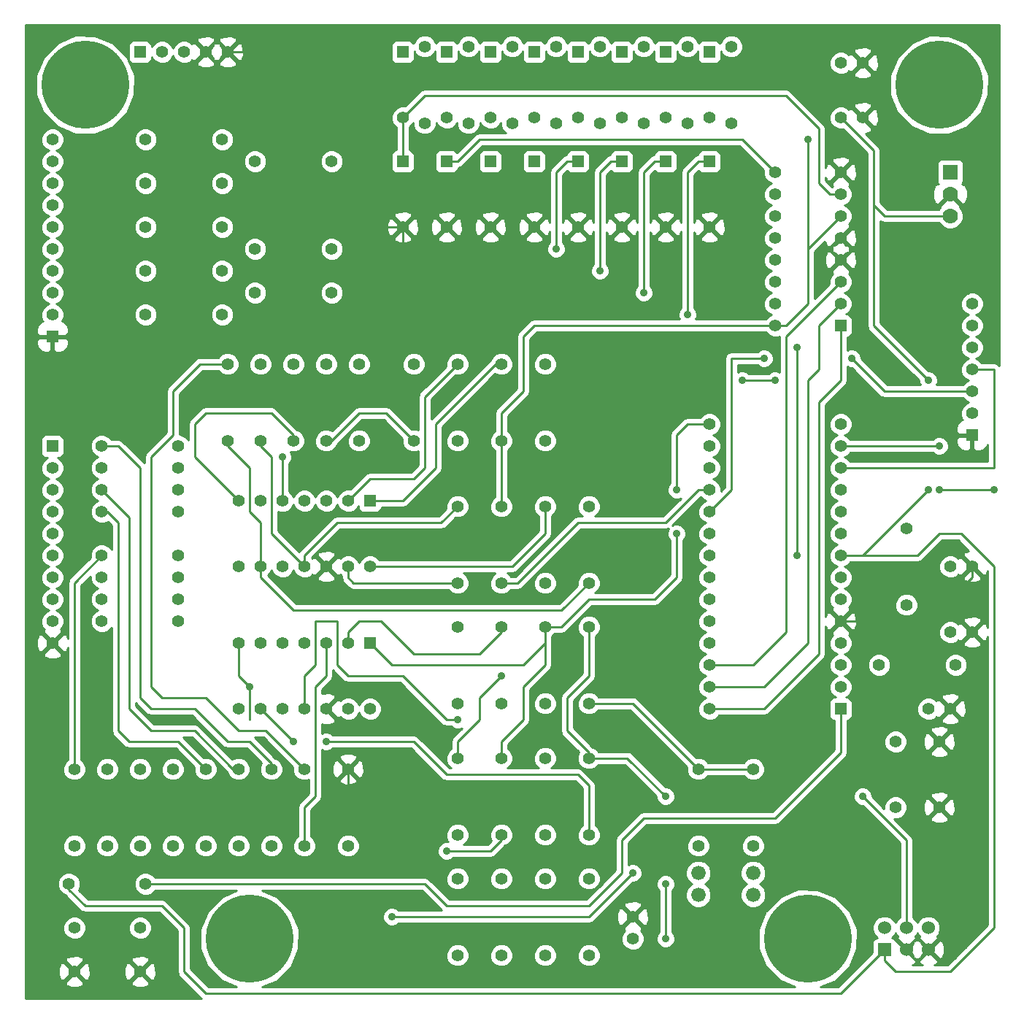
<source format=gtl>
G04 (created by PCBNEW (2013-jul-07)-stable) date Sun 06 Sep 2015 09:30:16 PM EDT*
%MOIN*%
G04 Gerber Fmt 3.4, Leading zero omitted, Abs format*
%FSLAX34Y34*%
G01*
G70*
G90*
G04 APERTURE LIST*
%ADD10C,0.00590551*%
%ADD11C,0.07*%
%ADD12R,0.07X0.07*%
%ADD13C,0.055*%
%ADD14R,0.055X0.055*%
%ADD15R,0.06X0.06*%
%ADD16C,0.06*%
%ADD17C,0.066*%
%ADD18C,0.401*%
%ADD19C,0.035*%
%ADD20C,0.01*%
G04 APERTURE END LIST*
G54D10*
G54D11*
X75500Y-27500D03*
X75500Y-26500D03*
G54D12*
X75500Y-25500D03*
G54D13*
X75000Y-54500D03*
X73000Y-54500D03*
X75000Y-51500D03*
X73000Y-51500D03*
X38500Y-60000D03*
X38500Y-62000D03*
X35500Y-60000D03*
X35500Y-62000D03*
G54D14*
X76500Y-37500D03*
G54D13*
X76500Y-36500D03*
X76500Y-35500D03*
X76500Y-34500D03*
X76500Y-33500D03*
X76500Y-32500D03*
X76500Y-31500D03*
G54D14*
X34500Y-33000D03*
G54D13*
X34500Y-32000D03*
X34500Y-31000D03*
X34500Y-30000D03*
X34500Y-29000D03*
X34500Y-28000D03*
X34500Y-27000D03*
X34500Y-26000D03*
X34500Y-25000D03*
X34500Y-24000D03*
G54D14*
X34500Y-38000D03*
G54D13*
X34500Y-39000D03*
X34500Y-40000D03*
X34500Y-41000D03*
X34500Y-42000D03*
X34500Y-43000D03*
X34500Y-44000D03*
X34500Y-45000D03*
X34500Y-46000D03*
X34500Y-47000D03*
X61500Y-19750D03*
X61500Y-23250D03*
X53000Y-49750D03*
X53000Y-46250D03*
X59500Y-19750D03*
X59500Y-23250D03*
X57500Y-19750D03*
X57500Y-23250D03*
X55500Y-19750D03*
X55500Y-23250D03*
X48000Y-56250D03*
X48000Y-52750D03*
X46000Y-56250D03*
X46000Y-52750D03*
X37000Y-56250D03*
X37000Y-52750D03*
X59000Y-49750D03*
X59000Y-46250D03*
X59000Y-52250D03*
X59000Y-55750D03*
X59000Y-57750D03*
X59000Y-61250D03*
X40250Y-46000D03*
X36750Y-46000D03*
X38500Y-56250D03*
X38500Y-52750D03*
X53500Y-19750D03*
X53500Y-23250D03*
X63500Y-19750D03*
X63500Y-23250D03*
X65500Y-19750D03*
X65500Y-23250D03*
X51500Y-19750D03*
X51500Y-23250D03*
X38750Y-24000D03*
X42250Y-24000D03*
X43750Y-25000D03*
X47250Y-25000D03*
X38750Y-26000D03*
X42250Y-26000D03*
X38750Y-28000D03*
X42250Y-28000D03*
X43750Y-29000D03*
X47250Y-29000D03*
X38750Y-30000D03*
X42250Y-30000D03*
X43750Y-31000D03*
X47250Y-31000D03*
X38750Y-32000D03*
X42250Y-32000D03*
X73500Y-41750D03*
X73500Y-45250D03*
X64000Y-52750D03*
X64000Y-56250D03*
X66500Y-56250D03*
X66500Y-52750D03*
X35250Y-58000D03*
X38750Y-58000D03*
X72250Y-48000D03*
X75750Y-48000D03*
X57000Y-34250D03*
X57000Y-37750D03*
X57000Y-44250D03*
X57000Y-40750D03*
X42500Y-37750D03*
X42500Y-34250D03*
X47000Y-37750D03*
X47000Y-34250D03*
X51000Y-34250D03*
X51000Y-37750D03*
X53000Y-37750D03*
X53000Y-34250D03*
X44500Y-56250D03*
X44500Y-52750D03*
X40250Y-39000D03*
X36750Y-39000D03*
X45500Y-37750D03*
X45500Y-34250D03*
X59000Y-40750D03*
X59000Y-44250D03*
X55000Y-37750D03*
X55000Y-34250D03*
X48500Y-37750D03*
X48500Y-34250D03*
X40250Y-40000D03*
X36750Y-40000D03*
X44000Y-37750D03*
X44000Y-34250D03*
X53000Y-44250D03*
X53000Y-40750D03*
X55000Y-40750D03*
X55000Y-44250D03*
X40250Y-41000D03*
X36750Y-41000D03*
X43000Y-56250D03*
X43000Y-52750D03*
X55000Y-49750D03*
X55000Y-46250D03*
X57000Y-57750D03*
X57000Y-61250D03*
X40250Y-45000D03*
X36750Y-45000D03*
X40000Y-56250D03*
X40000Y-52750D03*
X57000Y-49750D03*
X57000Y-46250D03*
X55000Y-52250D03*
X55000Y-55750D03*
X55000Y-57750D03*
X55000Y-61250D03*
X40250Y-44000D03*
X36750Y-44000D03*
X35500Y-56250D03*
X35500Y-52750D03*
X57000Y-52250D03*
X57000Y-55750D03*
X41500Y-56250D03*
X41500Y-52750D03*
X53000Y-52250D03*
X53000Y-55750D03*
X53000Y-57750D03*
X53000Y-61250D03*
X40250Y-43000D03*
X36750Y-43000D03*
X40250Y-38000D03*
X36750Y-38000D03*
G54D15*
X72500Y-61000D03*
G54D16*
X72500Y-60000D03*
X73500Y-61000D03*
X73500Y-60000D03*
X74500Y-61000D03*
X74500Y-60000D03*
G54D17*
X66500Y-57500D03*
X66500Y-58500D03*
X64000Y-57500D03*
X64000Y-58500D03*
G54D14*
X70500Y-50000D03*
G54D13*
X70500Y-49000D03*
X70500Y-48000D03*
X70500Y-47000D03*
X70500Y-46000D03*
X70500Y-45000D03*
X70500Y-44000D03*
X70500Y-43000D03*
X70500Y-42000D03*
X70500Y-41000D03*
X70500Y-40000D03*
X70500Y-39000D03*
X70500Y-38000D03*
X70500Y-37000D03*
X64500Y-37000D03*
X64500Y-38000D03*
X64500Y-39000D03*
X64500Y-40000D03*
X64500Y-41000D03*
X64500Y-42000D03*
X64500Y-43000D03*
X64500Y-44000D03*
X64500Y-45000D03*
X64500Y-46000D03*
X64500Y-47000D03*
X64500Y-48000D03*
X64500Y-49000D03*
X64500Y-50000D03*
G54D14*
X70500Y-32500D03*
G54D13*
X70500Y-31500D03*
X70500Y-30500D03*
X70500Y-29500D03*
X70500Y-28500D03*
X70500Y-27500D03*
X70500Y-26500D03*
X70500Y-25500D03*
X67500Y-25500D03*
X67500Y-26500D03*
X67500Y-27500D03*
X67500Y-28500D03*
X67500Y-29500D03*
X67500Y-30500D03*
X67500Y-31500D03*
X67500Y-32500D03*
G54D14*
X49000Y-40500D03*
G54D13*
X48000Y-40500D03*
X47000Y-40500D03*
X46000Y-40500D03*
X45000Y-40500D03*
X44000Y-40500D03*
X43000Y-40500D03*
X43000Y-43500D03*
X44000Y-43500D03*
X45000Y-43500D03*
X46000Y-43500D03*
X47000Y-43500D03*
X48000Y-43500D03*
X49000Y-43500D03*
G54D14*
X49000Y-47000D03*
G54D13*
X48000Y-47000D03*
X47000Y-47000D03*
X46000Y-47000D03*
X45000Y-47000D03*
X44000Y-47000D03*
X43000Y-47000D03*
X43000Y-50000D03*
X44000Y-50000D03*
X45000Y-50000D03*
X46000Y-50000D03*
X47000Y-50000D03*
X48000Y-50000D03*
X49000Y-50000D03*
G54D14*
X52500Y-20000D03*
G54D13*
X52500Y-23000D03*
G54D14*
X54500Y-20000D03*
G54D13*
X54500Y-23000D03*
G54D14*
X56500Y-20000D03*
G54D13*
X56500Y-23000D03*
G54D14*
X58500Y-20000D03*
G54D13*
X58500Y-23000D03*
G54D14*
X60500Y-20000D03*
G54D13*
X60500Y-23000D03*
G54D14*
X62500Y-20000D03*
G54D13*
X62500Y-23000D03*
G54D14*
X50500Y-20000D03*
G54D13*
X50500Y-23000D03*
G54D14*
X64500Y-20000D03*
G54D13*
X64500Y-23000D03*
G54D14*
X64500Y-25000D03*
G54D13*
X64500Y-28000D03*
G54D14*
X50500Y-25000D03*
G54D13*
X50500Y-28000D03*
G54D14*
X52500Y-25000D03*
G54D13*
X52500Y-28000D03*
G54D14*
X54500Y-25000D03*
G54D13*
X54500Y-28000D03*
G54D14*
X56500Y-25000D03*
G54D13*
X56500Y-28000D03*
G54D14*
X58500Y-25000D03*
G54D13*
X58500Y-28000D03*
G54D14*
X60500Y-25000D03*
G54D13*
X60500Y-28000D03*
G54D14*
X62500Y-25000D03*
G54D13*
X62500Y-28000D03*
X74500Y-50000D03*
X75500Y-50000D03*
X61000Y-60500D03*
X61000Y-59500D03*
X70500Y-23000D03*
X71500Y-23000D03*
X70500Y-20500D03*
X71500Y-20500D03*
X75500Y-46500D03*
X76500Y-46500D03*
X75500Y-43500D03*
X76500Y-43500D03*
G54D14*
X38500Y-20000D03*
G54D13*
X39500Y-20000D03*
X40500Y-20000D03*
X41500Y-20000D03*
X42500Y-20000D03*
G54D18*
X36000Y-21500D03*
X75000Y-21500D03*
X43500Y-60500D03*
X69000Y-60500D03*
G54D19*
X74500Y-35000D03*
X74500Y-40000D03*
X69000Y-24000D03*
X50000Y-59500D03*
X61000Y-57500D03*
X34500Y-57000D03*
X57500Y-29000D03*
X59500Y-30000D03*
X61500Y-31000D03*
X63500Y-32000D03*
X47000Y-51500D03*
X45500Y-51500D03*
X53000Y-50500D03*
X43500Y-49000D03*
X52500Y-56500D03*
X67000Y-34000D03*
X71000Y-34000D03*
X71500Y-54000D03*
X67500Y-35000D03*
X66000Y-35000D03*
X62500Y-54000D03*
X62500Y-58000D03*
X62500Y-60500D03*
X77500Y-40000D03*
X75000Y-40000D03*
X75000Y-38000D03*
X55000Y-48500D03*
X63000Y-40000D03*
X63000Y-42000D03*
X45000Y-38500D03*
X68500Y-33500D03*
X68500Y-43000D03*
G54D20*
X35250Y-58000D02*
X35250Y-58250D01*
X70500Y-63000D02*
X72500Y-61000D01*
X41500Y-63000D02*
X70500Y-63000D01*
X40500Y-62000D02*
X41500Y-63000D01*
X40500Y-60000D02*
X40500Y-62000D01*
X39500Y-59000D02*
X40500Y-60000D01*
X36000Y-59000D02*
X39500Y-59000D01*
X35250Y-58250D02*
X36000Y-59000D01*
X70500Y-23000D02*
X72000Y-24500D01*
X72000Y-24500D02*
X72000Y-27000D01*
X72500Y-27500D02*
X75500Y-27500D01*
X72000Y-27000D02*
X72500Y-27500D01*
X72500Y-61500D02*
X72500Y-61000D01*
X70500Y-43000D02*
X71500Y-43000D01*
X72000Y-32500D02*
X72000Y-24500D01*
X74500Y-35000D02*
X72000Y-32500D01*
X71500Y-43000D02*
X74500Y-40000D01*
X72500Y-61000D02*
X72500Y-61500D01*
X74000Y-43000D02*
X70500Y-43000D01*
X75000Y-42000D02*
X74000Y-43000D01*
X76000Y-42000D02*
X75500Y-42000D01*
X75500Y-42000D02*
X75000Y-42000D01*
X77500Y-43500D02*
X76000Y-42000D01*
X77500Y-60000D02*
X77500Y-43500D01*
X75500Y-62000D02*
X77500Y-60000D01*
X73000Y-62000D02*
X75500Y-62000D01*
X72500Y-61500D02*
X73000Y-62000D01*
X66500Y-52750D02*
X64000Y-52750D01*
X64000Y-52750D02*
X61000Y-49750D01*
X61000Y-49750D02*
X59000Y-49750D01*
X69000Y-29000D02*
X69000Y-24000D01*
X55000Y-37750D02*
X55000Y-40750D01*
X50000Y-59500D02*
X59000Y-59500D01*
X59000Y-59500D02*
X61000Y-57500D01*
X67500Y-32500D02*
X68000Y-32500D01*
X69000Y-29000D02*
X70500Y-27500D01*
X69000Y-31500D02*
X69000Y-29000D01*
X68000Y-32500D02*
X69000Y-31500D01*
X55000Y-37750D02*
X55000Y-36500D01*
X56500Y-32500D02*
X67500Y-32500D01*
X56000Y-33000D02*
X56500Y-32500D01*
X56000Y-35500D02*
X56000Y-33000D01*
X55000Y-36500D02*
X56000Y-35500D01*
X46000Y-56250D02*
X46000Y-54500D01*
X47000Y-48500D02*
X47000Y-47000D01*
X46500Y-49000D02*
X47000Y-48500D01*
X46500Y-54000D02*
X46500Y-49000D01*
X46000Y-54500D02*
X46500Y-54000D01*
X50500Y-28000D02*
X49500Y-28000D01*
X46000Y-20000D02*
X42500Y-20000D01*
X48500Y-22500D02*
X46000Y-20000D01*
X48500Y-27000D02*
X48500Y-22500D01*
X49500Y-28000D02*
X48500Y-27000D01*
X48000Y-52750D02*
X48000Y-54000D01*
X46500Y-57000D02*
X34500Y-57000D01*
X47000Y-56500D02*
X46500Y-57000D01*
X47000Y-55000D02*
X47000Y-56500D01*
X48000Y-54000D02*
X47000Y-55000D01*
X50500Y-28000D02*
X50500Y-32500D01*
X50500Y-32500D02*
X50000Y-33000D01*
X50000Y-33000D02*
X34500Y-33000D01*
X70500Y-46000D02*
X74500Y-46000D01*
X76500Y-44000D02*
X76500Y-43500D01*
X74500Y-46000D02*
X76500Y-44000D01*
X58500Y-25000D02*
X58000Y-25000D01*
X57500Y-25500D02*
X57500Y-29000D01*
X58000Y-25000D02*
X57500Y-25500D01*
X60500Y-25000D02*
X60000Y-25000D01*
X59500Y-25500D02*
X59500Y-30000D01*
X60000Y-25000D02*
X59500Y-25500D01*
X62500Y-25000D02*
X62000Y-25000D01*
X61500Y-25500D02*
X61500Y-31000D01*
X62000Y-25000D02*
X61500Y-25500D01*
X64500Y-25000D02*
X64000Y-25000D01*
X63500Y-25500D02*
X63500Y-32000D01*
X64000Y-25000D02*
X63500Y-25500D01*
X50500Y-23000D02*
X51500Y-22000D01*
X70000Y-26500D02*
X70500Y-26500D01*
X69500Y-26000D02*
X70000Y-26500D01*
X69500Y-23500D02*
X69500Y-26000D01*
X68000Y-22000D02*
X69500Y-23500D01*
X51500Y-22000D02*
X68000Y-22000D01*
X50500Y-23000D02*
X50500Y-25000D01*
X52500Y-25000D02*
X53000Y-25000D01*
X66000Y-24000D02*
X67500Y-25500D01*
X54000Y-24000D02*
X66000Y-24000D01*
X53000Y-25000D02*
X54000Y-24000D01*
X44000Y-50000D02*
X45500Y-51500D01*
X59000Y-53500D02*
X59000Y-55750D01*
X58500Y-53000D02*
X59000Y-53500D01*
X52500Y-53000D02*
X58500Y-53000D01*
X51000Y-51500D02*
X52500Y-53000D01*
X47000Y-51500D02*
X51000Y-51500D01*
X46000Y-50000D02*
X46000Y-48500D01*
X52500Y-50500D02*
X53000Y-50500D01*
X50500Y-48500D02*
X52500Y-50500D01*
X48000Y-48500D02*
X50500Y-48500D01*
X47500Y-48000D02*
X48000Y-48500D01*
X47500Y-46000D02*
X47500Y-48000D01*
X46500Y-46000D02*
X47500Y-46000D01*
X46500Y-48000D02*
X46500Y-46000D01*
X46000Y-48500D02*
X46500Y-48000D01*
X44000Y-43500D02*
X44000Y-44000D01*
X57750Y-45500D02*
X59000Y-44250D01*
X45500Y-45500D02*
X57750Y-45500D01*
X44000Y-44000D02*
X45500Y-45500D01*
X44000Y-43500D02*
X44000Y-41500D01*
X42500Y-38000D02*
X42500Y-37750D01*
X43500Y-39000D02*
X42500Y-38000D01*
X43500Y-41000D02*
X43500Y-39000D01*
X44000Y-41500D02*
X43500Y-41000D01*
X43000Y-47000D02*
X43000Y-48500D01*
X43000Y-48500D02*
X43500Y-49000D01*
X43500Y-49000D02*
X43500Y-50500D01*
X43500Y-50500D02*
X43500Y-49000D01*
X52500Y-56500D02*
X54500Y-56500D01*
X54500Y-56500D02*
X55000Y-56000D01*
X55000Y-56000D02*
X55000Y-55750D01*
X76500Y-35500D02*
X72500Y-35500D01*
X65500Y-40000D02*
X64500Y-41000D01*
X65500Y-34000D02*
X65500Y-40000D01*
X67000Y-34000D02*
X65500Y-34000D01*
X72500Y-35500D02*
X71000Y-34000D01*
X64500Y-49000D02*
X67000Y-49000D01*
X69500Y-32500D02*
X70500Y-31500D01*
X69500Y-34500D02*
X69500Y-32500D01*
X69000Y-35000D02*
X69500Y-34500D01*
X69000Y-47000D02*
X69000Y-35000D01*
X67000Y-49000D02*
X69000Y-47000D01*
X64500Y-48000D02*
X66500Y-48000D01*
X68000Y-33000D02*
X70500Y-30500D01*
X68000Y-46500D02*
X68000Y-33000D01*
X66500Y-48000D02*
X68000Y-46500D01*
X64500Y-50000D02*
X67000Y-50000D01*
X70500Y-35000D02*
X70500Y-32500D01*
X69500Y-36000D02*
X70500Y-35000D01*
X69500Y-47500D02*
X69500Y-36000D01*
X67000Y-50000D02*
X69500Y-47500D01*
X70500Y-39000D02*
X77500Y-39000D01*
X77500Y-34500D02*
X76500Y-34500D01*
X77500Y-39000D02*
X77500Y-34500D01*
X73500Y-60000D02*
X73500Y-56000D01*
X73500Y-56000D02*
X71500Y-54000D01*
X66000Y-35000D02*
X67500Y-35000D01*
X70500Y-38000D02*
X75000Y-38000D01*
X60750Y-52250D02*
X59000Y-52250D01*
X62500Y-54000D02*
X60750Y-52250D01*
X62500Y-60500D02*
X62500Y-58000D01*
X75000Y-40000D02*
X77500Y-40000D01*
X59000Y-52250D02*
X59000Y-52000D01*
X59000Y-48500D02*
X59000Y-46250D01*
X58000Y-49500D02*
X59000Y-48500D01*
X58000Y-51000D02*
X58000Y-49500D01*
X59000Y-52000D02*
X58000Y-51000D01*
X53000Y-52250D02*
X53000Y-51500D01*
X54000Y-49500D02*
X55000Y-48500D01*
X54000Y-50500D02*
X54000Y-49500D01*
X53000Y-51500D02*
X54000Y-50500D01*
X48000Y-47000D02*
X48000Y-46500D01*
X55000Y-46500D02*
X55000Y-46250D01*
X54000Y-47500D02*
X55000Y-46500D01*
X51000Y-47500D02*
X54000Y-47500D01*
X49500Y-46000D02*
X51000Y-47500D01*
X48500Y-46000D02*
X49500Y-46000D01*
X48000Y-46500D02*
X48500Y-46000D01*
X35500Y-52750D02*
X35500Y-44250D01*
X35500Y-44250D02*
X36750Y-43000D01*
X57000Y-46250D02*
X57750Y-46250D01*
X63500Y-37000D02*
X64500Y-37000D01*
X63000Y-37500D02*
X63500Y-37000D01*
X63000Y-40000D02*
X63000Y-37500D01*
X63000Y-44000D02*
X63000Y-42000D01*
X62000Y-45000D02*
X63000Y-44000D01*
X59000Y-45000D02*
X62000Y-45000D01*
X57750Y-46250D02*
X59000Y-45000D01*
X55000Y-52250D02*
X55000Y-51500D01*
X57000Y-48000D02*
X57000Y-46250D01*
X56000Y-49000D02*
X57000Y-48000D01*
X56000Y-50500D02*
X56000Y-49000D01*
X55000Y-51500D02*
X56000Y-50500D01*
X49000Y-47000D02*
X50000Y-48000D01*
X57000Y-47000D02*
X57000Y-46250D01*
X56000Y-48000D02*
X57000Y-47000D01*
X50000Y-48000D02*
X56000Y-48000D01*
X47000Y-37750D02*
X47250Y-37750D01*
X49750Y-36500D02*
X51000Y-37750D01*
X48500Y-36500D02*
X49750Y-36500D01*
X47250Y-37750D02*
X48500Y-36500D01*
X45000Y-40500D02*
X45000Y-38500D01*
X68500Y-43000D02*
X68500Y-33500D01*
X48000Y-40500D02*
X49000Y-39500D01*
X51500Y-35750D02*
X53000Y-34250D01*
X51500Y-39000D02*
X51500Y-35750D01*
X51000Y-39500D02*
X51500Y-39000D01*
X49000Y-39500D02*
X51000Y-39500D01*
X44500Y-52750D02*
X44500Y-52500D01*
X37500Y-38000D02*
X36750Y-38000D01*
X38500Y-39000D02*
X37500Y-38000D01*
X38500Y-49500D02*
X38500Y-39000D01*
X39000Y-50000D02*
X38500Y-49500D01*
X41000Y-50000D02*
X39000Y-50000D01*
X42500Y-51500D02*
X41000Y-50000D01*
X43500Y-51500D02*
X42500Y-51500D01*
X44500Y-52500D02*
X43500Y-51500D01*
X43000Y-40500D02*
X41000Y-38500D01*
X45500Y-37500D02*
X45500Y-37750D01*
X44500Y-36500D02*
X45500Y-37500D01*
X41500Y-36500D02*
X44500Y-36500D01*
X41000Y-37000D02*
X41500Y-36500D01*
X41000Y-38500D02*
X41000Y-37000D01*
X36750Y-41000D02*
X37000Y-41000D01*
X40250Y-51500D02*
X41500Y-52750D01*
X38000Y-51500D02*
X40250Y-51500D01*
X37500Y-51000D02*
X38000Y-51500D01*
X37500Y-41500D02*
X37500Y-51000D01*
X37000Y-41000D02*
X37500Y-41500D01*
X49000Y-43500D02*
X55500Y-43500D01*
X57000Y-42000D02*
X57000Y-40750D01*
X55500Y-43500D02*
X57000Y-42000D01*
X55000Y-34250D02*
X54750Y-34250D01*
X50500Y-40500D02*
X49000Y-40500D01*
X52000Y-39000D02*
X50500Y-40500D01*
X52000Y-37000D02*
X52000Y-39000D01*
X54750Y-34250D02*
X52000Y-37000D01*
X46000Y-43500D02*
X46000Y-43000D01*
X52250Y-41500D02*
X53000Y-40750D01*
X47500Y-41500D02*
X52250Y-41500D01*
X46000Y-43000D02*
X47500Y-41500D01*
X46000Y-43500D02*
X44500Y-42000D01*
X44000Y-38000D02*
X44000Y-37750D01*
X44500Y-38500D02*
X44000Y-38000D01*
X44500Y-42000D02*
X44500Y-38500D01*
X42500Y-34250D02*
X41250Y-34250D01*
X44250Y-51000D02*
X46000Y-52750D01*
X43000Y-51000D02*
X44250Y-51000D01*
X41500Y-49500D02*
X43000Y-51000D01*
X39500Y-49500D02*
X41500Y-49500D01*
X39000Y-49000D02*
X39500Y-49500D01*
X39000Y-38500D02*
X39000Y-49000D01*
X40000Y-37500D02*
X39000Y-38500D01*
X40000Y-35500D02*
X40000Y-37500D01*
X41250Y-34250D02*
X40000Y-35500D01*
X48000Y-43500D02*
X48000Y-44000D01*
X48250Y-44250D02*
X53000Y-44250D01*
X48000Y-44000D02*
X48250Y-44250D01*
X55000Y-44250D02*
X55750Y-44250D01*
X64000Y-40000D02*
X64500Y-40000D01*
X62500Y-41500D02*
X64000Y-40000D01*
X58500Y-41500D02*
X62500Y-41500D01*
X55750Y-44250D02*
X58500Y-41500D01*
X43000Y-52750D02*
X42750Y-52750D01*
X38000Y-41250D02*
X36750Y-40000D01*
X38000Y-50000D02*
X38000Y-41250D01*
X39000Y-51000D02*
X38000Y-50000D01*
X41000Y-51000D02*
X39000Y-51000D01*
X42750Y-52750D02*
X41000Y-51000D01*
X38750Y-58000D02*
X51500Y-58000D01*
X70500Y-52000D02*
X70500Y-50000D01*
X67500Y-55000D02*
X70500Y-52000D01*
X61500Y-55000D02*
X67500Y-55000D01*
X60500Y-56000D02*
X61500Y-55000D01*
X60500Y-57500D02*
X60500Y-56000D01*
X59000Y-59000D02*
X60500Y-57500D01*
X52500Y-59000D02*
X59000Y-59000D01*
X51500Y-58000D02*
X52500Y-59000D01*
G54D10*
G36*
X53197Y-50878D02*
X52787Y-51287D01*
X52722Y-51385D01*
X52700Y-51500D01*
X52700Y-51807D01*
X52555Y-51952D01*
X52475Y-52145D01*
X52474Y-52353D01*
X52554Y-52547D01*
X52702Y-52694D01*
X52714Y-52700D01*
X52624Y-52700D01*
X51212Y-51287D01*
X51114Y-51222D01*
X51000Y-51200D01*
X49525Y-51200D01*
X49525Y-49896D01*
X49445Y-49703D01*
X49297Y-49555D01*
X49104Y-49475D01*
X48896Y-49474D01*
X48703Y-49554D01*
X48555Y-49702D01*
X48499Y-49835D01*
X48445Y-49703D01*
X48297Y-49555D01*
X48104Y-49475D01*
X47896Y-49474D01*
X47703Y-49554D01*
X47633Y-49624D01*
X47626Y-49606D01*
X47477Y-49593D01*
X47070Y-50000D01*
X47477Y-50406D01*
X47626Y-50393D01*
X47632Y-50375D01*
X47702Y-50444D01*
X47895Y-50524D01*
X48103Y-50525D01*
X48297Y-50445D01*
X48444Y-50297D01*
X48500Y-50164D01*
X48554Y-50297D01*
X48702Y-50444D01*
X48895Y-50524D01*
X49103Y-50525D01*
X49297Y-50445D01*
X49444Y-50297D01*
X49524Y-50104D01*
X49525Y-49896D01*
X49525Y-51200D01*
X47301Y-51200D01*
X47241Y-51139D01*
X47084Y-51075D01*
X46915Y-51074D01*
X46800Y-51122D01*
X46800Y-50699D01*
X46876Y-50728D01*
X47164Y-50720D01*
X47393Y-50626D01*
X47406Y-50477D01*
X47000Y-50070D01*
X46994Y-50076D01*
X46923Y-50005D01*
X46929Y-50000D01*
X46923Y-49994D01*
X46994Y-49923D01*
X47000Y-49929D01*
X47406Y-49522D01*
X47393Y-49373D01*
X47123Y-49271D01*
X46835Y-49279D01*
X46800Y-49293D01*
X46800Y-49124D01*
X47212Y-48712D01*
X47212Y-48712D01*
X47277Y-48614D01*
X47299Y-48500D01*
X47300Y-48500D01*
X47300Y-48224D01*
X47787Y-48712D01*
X47787Y-48712D01*
X47885Y-48777D01*
X48000Y-48800D01*
X50375Y-48800D01*
X52287Y-50712D01*
X52287Y-50712D01*
X52385Y-50777D01*
X52499Y-50799D01*
X52500Y-50800D01*
X52698Y-50800D01*
X52758Y-50860D01*
X52915Y-50924D01*
X53084Y-50925D01*
X53197Y-50878D01*
X53197Y-50878D01*
G37*
G54D20*
X53197Y-50878D02*
X52787Y-51287D01*
X52722Y-51385D01*
X52700Y-51500D01*
X52700Y-51807D01*
X52555Y-51952D01*
X52475Y-52145D01*
X52474Y-52353D01*
X52554Y-52547D01*
X52702Y-52694D01*
X52714Y-52700D01*
X52624Y-52700D01*
X51212Y-51287D01*
X51114Y-51222D01*
X51000Y-51200D01*
X49525Y-51200D01*
X49525Y-49896D01*
X49445Y-49703D01*
X49297Y-49555D01*
X49104Y-49475D01*
X48896Y-49474D01*
X48703Y-49554D01*
X48555Y-49702D01*
X48499Y-49835D01*
X48445Y-49703D01*
X48297Y-49555D01*
X48104Y-49475D01*
X47896Y-49474D01*
X47703Y-49554D01*
X47633Y-49624D01*
X47626Y-49606D01*
X47477Y-49593D01*
X47070Y-50000D01*
X47477Y-50406D01*
X47626Y-50393D01*
X47632Y-50375D01*
X47702Y-50444D01*
X47895Y-50524D01*
X48103Y-50525D01*
X48297Y-50445D01*
X48444Y-50297D01*
X48500Y-50164D01*
X48554Y-50297D01*
X48702Y-50444D01*
X48895Y-50524D01*
X49103Y-50525D01*
X49297Y-50445D01*
X49444Y-50297D01*
X49524Y-50104D01*
X49525Y-49896D01*
X49525Y-51200D01*
X47301Y-51200D01*
X47241Y-51139D01*
X47084Y-51075D01*
X46915Y-51074D01*
X46800Y-51122D01*
X46800Y-50699D01*
X46876Y-50728D01*
X47164Y-50720D01*
X47393Y-50626D01*
X47406Y-50477D01*
X47000Y-50070D01*
X46994Y-50076D01*
X46923Y-50005D01*
X46929Y-50000D01*
X46923Y-49994D01*
X46994Y-49923D01*
X47000Y-49929D01*
X47406Y-49522D01*
X47393Y-49373D01*
X47123Y-49271D01*
X46835Y-49279D01*
X46800Y-49293D01*
X46800Y-49124D01*
X47212Y-48712D01*
X47212Y-48712D01*
X47277Y-48614D01*
X47299Y-48500D01*
X47300Y-48500D01*
X47300Y-48224D01*
X47787Y-48712D01*
X47787Y-48712D01*
X47885Y-48777D01*
X48000Y-48800D01*
X50375Y-48800D01*
X52287Y-50712D01*
X52287Y-50712D01*
X52385Y-50777D01*
X52499Y-50799D01*
X52500Y-50800D01*
X52698Y-50800D01*
X52758Y-50860D01*
X52915Y-50924D01*
X53084Y-50925D01*
X53197Y-50878D01*
G54D10*
G36*
X77730Y-34315D02*
X77712Y-34287D01*
X77614Y-34222D01*
X77500Y-34200D01*
X77255Y-34200D01*
X77255Y-21053D01*
X76912Y-20224D01*
X76279Y-19589D01*
X75450Y-19245D01*
X74553Y-19244D01*
X73724Y-19587D01*
X73089Y-20220D01*
X72745Y-21049D01*
X72744Y-21946D01*
X73087Y-22775D01*
X73720Y-23410D01*
X74549Y-23754D01*
X75446Y-23755D01*
X76275Y-23412D01*
X76910Y-22779D01*
X77254Y-21950D01*
X77255Y-21053D01*
X77255Y-34200D01*
X76942Y-34200D01*
X76797Y-34055D01*
X76664Y-33999D01*
X76797Y-33945D01*
X76944Y-33797D01*
X77024Y-33604D01*
X77025Y-33396D01*
X76945Y-33203D01*
X76797Y-33055D01*
X76664Y-32999D01*
X76797Y-32945D01*
X76944Y-32797D01*
X77024Y-32604D01*
X77025Y-32396D01*
X76945Y-32203D01*
X76797Y-32055D01*
X76664Y-31999D01*
X76797Y-31945D01*
X76944Y-31797D01*
X77024Y-31604D01*
X77025Y-31396D01*
X76945Y-31203D01*
X76797Y-31055D01*
X76604Y-30975D01*
X76396Y-30974D01*
X76303Y-31013D01*
X76303Y-26641D01*
X76296Y-26323D01*
X76188Y-26061D01*
X76100Y-26049D01*
X76031Y-26039D01*
X76100Y-25970D01*
X76111Y-25959D01*
X76100Y-25947D01*
X76085Y-25933D01*
X76099Y-25899D01*
X76100Y-25800D01*
X76100Y-25100D01*
X76062Y-25008D01*
X75991Y-24938D01*
X75899Y-24900D01*
X75800Y-24899D01*
X75100Y-24899D01*
X75008Y-24937D01*
X74938Y-25008D01*
X74900Y-25100D01*
X74899Y-25199D01*
X74899Y-25899D01*
X74914Y-25933D01*
X74888Y-25959D01*
X74968Y-26039D01*
X74811Y-26061D01*
X74696Y-26358D01*
X74703Y-26676D01*
X74811Y-26938D01*
X74968Y-26960D01*
X75429Y-26500D01*
X75423Y-26494D01*
X75494Y-26423D01*
X75500Y-26429D01*
X75505Y-26423D01*
X75576Y-26494D01*
X75570Y-26500D01*
X76031Y-26960D01*
X76188Y-26938D01*
X76303Y-26641D01*
X76303Y-31013D01*
X76203Y-31054D01*
X76055Y-31202D01*
X75975Y-31395D01*
X75974Y-31603D01*
X76054Y-31797D01*
X76202Y-31944D01*
X76335Y-32000D01*
X76203Y-32054D01*
X76055Y-32202D01*
X75975Y-32395D01*
X75974Y-32603D01*
X76054Y-32797D01*
X76202Y-32944D01*
X76335Y-33000D01*
X76203Y-33054D01*
X76055Y-33202D01*
X75975Y-33395D01*
X75974Y-33603D01*
X76054Y-33797D01*
X76202Y-33944D01*
X76335Y-34000D01*
X76203Y-34054D01*
X76055Y-34202D01*
X75975Y-34395D01*
X75974Y-34603D01*
X76054Y-34797D01*
X76202Y-34944D01*
X76335Y-35000D01*
X76203Y-35054D01*
X76057Y-35200D01*
X74877Y-35200D01*
X74924Y-35084D01*
X74925Y-34915D01*
X74860Y-34759D01*
X74741Y-34639D01*
X74584Y-34575D01*
X74499Y-34574D01*
X72300Y-32375D01*
X72300Y-27720D01*
X72385Y-27777D01*
X72500Y-27800D01*
X74974Y-27800D01*
X74991Y-27839D01*
X75159Y-28008D01*
X75380Y-28099D01*
X75618Y-28100D01*
X75839Y-28008D01*
X76008Y-27840D01*
X76099Y-27619D01*
X76100Y-27381D01*
X76008Y-27160D01*
X75950Y-27101D01*
X75960Y-27031D01*
X75500Y-26570D01*
X75429Y-26641D01*
X75039Y-27031D01*
X75049Y-27101D01*
X74991Y-27159D01*
X74974Y-27200D01*
X72624Y-27200D01*
X72300Y-26875D01*
X72300Y-24500D01*
X72277Y-24385D01*
X72228Y-24312D01*
X72228Y-23123D01*
X72228Y-20623D01*
X72220Y-20335D01*
X72126Y-20106D01*
X71977Y-20093D01*
X71906Y-20164D01*
X71906Y-20022D01*
X71893Y-19873D01*
X71623Y-19771D01*
X71335Y-19779D01*
X71106Y-19873D01*
X71093Y-20022D01*
X71500Y-20429D01*
X71906Y-20022D01*
X71906Y-20164D01*
X71570Y-20500D01*
X71977Y-20906D01*
X72126Y-20893D01*
X72228Y-20623D01*
X72228Y-23123D01*
X72220Y-22835D01*
X72126Y-22606D01*
X71977Y-22593D01*
X71906Y-22664D01*
X71906Y-22522D01*
X71906Y-20977D01*
X71500Y-20570D01*
X71429Y-20641D01*
X71429Y-20500D01*
X71022Y-20093D01*
X70873Y-20106D01*
X70867Y-20124D01*
X70797Y-20055D01*
X70604Y-19975D01*
X70396Y-19974D01*
X70203Y-20054D01*
X70055Y-20202D01*
X69975Y-20395D01*
X69974Y-20603D01*
X70054Y-20797D01*
X70202Y-20944D01*
X70395Y-21024D01*
X70603Y-21025D01*
X70797Y-20945D01*
X70866Y-20875D01*
X70873Y-20893D01*
X71022Y-20906D01*
X71429Y-20500D01*
X71429Y-20641D01*
X71093Y-20977D01*
X71106Y-21126D01*
X71376Y-21228D01*
X71664Y-21220D01*
X71893Y-21126D01*
X71906Y-20977D01*
X71906Y-22522D01*
X71893Y-22373D01*
X71623Y-22271D01*
X71335Y-22279D01*
X71106Y-22373D01*
X71093Y-22522D01*
X71500Y-22929D01*
X71906Y-22522D01*
X71906Y-22664D01*
X71570Y-23000D01*
X71977Y-23406D01*
X72126Y-23393D01*
X72228Y-23123D01*
X72228Y-24312D01*
X72212Y-24287D01*
X72212Y-24287D01*
X71645Y-23721D01*
X71664Y-23720D01*
X71893Y-23626D01*
X71906Y-23477D01*
X71500Y-23070D01*
X71494Y-23076D01*
X71423Y-23005D01*
X71429Y-23000D01*
X71022Y-22593D01*
X70873Y-22606D01*
X70867Y-22624D01*
X70797Y-22555D01*
X70604Y-22475D01*
X70396Y-22474D01*
X70203Y-22554D01*
X70055Y-22702D01*
X69975Y-22895D01*
X69974Y-23103D01*
X70054Y-23297D01*
X70202Y-23444D01*
X70395Y-23524D01*
X70600Y-23525D01*
X71700Y-24624D01*
X71700Y-27000D01*
X71700Y-32500D01*
X71722Y-32614D01*
X71787Y-32712D01*
X74075Y-34999D01*
X74074Y-35084D01*
X74122Y-35200D01*
X72624Y-35200D01*
X71424Y-34000D01*
X71425Y-33915D01*
X71360Y-33759D01*
X71241Y-33639D01*
X71228Y-33634D01*
X71228Y-29623D01*
X71228Y-28623D01*
X71228Y-25623D01*
X71220Y-25335D01*
X71126Y-25106D01*
X70977Y-25093D01*
X70906Y-25164D01*
X70906Y-25022D01*
X70893Y-24873D01*
X70623Y-24771D01*
X70335Y-24779D01*
X70106Y-24873D01*
X70093Y-25022D01*
X70500Y-25429D01*
X70906Y-25022D01*
X70906Y-25164D01*
X70570Y-25500D01*
X70977Y-25906D01*
X71126Y-25893D01*
X71228Y-25623D01*
X71228Y-28623D01*
X71220Y-28335D01*
X71126Y-28106D01*
X70977Y-28093D01*
X70570Y-28500D01*
X70977Y-28906D01*
X71126Y-28893D01*
X71228Y-28623D01*
X71228Y-29623D01*
X71220Y-29335D01*
X71126Y-29106D01*
X70977Y-29093D01*
X70906Y-29164D01*
X70906Y-29022D01*
X70904Y-29000D01*
X70906Y-28977D01*
X70901Y-28972D01*
X70893Y-28873D01*
X70747Y-28818D01*
X70500Y-28570D01*
X70260Y-28810D01*
X70106Y-28873D01*
X70098Y-28972D01*
X70093Y-28977D01*
X70095Y-29000D01*
X70093Y-29022D01*
X70098Y-29027D01*
X70106Y-29126D01*
X70252Y-29181D01*
X70500Y-29429D01*
X70739Y-29189D01*
X70893Y-29126D01*
X70901Y-29027D01*
X70906Y-29022D01*
X70906Y-29164D01*
X70570Y-29500D01*
X70977Y-29906D01*
X71126Y-29893D01*
X71228Y-29623D01*
X71228Y-33634D01*
X71084Y-33575D01*
X70915Y-33574D01*
X70800Y-33622D01*
X70800Y-33025D01*
X70824Y-33025D01*
X70916Y-32987D01*
X70986Y-32916D01*
X71024Y-32824D01*
X71025Y-32725D01*
X71025Y-32175D01*
X70987Y-32083D01*
X70916Y-32013D01*
X70824Y-31975D01*
X70725Y-31974D01*
X70725Y-31974D01*
X70797Y-31945D01*
X70944Y-31797D01*
X71024Y-31604D01*
X71025Y-31396D01*
X70945Y-31203D01*
X70797Y-31055D01*
X70664Y-30999D01*
X70797Y-30945D01*
X70944Y-30797D01*
X71024Y-30604D01*
X71025Y-30396D01*
X70945Y-30203D01*
X70875Y-30133D01*
X70893Y-30126D01*
X70906Y-29977D01*
X70500Y-29570D01*
X70429Y-29641D01*
X70429Y-29500D01*
X70022Y-29093D01*
X69873Y-29106D01*
X69771Y-29376D01*
X69779Y-29664D01*
X69873Y-29893D01*
X70022Y-29906D01*
X70429Y-29500D01*
X70429Y-29641D01*
X70093Y-29977D01*
X70106Y-30126D01*
X70124Y-30132D01*
X70055Y-30202D01*
X69975Y-30395D01*
X69974Y-30600D01*
X69300Y-31275D01*
X69300Y-29124D01*
X69778Y-28645D01*
X69779Y-28664D01*
X69873Y-28893D01*
X70022Y-28906D01*
X70429Y-28500D01*
X70423Y-28494D01*
X70494Y-28423D01*
X70500Y-28429D01*
X70906Y-28022D01*
X70893Y-27873D01*
X70875Y-27867D01*
X70944Y-27797D01*
X71024Y-27604D01*
X71025Y-27396D01*
X70945Y-27203D01*
X70797Y-27055D01*
X70664Y-26999D01*
X70797Y-26945D01*
X70944Y-26797D01*
X71024Y-26604D01*
X71025Y-26396D01*
X70945Y-26203D01*
X70875Y-26133D01*
X70893Y-26126D01*
X70906Y-25977D01*
X70500Y-25570D01*
X70093Y-25977D01*
X70106Y-26126D01*
X70124Y-26132D01*
X70090Y-26166D01*
X69800Y-25875D01*
X69800Y-25714D01*
X69873Y-25893D01*
X70022Y-25906D01*
X70429Y-25500D01*
X70022Y-25093D01*
X69873Y-25106D01*
X69800Y-25300D01*
X69800Y-23500D01*
X69777Y-23385D01*
X69712Y-23287D01*
X69712Y-23287D01*
X68212Y-21787D01*
X68114Y-21722D01*
X68000Y-21700D01*
X66025Y-21700D01*
X66025Y-19646D01*
X65945Y-19453D01*
X65797Y-19305D01*
X65604Y-19225D01*
X65396Y-19224D01*
X65203Y-19304D01*
X65055Y-19452D01*
X64993Y-19599D01*
X64987Y-19583D01*
X64916Y-19513D01*
X64824Y-19475D01*
X64725Y-19474D01*
X64175Y-19474D01*
X64083Y-19512D01*
X64013Y-19583D01*
X64006Y-19600D01*
X63945Y-19453D01*
X63797Y-19305D01*
X63604Y-19225D01*
X63396Y-19224D01*
X63203Y-19304D01*
X63055Y-19452D01*
X62993Y-19599D01*
X62987Y-19583D01*
X62916Y-19513D01*
X62824Y-19475D01*
X62725Y-19474D01*
X62175Y-19474D01*
X62083Y-19512D01*
X62013Y-19583D01*
X62006Y-19600D01*
X61945Y-19453D01*
X61797Y-19305D01*
X61604Y-19225D01*
X61396Y-19224D01*
X61203Y-19304D01*
X61055Y-19452D01*
X60993Y-19599D01*
X60987Y-19583D01*
X60916Y-19513D01*
X60824Y-19475D01*
X60725Y-19474D01*
X60175Y-19474D01*
X60083Y-19512D01*
X60013Y-19583D01*
X60006Y-19600D01*
X59945Y-19453D01*
X59797Y-19305D01*
X59604Y-19225D01*
X59396Y-19224D01*
X59203Y-19304D01*
X59055Y-19452D01*
X58993Y-19599D01*
X58987Y-19583D01*
X58916Y-19513D01*
X58824Y-19475D01*
X58725Y-19474D01*
X58175Y-19474D01*
X58083Y-19512D01*
X58013Y-19583D01*
X58006Y-19600D01*
X57945Y-19453D01*
X57797Y-19305D01*
X57604Y-19225D01*
X57396Y-19224D01*
X57203Y-19304D01*
X57055Y-19452D01*
X56993Y-19599D01*
X56987Y-19583D01*
X56916Y-19513D01*
X56824Y-19475D01*
X56725Y-19474D01*
X56175Y-19474D01*
X56083Y-19512D01*
X56013Y-19583D01*
X56006Y-19600D01*
X55945Y-19453D01*
X55797Y-19305D01*
X55604Y-19225D01*
X55396Y-19224D01*
X55203Y-19304D01*
X55055Y-19452D01*
X54993Y-19599D01*
X54987Y-19583D01*
X54916Y-19513D01*
X54824Y-19475D01*
X54725Y-19474D01*
X54175Y-19474D01*
X54083Y-19512D01*
X54013Y-19583D01*
X54006Y-19600D01*
X53945Y-19453D01*
X53797Y-19305D01*
X53604Y-19225D01*
X53396Y-19224D01*
X53203Y-19304D01*
X53055Y-19452D01*
X52993Y-19599D01*
X52987Y-19583D01*
X52916Y-19513D01*
X52824Y-19475D01*
X52725Y-19474D01*
X52175Y-19474D01*
X52083Y-19512D01*
X52013Y-19583D01*
X52006Y-19600D01*
X51945Y-19453D01*
X51797Y-19305D01*
X51604Y-19225D01*
X51396Y-19224D01*
X51203Y-19304D01*
X51055Y-19452D01*
X50993Y-19599D01*
X50987Y-19583D01*
X50916Y-19513D01*
X50824Y-19475D01*
X50725Y-19474D01*
X50175Y-19474D01*
X50083Y-19512D01*
X50013Y-19583D01*
X49975Y-19675D01*
X49974Y-19774D01*
X49974Y-20324D01*
X50012Y-20416D01*
X50083Y-20486D01*
X50175Y-20524D01*
X50274Y-20525D01*
X50824Y-20525D01*
X50916Y-20487D01*
X50986Y-20416D01*
X51024Y-20324D01*
X51025Y-20225D01*
X51025Y-19975D01*
X51054Y-20047D01*
X51202Y-20194D01*
X51395Y-20274D01*
X51603Y-20275D01*
X51797Y-20195D01*
X51944Y-20047D01*
X51974Y-19975D01*
X51974Y-20324D01*
X52012Y-20416D01*
X52083Y-20486D01*
X52175Y-20524D01*
X52274Y-20525D01*
X52824Y-20525D01*
X52916Y-20487D01*
X52986Y-20416D01*
X53024Y-20324D01*
X53025Y-20225D01*
X53025Y-19975D01*
X53054Y-20047D01*
X53202Y-20194D01*
X53395Y-20274D01*
X53603Y-20275D01*
X53797Y-20195D01*
X53944Y-20047D01*
X53974Y-19975D01*
X53974Y-20324D01*
X54012Y-20416D01*
X54083Y-20486D01*
X54175Y-20524D01*
X54274Y-20525D01*
X54824Y-20525D01*
X54916Y-20487D01*
X54986Y-20416D01*
X55024Y-20324D01*
X55025Y-20225D01*
X55025Y-19975D01*
X55054Y-20047D01*
X55202Y-20194D01*
X55395Y-20274D01*
X55603Y-20275D01*
X55797Y-20195D01*
X55944Y-20047D01*
X55974Y-19975D01*
X55974Y-20324D01*
X56012Y-20416D01*
X56083Y-20486D01*
X56175Y-20524D01*
X56274Y-20525D01*
X56824Y-20525D01*
X56916Y-20487D01*
X56986Y-20416D01*
X57024Y-20324D01*
X57025Y-20225D01*
X57025Y-19975D01*
X57054Y-20047D01*
X57202Y-20194D01*
X57395Y-20274D01*
X57603Y-20275D01*
X57797Y-20195D01*
X57944Y-20047D01*
X57974Y-19975D01*
X57974Y-20324D01*
X58012Y-20416D01*
X58083Y-20486D01*
X58175Y-20524D01*
X58274Y-20525D01*
X58824Y-20525D01*
X58916Y-20487D01*
X58986Y-20416D01*
X59024Y-20324D01*
X59025Y-20225D01*
X59025Y-19975D01*
X59054Y-20047D01*
X59202Y-20194D01*
X59395Y-20274D01*
X59603Y-20275D01*
X59797Y-20195D01*
X59944Y-20047D01*
X59974Y-19975D01*
X59974Y-20324D01*
X60012Y-20416D01*
X60083Y-20486D01*
X60175Y-20524D01*
X60274Y-20525D01*
X60824Y-20525D01*
X60916Y-20487D01*
X60986Y-20416D01*
X61024Y-20324D01*
X61025Y-20225D01*
X61025Y-19975D01*
X61054Y-20047D01*
X61202Y-20194D01*
X61395Y-20274D01*
X61603Y-20275D01*
X61797Y-20195D01*
X61944Y-20047D01*
X61974Y-19975D01*
X61974Y-20324D01*
X62012Y-20416D01*
X62083Y-20486D01*
X62175Y-20524D01*
X62274Y-20525D01*
X62824Y-20525D01*
X62916Y-20487D01*
X62986Y-20416D01*
X63024Y-20324D01*
X63025Y-20225D01*
X63025Y-19975D01*
X63054Y-20047D01*
X63202Y-20194D01*
X63395Y-20274D01*
X63603Y-20275D01*
X63797Y-20195D01*
X63944Y-20047D01*
X63974Y-19975D01*
X63974Y-20324D01*
X64012Y-20416D01*
X64083Y-20486D01*
X64175Y-20524D01*
X64274Y-20525D01*
X64824Y-20525D01*
X64916Y-20487D01*
X64986Y-20416D01*
X65024Y-20324D01*
X65025Y-20225D01*
X65025Y-19975D01*
X65054Y-20047D01*
X65202Y-20194D01*
X65395Y-20274D01*
X65603Y-20275D01*
X65797Y-20195D01*
X65944Y-20047D01*
X66024Y-19854D01*
X66025Y-19646D01*
X66025Y-21700D01*
X51500Y-21700D01*
X51385Y-21722D01*
X51287Y-21787D01*
X50600Y-22475D01*
X50396Y-22474D01*
X50203Y-22554D01*
X50055Y-22702D01*
X49975Y-22895D01*
X49974Y-23103D01*
X50054Y-23297D01*
X50200Y-23442D01*
X50200Y-24474D01*
X50175Y-24474D01*
X50083Y-24512D01*
X50013Y-24583D01*
X49975Y-24675D01*
X49974Y-24774D01*
X49974Y-25324D01*
X50012Y-25416D01*
X50083Y-25486D01*
X50175Y-25524D01*
X50274Y-25525D01*
X50824Y-25525D01*
X50916Y-25487D01*
X50986Y-25416D01*
X51024Y-25324D01*
X51025Y-25225D01*
X51025Y-24675D01*
X50987Y-24583D01*
X50916Y-24513D01*
X50824Y-24475D01*
X50800Y-24475D01*
X50800Y-23442D01*
X50944Y-23297D01*
X50975Y-23225D01*
X50974Y-23353D01*
X51054Y-23547D01*
X51202Y-23694D01*
X51395Y-23774D01*
X51603Y-23775D01*
X51797Y-23695D01*
X51944Y-23547D01*
X52024Y-23354D01*
X52025Y-23225D01*
X52054Y-23297D01*
X52202Y-23444D01*
X52395Y-23524D01*
X52603Y-23525D01*
X52797Y-23445D01*
X52944Y-23297D01*
X52975Y-23225D01*
X52974Y-23353D01*
X53054Y-23547D01*
X53202Y-23694D01*
X53395Y-23774D01*
X53603Y-23775D01*
X53797Y-23695D01*
X53944Y-23547D01*
X54024Y-23354D01*
X54025Y-23225D01*
X54054Y-23297D01*
X54202Y-23444D01*
X54395Y-23524D01*
X54603Y-23525D01*
X54797Y-23445D01*
X54944Y-23297D01*
X54975Y-23225D01*
X54974Y-23353D01*
X55054Y-23547D01*
X55202Y-23694D01*
X55214Y-23700D01*
X54000Y-23700D01*
X53885Y-23722D01*
X53787Y-23787D01*
X52988Y-24587D01*
X52987Y-24583D01*
X52916Y-24513D01*
X52824Y-24475D01*
X52725Y-24474D01*
X52175Y-24474D01*
X52083Y-24512D01*
X52013Y-24583D01*
X51975Y-24675D01*
X51974Y-24774D01*
X51974Y-25324D01*
X52012Y-25416D01*
X52083Y-25486D01*
X52175Y-25524D01*
X52274Y-25525D01*
X52824Y-25525D01*
X52916Y-25487D01*
X52986Y-25416D01*
X53024Y-25324D01*
X53024Y-25295D01*
X53114Y-25277D01*
X53114Y-25277D01*
X53212Y-25212D01*
X54124Y-24300D01*
X65875Y-24300D01*
X66975Y-25399D01*
X66974Y-25603D01*
X67054Y-25797D01*
X67202Y-25944D01*
X67335Y-26000D01*
X67203Y-26054D01*
X67055Y-26202D01*
X66975Y-26395D01*
X66974Y-26603D01*
X67054Y-26797D01*
X67202Y-26944D01*
X67335Y-27000D01*
X67203Y-27054D01*
X67055Y-27202D01*
X66975Y-27395D01*
X66974Y-27603D01*
X67054Y-27797D01*
X67202Y-27944D01*
X67335Y-28000D01*
X67203Y-28054D01*
X67055Y-28202D01*
X66975Y-28395D01*
X66974Y-28603D01*
X67054Y-28797D01*
X67202Y-28944D01*
X67335Y-29000D01*
X67203Y-29054D01*
X67055Y-29202D01*
X66975Y-29395D01*
X66974Y-29603D01*
X67054Y-29797D01*
X67202Y-29944D01*
X67335Y-30000D01*
X67203Y-30054D01*
X67055Y-30202D01*
X66975Y-30395D01*
X66974Y-30603D01*
X67054Y-30797D01*
X67202Y-30944D01*
X67335Y-31000D01*
X67203Y-31054D01*
X67055Y-31202D01*
X66975Y-31395D01*
X66974Y-31603D01*
X67054Y-31797D01*
X67202Y-31944D01*
X67335Y-32000D01*
X67203Y-32054D01*
X67057Y-32200D01*
X65228Y-32200D01*
X65228Y-28123D01*
X65220Y-27835D01*
X65126Y-27606D01*
X64977Y-27593D01*
X64906Y-27664D01*
X64906Y-27522D01*
X64893Y-27373D01*
X64623Y-27271D01*
X64335Y-27279D01*
X64106Y-27373D01*
X64093Y-27522D01*
X64500Y-27929D01*
X64906Y-27522D01*
X64906Y-27664D01*
X64570Y-28000D01*
X64977Y-28406D01*
X65126Y-28393D01*
X65228Y-28123D01*
X65228Y-32200D01*
X64906Y-32200D01*
X64906Y-28477D01*
X64500Y-28070D01*
X64093Y-28477D01*
X64106Y-28626D01*
X64376Y-28728D01*
X64664Y-28720D01*
X64893Y-28626D01*
X64906Y-28477D01*
X64906Y-32200D01*
X63877Y-32200D01*
X63924Y-32084D01*
X63925Y-31915D01*
X63860Y-31759D01*
X63800Y-31698D01*
X63800Y-28214D01*
X63873Y-28393D01*
X64022Y-28406D01*
X64429Y-28000D01*
X64022Y-27593D01*
X63873Y-27606D01*
X63800Y-27800D01*
X63800Y-25624D01*
X64011Y-25412D01*
X64012Y-25416D01*
X64083Y-25486D01*
X64175Y-25524D01*
X64274Y-25525D01*
X64824Y-25525D01*
X64916Y-25487D01*
X64986Y-25416D01*
X65024Y-25324D01*
X65025Y-25225D01*
X65025Y-24675D01*
X64987Y-24583D01*
X64916Y-24513D01*
X64824Y-24475D01*
X64725Y-24474D01*
X64175Y-24474D01*
X64083Y-24512D01*
X64013Y-24583D01*
X63975Y-24675D01*
X63975Y-24704D01*
X63885Y-24722D01*
X63787Y-24787D01*
X63287Y-25287D01*
X63222Y-25385D01*
X63200Y-25500D01*
X63200Y-27785D01*
X63126Y-27606D01*
X63025Y-27597D01*
X63025Y-25225D01*
X63025Y-24675D01*
X62987Y-24583D01*
X62916Y-24513D01*
X62824Y-24475D01*
X62725Y-24474D01*
X62175Y-24474D01*
X62083Y-24512D01*
X62013Y-24583D01*
X61975Y-24675D01*
X61975Y-24704D01*
X61885Y-24722D01*
X61787Y-24787D01*
X61287Y-25287D01*
X61222Y-25385D01*
X61200Y-25500D01*
X61200Y-27785D01*
X61126Y-27606D01*
X61025Y-27597D01*
X61025Y-25225D01*
X61025Y-24675D01*
X60987Y-24583D01*
X60916Y-24513D01*
X60824Y-24475D01*
X60725Y-24474D01*
X60175Y-24474D01*
X60083Y-24512D01*
X60013Y-24583D01*
X59975Y-24675D01*
X59975Y-24704D01*
X59885Y-24722D01*
X59787Y-24787D01*
X59287Y-25287D01*
X59222Y-25385D01*
X59200Y-25500D01*
X59200Y-27785D01*
X59126Y-27606D01*
X59025Y-27597D01*
X59025Y-25225D01*
X59025Y-24675D01*
X58987Y-24583D01*
X58916Y-24513D01*
X58824Y-24475D01*
X58725Y-24474D01*
X58175Y-24474D01*
X58083Y-24512D01*
X58013Y-24583D01*
X57975Y-24675D01*
X57975Y-24704D01*
X57885Y-24722D01*
X57787Y-24787D01*
X57287Y-25287D01*
X57222Y-25385D01*
X57200Y-25500D01*
X57200Y-27785D01*
X57126Y-27606D01*
X57025Y-27597D01*
X57025Y-25225D01*
X57025Y-24675D01*
X56987Y-24583D01*
X56916Y-24513D01*
X56824Y-24475D01*
X56725Y-24474D01*
X56175Y-24474D01*
X56083Y-24512D01*
X56013Y-24583D01*
X55975Y-24675D01*
X55974Y-24774D01*
X55974Y-25324D01*
X56012Y-25416D01*
X56083Y-25486D01*
X56175Y-25524D01*
X56274Y-25525D01*
X56824Y-25525D01*
X56916Y-25487D01*
X56986Y-25416D01*
X57024Y-25324D01*
X57025Y-25225D01*
X57025Y-27597D01*
X56977Y-27593D01*
X56906Y-27664D01*
X56906Y-27522D01*
X56893Y-27373D01*
X56623Y-27271D01*
X56335Y-27279D01*
X56106Y-27373D01*
X56093Y-27522D01*
X56500Y-27929D01*
X56906Y-27522D01*
X56906Y-27664D01*
X56570Y-28000D01*
X56977Y-28406D01*
X57126Y-28393D01*
X57200Y-28199D01*
X57200Y-28698D01*
X57139Y-28758D01*
X57075Y-28915D01*
X57074Y-29084D01*
X57139Y-29240D01*
X57258Y-29360D01*
X57415Y-29424D01*
X57584Y-29425D01*
X57740Y-29360D01*
X57860Y-29241D01*
X57924Y-29084D01*
X57925Y-28915D01*
X57860Y-28759D01*
X57800Y-28698D01*
X57800Y-28214D01*
X57873Y-28393D01*
X58022Y-28406D01*
X58429Y-28000D01*
X58022Y-27593D01*
X57873Y-27606D01*
X57800Y-27800D01*
X57800Y-25624D01*
X58011Y-25412D01*
X58012Y-25416D01*
X58083Y-25486D01*
X58175Y-25524D01*
X58274Y-25525D01*
X58824Y-25525D01*
X58916Y-25487D01*
X58986Y-25416D01*
X59024Y-25324D01*
X59025Y-25225D01*
X59025Y-27597D01*
X58977Y-27593D01*
X58906Y-27664D01*
X58906Y-27522D01*
X58893Y-27373D01*
X58623Y-27271D01*
X58335Y-27279D01*
X58106Y-27373D01*
X58093Y-27522D01*
X58500Y-27929D01*
X58906Y-27522D01*
X58906Y-27664D01*
X58570Y-28000D01*
X58977Y-28406D01*
X59126Y-28393D01*
X59200Y-28199D01*
X59200Y-29698D01*
X59139Y-29758D01*
X59075Y-29915D01*
X59074Y-30084D01*
X59139Y-30240D01*
X59258Y-30360D01*
X59415Y-30424D01*
X59584Y-30425D01*
X59740Y-30360D01*
X59860Y-30241D01*
X59924Y-30084D01*
X59925Y-29915D01*
X59860Y-29759D01*
X59800Y-29698D01*
X59800Y-28214D01*
X59873Y-28393D01*
X60022Y-28406D01*
X60429Y-28000D01*
X60022Y-27593D01*
X59873Y-27606D01*
X59800Y-27800D01*
X59800Y-25624D01*
X60011Y-25412D01*
X60012Y-25416D01*
X60083Y-25486D01*
X60175Y-25524D01*
X60274Y-25525D01*
X60824Y-25525D01*
X60916Y-25487D01*
X60986Y-25416D01*
X61024Y-25324D01*
X61025Y-25225D01*
X61025Y-27597D01*
X60977Y-27593D01*
X60906Y-27664D01*
X60906Y-27522D01*
X60893Y-27373D01*
X60623Y-27271D01*
X60335Y-27279D01*
X60106Y-27373D01*
X60093Y-27522D01*
X60500Y-27929D01*
X60906Y-27522D01*
X60906Y-27664D01*
X60570Y-28000D01*
X60977Y-28406D01*
X61126Y-28393D01*
X61200Y-28199D01*
X61200Y-30698D01*
X61139Y-30758D01*
X61075Y-30915D01*
X61074Y-31084D01*
X61139Y-31240D01*
X61258Y-31360D01*
X61415Y-31424D01*
X61584Y-31425D01*
X61740Y-31360D01*
X61860Y-31241D01*
X61924Y-31084D01*
X61925Y-30915D01*
X61860Y-30759D01*
X61800Y-30698D01*
X61800Y-28214D01*
X61873Y-28393D01*
X62022Y-28406D01*
X62429Y-28000D01*
X62022Y-27593D01*
X61873Y-27606D01*
X61800Y-27800D01*
X61800Y-25624D01*
X62011Y-25412D01*
X62012Y-25416D01*
X62083Y-25486D01*
X62175Y-25524D01*
X62274Y-25525D01*
X62824Y-25525D01*
X62916Y-25487D01*
X62986Y-25416D01*
X63024Y-25324D01*
X63025Y-25225D01*
X63025Y-27597D01*
X62977Y-27593D01*
X62906Y-27664D01*
X62906Y-27522D01*
X62893Y-27373D01*
X62623Y-27271D01*
X62335Y-27279D01*
X62106Y-27373D01*
X62093Y-27522D01*
X62500Y-27929D01*
X62906Y-27522D01*
X62906Y-27664D01*
X62570Y-28000D01*
X62977Y-28406D01*
X63126Y-28393D01*
X63200Y-28199D01*
X63200Y-31698D01*
X63139Y-31758D01*
X63075Y-31915D01*
X63074Y-32084D01*
X63122Y-32200D01*
X62906Y-32200D01*
X62906Y-28477D01*
X62500Y-28070D01*
X62093Y-28477D01*
X62106Y-28626D01*
X62376Y-28728D01*
X62664Y-28720D01*
X62893Y-28626D01*
X62906Y-28477D01*
X62906Y-32200D01*
X60906Y-32200D01*
X60906Y-28477D01*
X60500Y-28070D01*
X60093Y-28477D01*
X60106Y-28626D01*
X60376Y-28728D01*
X60664Y-28720D01*
X60893Y-28626D01*
X60906Y-28477D01*
X60906Y-32200D01*
X58906Y-32200D01*
X58906Y-28477D01*
X58500Y-28070D01*
X58093Y-28477D01*
X58106Y-28626D01*
X58376Y-28728D01*
X58664Y-28720D01*
X58893Y-28626D01*
X58906Y-28477D01*
X58906Y-32200D01*
X56906Y-32200D01*
X56906Y-28477D01*
X56500Y-28070D01*
X56429Y-28141D01*
X56429Y-28000D01*
X56022Y-27593D01*
X55873Y-27606D01*
X55771Y-27876D01*
X55779Y-28164D01*
X55873Y-28393D01*
X56022Y-28406D01*
X56429Y-28000D01*
X56429Y-28141D01*
X56093Y-28477D01*
X56106Y-28626D01*
X56376Y-28728D01*
X56664Y-28720D01*
X56893Y-28626D01*
X56906Y-28477D01*
X56906Y-32200D01*
X56500Y-32200D01*
X56385Y-32222D01*
X56287Y-32287D01*
X55787Y-32787D01*
X55722Y-32885D01*
X55700Y-33000D01*
X55700Y-35375D01*
X54787Y-36287D01*
X54722Y-36385D01*
X54700Y-36500D01*
X54700Y-37307D01*
X54555Y-37452D01*
X54475Y-37645D01*
X54474Y-37853D01*
X54554Y-38047D01*
X54700Y-38192D01*
X54700Y-40307D01*
X54555Y-40452D01*
X54475Y-40645D01*
X54474Y-40853D01*
X54554Y-41047D01*
X54702Y-41194D01*
X54895Y-41274D01*
X55103Y-41275D01*
X55297Y-41195D01*
X55444Y-41047D01*
X55524Y-40854D01*
X55525Y-40646D01*
X55445Y-40453D01*
X55300Y-40307D01*
X55300Y-38192D01*
X55444Y-38047D01*
X55524Y-37854D01*
X55525Y-37646D01*
X55445Y-37453D01*
X55300Y-37307D01*
X55300Y-36624D01*
X56212Y-35712D01*
X56212Y-35712D01*
X56277Y-35614D01*
X56299Y-35500D01*
X56300Y-35500D01*
X56300Y-33124D01*
X56624Y-32800D01*
X67057Y-32800D01*
X67202Y-32944D01*
X67395Y-33024D01*
X67603Y-33025D01*
X67703Y-32984D01*
X67700Y-33000D01*
X67700Y-34622D01*
X67584Y-34575D01*
X67415Y-34574D01*
X67259Y-34639D01*
X67198Y-34700D01*
X66301Y-34700D01*
X66241Y-34639D01*
X66084Y-34575D01*
X65915Y-34574D01*
X65800Y-34622D01*
X65800Y-34300D01*
X66698Y-34300D01*
X66758Y-34360D01*
X66915Y-34424D01*
X67084Y-34425D01*
X67240Y-34360D01*
X67360Y-34241D01*
X67424Y-34084D01*
X67425Y-33915D01*
X67360Y-33759D01*
X67241Y-33639D01*
X67084Y-33575D01*
X66915Y-33574D01*
X66759Y-33639D01*
X66698Y-33700D01*
X65500Y-33700D01*
X65385Y-33722D01*
X65287Y-33787D01*
X65222Y-33885D01*
X65200Y-34000D01*
X65200Y-39875D01*
X65024Y-40050D01*
X65025Y-39896D01*
X64945Y-39703D01*
X64797Y-39555D01*
X64664Y-39499D01*
X64797Y-39445D01*
X64944Y-39297D01*
X65024Y-39104D01*
X65025Y-38896D01*
X64945Y-38703D01*
X64797Y-38555D01*
X64664Y-38499D01*
X64797Y-38445D01*
X64944Y-38297D01*
X65024Y-38104D01*
X65025Y-37896D01*
X64945Y-37703D01*
X64797Y-37555D01*
X64664Y-37499D01*
X64797Y-37445D01*
X64944Y-37297D01*
X65024Y-37104D01*
X65025Y-36896D01*
X64945Y-36703D01*
X64797Y-36555D01*
X64604Y-36475D01*
X64396Y-36474D01*
X64203Y-36554D01*
X64057Y-36700D01*
X63500Y-36700D01*
X63385Y-36722D01*
X63287Y-36787D01*
X62787Y-37287D01*
X62722Y-37385D01*
X62700Y-37500D01*
X62700Y-39698D01*
X62639Y-39758D01*
X62575Y-39915D01*
X62574Y-40084D01*
X62639Y-40240D01*
X62758Y-40360D01*
X62915Y-40424D01*
X63084Y-40425D01*
X63197Y-40378D01*
X62375Y-41200D01*
X59285Y-41200D01*
X59297Y-41195D01*
X59444Y-41047D01*
X59524Y-40854D01*
X59525Y-40646D01*
X59445Y-40453D01*
X59297Y-40305D01*
X59104Y-40225D01*
X58896Y-40224D01*
X58703Y-40304D01*
X58555Y-40452D01*
X58475Y-40645D01*
X58474Y-40853D01*
X58554Y-41047D01*
X58702Y-41194D01*
X58714Y-41200D01*
X58500Y-41200D01*
X58385Y-41222D01*
X58287Y-41287D01*
X55625Y-43950D01*
X55442Y-43950D01*
X55297Y-43805D01*
X55285Y-43800D01*
X55500Y-43800D01*
X55500Y-43799D01*
X55614Y-43777D01*
X55614Y-43777D01*
X55712Y-43712D01*
X57212Y-42212D01*
X57212Y-42212D01*
X57277Y-42114D01*
X57299Y-42000D01*
X57300Y-42000D01*
X57300Y-41192D01*
X57444Y-41047D01*
X57524Y-40854D01*
X57525Y-40646D01*
X57525Y-37646D01*
X57525Y-34146D01*
X57445Y-33953D01*
X57297Y-33805D01*
X57104Y-33725D01*
X56896Y-33724D01*
X56703Y-33804D01*
X56555Y-33952D01*
X56475Y-34145D01*
X56474Y-34353D01*
X56554Y-34547D01*
X56702Y-34694D01*
X56895Y-34774D01*
X57103Y-34775D01*
X57297Y-34695D01*
X57444Y-34547D01*
X57524Y-34354D01*
X57525Y-34146D01*
X57525Y-37646D01*
X57445Y-37453D01*
X57297Y-37305D01*
X57104Y-37225D01*
X56896Y-37224D01*
X56703Y-37304D01*
X56555Y-37452D01*
X56475Y-37645D01*
X56474Y-37853D01*
X56554Y-38047D01*
X56702Y-38194D01*
X56895Y-38274D01*
X57103Y-38275D01*
X57297Y-38195D01*
X57444Y-38047D01*
X57524Y-37854D01*
X57525Y-37646D01*
X57525Y-40646D01*
X57445Y-40453D01*
X57297Y-40305D01*
X57104Y-40225D01*
X56896Y-40224D01*
X56703Y-40304D01*
X56555Y-40452D01*
X56475Y-40645D01*
X56474Y-40853D01*
X56554Y-41047D01*
X56700Y-41192D01*
X56700Y-41875D01*
X55375Y-43200D01*
X49442Y-43200D01*
X49297Y-43055D01*
X49104Y-42975D01*
X48896Y-42974D01*
X48703Y-43054D01*
X48555Y-43202D01*
X48499Y-43335D01*
X48445Y-43203D01*
X48297Y-43055D01*
X48104Y-42975D01*
X47896Y-42974D01*
X47703Y-43054D01*
X47633Y-43124D01*
X47626Y-43106D01*
X47477Y-43093D01*
X47406Y-43164D01*
X47406Y-43022D01*
X47393Y-42873D01*
X47123Y-42771D01*
X46835Y-42779D01*
X46606Y-42873D01*
X46593Y-43022D01*
X47000Y-43429D01*
X47406Y-43022D01*
X47406Y-43164D01*
X47070Y-43500D01*
X47477Y-43906D01*
X47626Y-43893D01*
X47632Y-43875D01*
X47700Y-43942D01*
X47700Y-44000D01*
X47722Y-44114D01*
X47787Y-44212D01*
X48037Y-44462D01*
X48037Y-44462D01*
X48135Y-44527D01*
X48250Y-44550D01*
X52557Y-44550D01*
X52702Y-44694D01*
X52895Y-44774D01*
X53103Y-44775D01*
X53297Y-44695D01*
X53444Y-44547D01*
X53524Y-44354D01*
X53525Y-44146D01*
X53445Y-43953D01*
X53297Y-43805D01*
X53285Y-43800D01*
X54714Y-43800D01*
X54703Y-43804D01*
X54555Y-43952D01*
X54475Y-44145D01*
X54474Y-44353D01*
X54554Y-44547D01*
X54702Y-44694D01*
X54895Y-44774D01*
X55103Y-44775D01*
X55297Y-44695D01*
X55442Y-44550D01*
X55750Y-44550D01*
X55750Y-44549D01*
X55864Y-44527D01*
X55864Y-44527D01*
X55962Y-44462D01*
X58624Y-41800D01*
X62500Y-41800D01*
X62500Y-41799D01*
X62614Y-41777D01*
X62614Y-41777D01*
X62639Y-41760D01*
X62575Y-41915D01*
X62574Y-42084D01*
X62639Y-42240D01*
X62700Y-42301D01*
X62700Y-43875D01*
X61875Y-44700D01*
X59285Y-44700D01*
X59297Y-44695D01*
X59444Y-44547D01*
X59524Y-44354D01*
X59525Y-44146D01*
X59445Y-43953D01*
X59297Y-43805D01*
X59104Y-43725D01*
X58896Y-43724D01*
X58703Y-43804D01*
X58555Y-43952D01*
X58475Y-44145D01*
X58474Y-44350D01*
X57625Y-45200D01*
X57525Y-45200D01*
X57525Y-44146D01*
X57445Y-43953D01*
X57297Y-43805D01*
X57104Y-43725D01*
X56896Y-43724D01*
X56703Y-43804D01*
X56555Y-43952D01*
X56475Y-44145D01*
X56474Y-44353D01*
X56554Y-44547D01*
X56702Y-44694D01*
X56895Y-44774D01*
X57103Y-44775D01*
X57297Y-44695D01*
X57444Y-44547D01*
X57524Y-44354D01*
X57525Y-44146D01*
X57525Y-45200D01*
X47406Y-45200D01*
X47406Y-43977D01*
X47000Y-43570D01*
X46593Y-43977D01*
X46606Y-44126D01*
X46876Y-44228D01*
X47164Y-44220D01*
X47393Y-44126D01*
X47406Y-43977D01*
X47406Y-45200D01*
X45624Y-45200D01*
X44333Y-43909D01*
X44444Y-43797D01*
X44500Y-43664D01*
X44554Y-43797D01*
X44702Y-43944D01*
X44895Y-44024D01*
X45103Y-44025D01*
X45297Y-43945D01*
X45444Y-43797D01*
X45500Y-43664D01*
X45554Y-43797D01*
X45702Y-43944D01*
X45895Y-44024D01*
X46103Y-44025D01*
X46297Y-43945D01*
X46366Y-43875D01*
X46373Y-43893D01*
X46522Y-43906D01*
X46929Y-43500D01*
X46522Y-43093D01*
X46373Y-43106D01*
X46367Y-43124D01*
X46333Y-43090D01*
X47624Y-41800D01*
X52250Y-41800D01*
X52250Y-41799D01*
X52364Y-41777D01*
X52364Y-41777D01*
X52462Y-41712D01*
X52899Y-41274D01*
X53103Y-41275D01*
X53297Y-41195D01*
X53444Y-41047D01*
X53524Y-40854D01*
X53525Y-40646D01*
X53525Y-37646D01*
X53445Y-37453D01*
X53297Y-37305D01*
X53104Y-37225D01*
X52896Y-37224D01*
X52703Y-37304D01*
X52555Y-37452D01*
X52475Y-37645D01*
X52474Y-37853D01*
X52554Y-38047D01*
X52702Y-38194D01*
X52895Y-38274D01*
X53103Y-38275D01*
X53297Y-38195D01*
X53444Y-38047D01*
X53524Y-37854D01*
X53525Y-37646D01*
X53525Y-40646D01*
X53445Y-40453D01*
X53297Y-40305D01*
X53104Y-40225D01*
X52896Y-40224D01*
X52703Y-40304D01*
X52555Y-40452D01*
X52475Y-40645D01*
X52474Y-40850D01*
X52125Y-41200D01*
X47500Y-41200D01*
X47385Y-41222D01*
X47287Y-41287D01*
X45787Y-42787D01*
X45757Y-42833D01*
X44800Y-41875D01*
X44800Y-40985D01*
X44895Y-41024D01*
X45103Y-41025D01*
X45297Y-40945D01*
X45444Y-40797D01*
X45500Y-40664D01*
X45554Y-40797D01*
X45702Y-40944D01*
X45895Y-41024D01*
X46103Y-41025D01*
X46297Y-40945D01*
X46444Y-40797D01*
X46500Y-40664D01*
X46554Y-40797D01*
X46702Y-40944D01*
X46895Y-41024D01*
X47103Y-41025D01*
X47297Y-40945D01*
X47444Y-40797D01*
X47500Y-40664D01*
X47554Y-40797D01*
X47702Y-40944D01*
X47895Y-41024D01*
X48103Y-41025D01*
X48297Y-40945D01*
X48444Y-40797D01*
X48474Y-40725D01*
X48474Y-40824D01*
X48512Y-40916D01*
X48583Y-40986D01*
X48675Y-41024D01*
X48774Y-41025D01*
X49324Y-41025D01*
X49416Y-40987D01*
X49486Y-40916D01*
X49524Y-40824D01*
X49524Y-40800D01*
X50500Y-40800D01*
X50500Y-40799D01*
X50614Y-40777D01*
X50614Y-40777D01*
X50712Y-40712D01*
X52212Y-39212D01*
X52212Y-39212D01*
X52277Y-39114D01*
X52299Y-39000D01*
X52300Y-39000D01*
X52300Y-37124D01*
X54721Y-34702D01*
X54895Y-34774D01*
X55103Y-34775D01*
X55297Y-34695D01*
X55444Y-34547D01*
X55524Y-34354D01*
X55525Y-34146D01*
X55445Y-33953D01*
X55297Y-33805D01*
X55228Y-33776D01*
X55228Y-28123D01*
X55220Y-27835D01*
X55126Y-27606D01*
X55025Y-27597D01*
X55025Y-25225D01*
X55025Y-24675D01*
X54987Y-24583D01*
X54916Y-24513D01*
X54824Y-24475D01*
X54725Y-24474D01*
X54175Y-24474D01*
X54083Y-24512D01*
X54013Y-24583D01*
X53975Y-24675D01*
X53974Y-24774D01*
X53974Y-25324D01*
X54012Y-25416D01*
X54083Y-25486D01*
X54175Y-25524D01*
X54274Y-25525D01*
X54824Y-25525D01*
X54916Y-25487D01*
X54986Y-25416D01*
X55024Y-25324D01*
X55025Y-25225D01*
X55025Y-27597D01*
X54977Y-27593D01*
X54906Y-27664D01*
X54906Y-27522D01*
X54893Y-27373D01*
X54623Y-27271D01*
X54335Y-27279D01*
X54106Y-27373D01*
X54093Y-27522D01*
X54500Y-27929D01*
X54906Y-27522D01*
X54906Y-27664D01*
X54570Y-28000D01*
X54977Y-28406D01*
X55126Y-28393D01*
X55228Y-28123D01*
X55228Y-33776D01*
X55104Y-33725D01*
X54906Y-33724D01*
X54906Y-28477D01*
X54500Y-28070D01*
X54429Y-28141D01*
X54429Y-28000D01*
X54022Y-27593D01*
X53873Y-27606D01*
X53771Y-27876D01*
X53779Y-28164D01*
X53873Y-28393D01*
X54022Y-28406D01*
X54429Y-28000D01*
X54429Y-28141D01*
X54093Y-28477D01*
X54106Y-28626D01*
X54376Y-28728D01*
X54664Y-28720D01*
X54893Y-28626D01*
X54906Y-28477D01*
X54906Y-33724D01*
X54896Y-33724D01*
X54703Y-33804D01*
X54555Y-33952D01*
X54506Y-34069D01*
X51800Y-36775D01*
X51800Y-35874D01*
X52899Y-34774D01*
X53103Y-34775D01*
X53297Y-34695D01*
X53444Y-34547D01*
X53524Y-34354D01*
X53525Y-34146D01*
X53445Y-33953D01*
X53297Y-33805D01*
X53228Y-33776D01*
X53228Y-28123D01*
X53220Y-27835D01*
X53126Y-27606D01*
X52977Y-27593D01*
X52906Y-27664D01*
X52906Y-27522D01*
X52893Y-27373D01*
X52623Y-27271D01*
X52335Y-27279D01*
X52106Y-27373D01*
X52093Y-27522D01*
X52500Y-27929D01*
X52906Y-27522D01*
X52906Y-27664D01*
X52570Y-28000D01*
X52977Y-28406D01*
X53126Y-28393D01*
X53228Y-28123D01*
X53228Y-33776D01*
X53104Y-33725D01*
X52906Y-33724D01*
X52906Y-28477D01*
X52500Y-28070D01*
X52429Y-28141D01*
X52429Y-28000D01*
X52022Y-27593D01*
X51873Y-27606D01*
X51771Y-27876D01*
X51779Y-28164D01*
X51873Y-28393D01*
X52022Y-28406D01*
X52429Y-28000D01*
X52429Y-28141D01*
X52093Y-28477D01*
X52106Y-28626D01*
X52376Y-28728D01*
X52664Y-28720D01*
X52893Y-28626D01*
X52906Y-28477D01*
X52906Y-33724D01*
X52896Y-33724D01*
X52703Y-33804D01*
X52555Y-33952D01*
X52475Y-34145D01*
X52474Y-34350D01*
X51525Y-35300D01*
X51525Y-34146D01*
X51445Y-33953D01*
X51297Y-33805D01*
X51228Y-33776D01*
X51228Y-28123D01*
X51220Y-27835D01*
X51126Y-27606D01*
X50977Y-27593D01*
X50906Y-27664D01*
X50906Y-27522D01*
X50893Y-27373D01*
X50623Y-27271D01*
X50335Y-27279D01*
X50106Y-27373D01*
X50093Y-27522D01*
X50500Y-27929D01*
X50906Y-27522D01*
X50906Y-27664D01*
X50570Y-28000D01*
X50977Y-28406D01*
X51126Y-28393D01*
X51228Y-28123D01*
X51228Y-33776D01*
X51104Y-33725D01*
X50906Y-33724D01*
X50906Y-28477D01*
X50500Y-28070D01*
X50429Y-28141D01*
X50429Y-28000D01*
X50022Y-27593D01*
X49873Y-27606D01*
X49771Y-27876D01*
X49779Y-28164D01*
X49873Y-28393D01*
X50022Y-28406D01*
X50429Y-28000D01*
X50429Y-28141D01*
X50093Y-28477D01*
X50106Y-28626D01*
X50376Y-28728D01*
X50664Y-28720D01*
X50893Y-28626D01*
X50906Y-28477D01*
X50906Y-33724D01*
X50896Y-33724D01*
X50703Y-33804D01*
X50555Y-33952D01*
X50475Y-34145D01*
X50474Y-34353D01*
X50554Y-34547D01*
X50702Y-34694D01*
X50895Y-34774D01*
X51103Y-34775D01*
X51297Y-34695D01*
X51444Y-34547D01*
X51524Y-34354D01*
X51525Y-34146D01*
X51525Y-35300D01*
X51287Y-35537D01*
X51222Y-35635D01*
X51200Y-35750D01*
X51200Y-37264D01*
X51104Y-37225D01*
X50899Y-37224D01*
X49962Y-36287D01*
X49864Y-36222D01*
X49750Y-36200D01*
X49025Y-36200D01*
X49025Y-34146D01*
X48945Y-33953D01*
X48797Y-33805D01*
X48604Y-33725D01*
X48396Y-33724D01*
X48203Y-33804D01*
X48055Y-33952D01*
X47975Y-34145D01*
X47974Y-34353D01*
X48054Y-34547D01*
X48202Y-34694D01*
X48395Y-34774D01*
X48603Y-34775D01*
X48797Y-34695D01*
X48944Y-34547D01*
X49024Y-34354D01*
X49025Y-34146D01*
X49025Y-36200D01*
X48500Y-36200D01*
X48385Y-36222D01*
X48287Y-36287D01*
X47775Y-36800D01*
X47775Y-30896D01*
X47775Y-28896D01*
X47775Y-24896D01*
X47695Y-24703D01*
X47547Y-24555D01*
X47354Y-24475D01*
X47146Y-24474D01*
X46953Y-24554D01*
X46805Y-24702D01*
X46725Y-24895D01*
X46724Y-25103D01*
X46804Y-25297D01*
X46952Y-25444D01*
X47145Y-25524D01*
X47353Y-25525D01*
X47547Y-25445D01*
X47694Y-25297D01*
X47774Y-25104D01*
X47775Y-24896D01*
X47775Y-28896D01*
X47695Y-28703D01*
X47547Y-28555D01*
X47354Y-28475D01*
X47146Y-28474D01*
X46953Y-28554D01*
X46805Y-28702D01*
X46725Y-28895D01*
X46724Y-29103D01*
X46804Y-29297D01*
X46952Y-29444D01*
X47145Y-29524D01*
X47353Y-29525D01*
X47547Y-29445D01*
X47694Y-29297D01*
X47774Y-29104D01*
X47775Y-28896D01*
X47775Y-30896D01*
X47695Y-30703D01*
X47547Y-30555D01*
X47354Y-30475D01*
X47146Y-30474D01*
X46953Y-30554D01*
X46805Y-30702D01*
X46725Y-30895D01*
X46724Y-31103D01*
X46804Y-31297D01*
X46952Y-31444D01*
X47145Y-31524D01*
X47353Y-31525D01*
X47547Y-31445D01*
X47694Y-31297D01*
X47774Y-31104D01*
X47775Y-30896D01*
X47775Y-36800D01*
X47525Y-37050D01*
X47525Y-34146D01*
X47445Y-33953D01*
X47297Y-33805D01*
X47104Y-33725D01*
X46896Y-33724D01*
X46703Y-33804D01*
X46555Y-33952D01*
X46475Y-34145D01*
X46474Y-34353D01*
X46554Y-34547D01*
X46702Y-34694D01*
X46895Y-34774D01*
X47103Y-34775D01*
X47297Y-34695D01*
X47444Y-34547D01*
X47524Y-34354D01*
X47525Y-34146D01*
X47525Y-37050D01*
X47278Y-37297D01*
X47104Y-37225D01*
X46896Y-37224D01*
X46703Y-37304D01*
X46555Y-37452D01*
X46475Y-37645D01*
X46474Y-37853D01*
X46554Y-38047D01*
X46702Y-38194D01*
X46895Y-38274D01*
X47103Y-38275D01*
X47297Y-38195D01*
X47444Y-38047D01*
X47493Y-37930D01*
X48624Y-36800D01*
X49625Y-36800D01*
X50475Y-37649D01*
X50474Y-37853D01*
X50554Y-38047D01*
X50702Y-38194D01*
X50895Y-38274D01*
X51103Y-38275D01*
X51200Y-38235D01*
X51200Y-38875D01*
X50875Y-39200D01*
X49025Y-39200D01*
X49025Y-37646D01*
X48945Y-37453D01*
X48797Y-37305D01*
X48604Y-37225D01*
X48396Y-37224D01*
X48203Y-37304D01*
X48055Y-37452D01*
X47975Y-37645D01*
X47974Y-37853D01*
X48054Y-38047D01*
X48202Y-38194D01*
X48395Y-38274D01*
X48603Y-38275D01*
X48797Y-38195D01*
X48944Y-38047D01*
X49024Y-37854D01*
X49025Y-37646D01*
X49025Y-39200D01*
X49000Y-39200D01*
X48885Y-39222D01*
X48787Y-39287D01*
X48100Y-39975D01*
X47896Y-39974D01*
X47703Y-40054D01*
X47555Y-40202D01*
X47499Y-40335D01*
X47445Y-40203D01*
X47297Y-40055D01*
X47104Y-39975D01*
X46896Y-39974D01*
X46703Y-40054D01*
X46555Y-40202D01*
X46499Y-40335D01*
X46445Y-40203D01*
X46297Y-40055D01*
X46104Y-39975D01*
X45896Y-39974D01*
X45703Y-40054D01*
X45555Y-40202D01*
X45499Y-40335D01*
X45445Y-40203D01*
X45300Y-40057D01*
X45300Y-38801D01*
X45360Y-38741D01*
X45424Y-38584D01*
X45425Y-38415D01*
X45360Y-38260D01*
X45395Y-38274D01*
X45603Y-38275D01*
X45797Y-38195D01*
X45944Y-38047D01*
X46024Y-37854D01*
X46025Y-37646D01*
X46025Y-34146D01*
X45945Y-33953D01*
X45797Y-33805D01*
X45604Y-33725D01*
X45396Y-33724D01*
X45203Y-33804D01*
X45055Y-33952D01*
X44975Y-34145D01*
X44974Y-34353D01*
X45054Y-34547D01*
X45202Y-34694D01*
X45395Y-34774D01*
X45603Y-34775D01*
X45797Y-34695D01*
X45944Y-34547D01*
X46024Y-34354D01*
X46025Y-34146D01*
X46025Y-37646D01*
X45945Y-37453D01*
X45797Y-37305D01*
X45680Y-37256D01*
X44712Y-36287D01*
X44614Y-36222D01*
X44525Y-36204D01*
X44525Y-34146D01*
X44445Y-33953D01*
X44297Y-33805D01*
X44275Y-33795D01*
X44275Y-30896D01*
X44275Y-28896D01*
X44275Y-24896D01*
X44195Y-24703D01*
X44047Y-24555D01*
X43854Y-24475D01*
X43646Y-24474D01*
X43453Y-24554D01*
X43305Y-24702D01*
X43228Y-24886D01*
X43228Y-20123D01*
X43220Y-19835D01*
X43126Y-19606D01*
X42977Y-19593D01*
X42906Y-19664D01*
X42906Y-19522D01*
X42893Y-19373D01*
X42623Y-19271D01*
X42335Y-19279D01*
X42106Y-19373D01*
X42093Y-19522D01*
X42500Y-19929D01*
X42906Y-19522D01*
X42906Y-19664D01*
X42570Y-20000D01*
X42977Y-20406D01*
X43126Y-20393D01*
X43228Y-20123D01*
X43228Y-24886D01*
X43225Y-24895D01*
X43224Y-25103D01*
X43304Y-25297D01*
X43452Y-25444D01*
X43645Y-25524D01*
X43853Y-25525D01*
X44047Y-25445D01*
X44194Y-25297D01*
X44274Y-25104D01*
X44275Y-24896D01*
X44275Y-28896D01*
X44195Y-28703D01*
X44047Y-28555D01*
X43854Y-28475D01*
X43646Y-28474D01*
X43453Y-28554D01*
X43305Y-28702D01*
X43225Y-28895D01*
X43224Y-29103D01*
X43304Y-29297D01*
X43452Y-29444D01*
X43645Y-29524D01*
X43853Y-29525D01*
X44047Y-29445D01*
X44194Y-29297D01*
X44274Y-29104D01*
X44275Y-28896D01*
X44275Y-30896D01*
X44195Y-30703D01*
X44047Y-30555D01*
X43854Y-30475D01*
X43646Y-30474D01*
X43453Y-30554D01*
X43305Y-30702D01*
X43225Y-30895D01*
X43224Y-31103D01*
X43304Y-31297D01*
X43452Y-31444D01*
X43645Y-31524D01*
X43853Y-31525D01*
X44047Y-31445D01*
X44194Y-31297D01*
X44274Y-31104D01*
X44275Y-30896D01*
X44275Y-33795D01*
X44104Y-33725D01*
X43896Y-33724D01*
X43703Y-33804D01*
X43555Y-33952D01*
X43475Y-34145D01*
X43474Y-34353D01*
X43554Y-34547D01*
X43702Y-34694D01*
X43895Y-34774D01*
X44103Y-34775D01*
X44297Y-34695D01*
X44444Y-34547D01*
X44524Y-34354D01*
X44525Y-34146D01*
X44525Y-36204D01*
X44500Y-36200D01*
X41500Y-36200D01*
X41385Y-36222D01*
X41287Y-36287D01*
X40787Y-36787D01*
X40722Y-36885D01*
X40700Y-37000D01*
X40700Y-37714D01*
X40695Y-37703D01*
X40547Y-37555D01*
X40354Y-37475D01*
X40300Y-37475D01*
X40300Y-35624D01*
X41374Y-34550D01*
X42057Y-34550D01*
X42202Y-34694D01*
X42395Y-34774D01*
X42603Y-34775D01*
X42797Y-34695D01*
X42944Y-34547D01*
X43024Y-34354D01*
X43025Y-34146D01*
X42945Y-33953D01*
X42906Y-33913D01*
X42906Y-20477D01*
X42500Y-20070D01*
X42429Y-20141D01*
X42429Y-20000D01*
X42189Y-19760D01*
X42126Y-19606D01*
X42027Y-19598D01*
X42022Y-19593D01*
X42000Y-19595D01*
X41977Y-19593D01*
X41972Y-19598D01*
X41906Y-19604D01*
X41906Y-19522D01*
X41893Y-19373D01*
X41623Y-19271D01*
X41335Y-19279D01*
X41106Y-19373D01*
X41093Y-19522D01*
X41500Y-19929D01*
X41906Y-19522D01*
X41906Y-19604D01*
X41873Y-19606D01*
X41818Y-19752D01*
X41570Y-20000D01*
X41810Y-20239D01*
X41873Y-20393D01*
X41972Y-20401D01*
X41977Y-20406D01*
X42000Y-20404D01*
X42022Y-20406D01*
X42027Y-20401D01*
X42126Y-20393D01*
X42181Y-20247D01*
X42429Y-20000D01*
X42429Y-20141D01*
X42093Y-20477D01*
X42106Y-20626D01*
X42376Y-20728D01*
X42664Y-20720D01*
X42893Y-20626D01*
X42906Y-20477D01*
X42906Y-33913D01*
X42797Y-33805D01*
X42775Y-33795D01*
X42775Y-31896D01*
X42775Y-29896D01*
X42775Y-27896D01*
X42775Y-25896D01*
X42775Y-23896D01*
X42695Y-23703D01*
X42547Y-23555D01*
X42354Y-23475D01*
X42146Y-23474D01*
X41953Y-23554D01*
X41906Y-23601D01*
X41906Y-20477D01*
X41500Y-20070D01*
X41429Y-20141D01*
X41429Y-20000D01*
X41022Y-19593D01*
X40873Y-19606D01*
X40867Y-19624D01*
X40797Y-19555D01*
X40604Y-19475D01*
X40396Y-19474D01*
X40203Y-19554D01*
X40055Y-19702D01*
X39999Y-19835D01*
X39945Y-19703D01*
X39797Y-19555D01*
X39604Y-19475D01*
X39396Y-19474D01*
X39203Y-19554D01*
X39055Y-19702D01*
X39025Y-19774D01*
X39025Y-19675D01*
X38987Y-19583D01*
X38916Y-19513D01*
X38824Y-19475D01*
X38725Y-19474D01*
X38175Y-19474D01*
X38083Y-19512D01*
X38013Y-19583D01*
X37975Y-19675D01*
X37974Y-19774D01*
X37974Y-20324D01*
X38012Y-20416D01*
X38083Y-20486D01*
X38175Y-20524D01*
X38274Y-20525D01*
X38824Y-20525D01*
X38916Y-20487D01*
X38986Y-20416D01*
X39024Y-20324D01*
X39025Y-20225D01*
X39025Y-20225D01*
X39054Y-20297D01*
X39202Y-20444D01*
X39395Y-20524D01*
X39603Y-20525D01*
X39797Y-20445D01*
X39944Y-20297D01*
X40000Y-20164D01*
X40054Y-20297D01*
X40202Y-20444D01*
X40395Y-20524D01*
X40603Y-20525D01*
X40797Y-20445D01*
X40866Y-20375D01*
X40873Y-20393D01*
X41022Y-20406D01*
X41429Y-20000D01*
X41429Y-20141D01*
X41093Y-20477D01*
X41106Y-20626D01*
X41376Y-20728D01*
X41664Y-20720D01*
X41893Y-20626D01*
X41906Y-20477D01*
X41906Y-23601D01*
X41805Y-23702D01*
X41725Y-23895D01*
X41724Y-24103D01*
X41804Y-24297D01*
X41952Y-24444D01*
X42145Y-24524D01*
X42353Y-24525D01*
X42547Y-24445D01*
X42694Y-24297D01*
X42774Y-24104D01*
X42775Y-23896D01*
X42775Y-25896D01*
X42695Y-25703D01*
X42547Y-25555D01*
X42354Y-25475D01*
X42146Y-25474D01*
X41953Y-25554D01*
X41805Y-25702D01*
X41725Y-25895D01*
X41724Y-26103D01*
X41804Y-26297D01*
X41952Y-26444D01*
X42145Y-26524D01*
X42353Y-26525D01*
X42547Y-26445D01*
X42694Y-26297D01*
X42774Y-26104D01*
X42775Y-25896D01*
X42775Y-27896D01*
X42695Y-27703D01*
X42547Y-27555D01*
X42354Y-27475D01*
X42146Y-27474D01*
X41953Y-27554D01*
X41805Y-27702D01*
X41725Y-27895D01*
X41724Y-28103D01*
X41804Y-28297D01*
X41952Y-28444D01*
X42145Y-28524D01*
X42353Y-28525D01*
X42547Y-28445D01*
X42694Y-28297D01*
X42774Y-28104D01*
X42775Y-27896D01*
X42775Y-29896D01*
X42695Y-29703D01*
X42547Y-29555D01*
X42354Y-29475D01*
X42146Y-29474D01*
X41953Y-29554D01*
X41805Y-29702D01*
X41725Y-29895D01*
X41724Y-30103D01*
X41804Y-30297D01*
X41952Y-30444D01*
X42145Y-30524D01*
X42353Y-30525D01*
X42547Y-30445D01*
X42694Y-30297D01*
X42774Y-30104D01*
X42775Y-29896D01*
X42775Y-31896D01*
X42695Y-31703D01*
X42547Y-31555D01*
X42354Y-31475D01*
X42146Y-31474D01*
X41953Y-31554D01*
X41805Y-31702D01*
X41725Y-31895D01*
X41724Y-32103D01*
X41804Y-32297D01*
X41952Y-32444D01*
X42145Y-32524D01*
X42353Y-32525D01*
X42547Y-32445D01*
X42694Y-32297D01*
X42774Y-32104D01*
X42775Y-31896D01*
X42775Y-33795D01*
X42604Y-33725D01*
X42396Y-33724D01*
X42203Y-33804D01*
X42057Y-33950D01*
X41250Y-33950D01*
X41135Y-33972D01*
X41037Y-34037D01*
X39787Y-35287D01*
X39722Y-35385D01*
X39700Y-35500D01*
X39700Y-37375D01*
X39275Y-37800D01*
X39275Y-31896D01*
X39275Y-29896D01*
X39275Y-27896D01*
X39275Y-25896D01*
X39275Y-23896D01*
X39195Y-23703D01*
X39047Y-23555D01*
X38854Y-23475D01*
X38646Y-23474D01*
X38453Y-23554D01*
X38305Y-23702D01*
X38255Y-23822D01*
X38255Y-21053D01*
X37912Y-20224D01*
X37279Y-19589D01*
X36450Y-19245D01*
X35553Y-19244D01*
X34724Y-19587D01*
X34089Y-20220D01*
X33745Y-21049D01*
X33744Y-21946D01*
X34087Y-22775D01*
X34720Y-23410D01*
X35549Y-23754D01*
X36446Y-23755D01*
X37275Y-23412D01*
X37910Y-22779D01*
X38254Y-21950D01*
X38255Y-21053D01*
X38255Y-23822D01*
X38225Y-23895D01*
X38224Y-24103D01*
X38304Y-24297D01*
X38452Y-24444D01*
X38645Y-24524D01*
X38853Y-24525D01*
X39047Y-24445D01*
X39194Y-24297D01*
X39274Y-24104D01*
X39275Y-23896D01*
X39275Y-25896D01*
X39195Y-25703D01*
X39047Y-25555D01*
X38854Y-25475D01*
X38646Y-25474D01*
X38453Y-25554D01*
X38305Y-25702D01*
X38225Y-25895D01*
X38224Y-26103D01*
X38304Y-26297D01*
X38452Y-26444D01*
X38645Y-26524D01*
X38853Y-26525D01*
X39047Y-26445D01*
X39194Y-26297D01*
X39274Y-26104D01*
X39275Y-25896D01*
X39275Y-27896D01*
X39195Y-27703D01*
X39047Y-27555D01*
X38854Y-27475D01*
X38646Y-27474D01*
X38453Y-27554D01*
X38305Y-27702D01*
X38225Y-27895D01*
X38224Y-28103D01*
X38304Y-28297D01*
X38452Y-28444D01*
X38645Y-28524D01*
X38853Y-28525D01*
X39047Y-28445D01*
X39194Y-28297D01*
X39274Y-28104D01*
X39275Y-27896D01*
X39275Y-29896D01*
X39195Y-29703D01*
X39047Y-29555D01*
X38854Y-29475D01*
X38646Y-29474D01*
X38453Y-29554D01*
X38305Y-29702D01*
X38225Y-29895D01*
X38224Y-30103D01*
X38304Y-30297D01*
X38452Y-30444D01*
X38645Y-30524D01*
X38853Y-30525D01*
X39047Y-30445D01*
X39194Y-30297D01*
X39274Y-30104D01*
X39275Y-29896D01*
X39275Y-31896D01*
X39195Y-31703D01*
X39047Y-31555D01*
X38854Y-31475D01*
X38646Y-31474D01*
X38453Y-31554D01*
X38305Y-31702D01*
X38225Y-31895D01*
X38224Y-32103D01*
X38304Y-32297D01*
X38452Y-32444D01*
X38645Y-32524D01*
X38853Y-32525D01*
X39047Y-32445D01*
X39194Y-32297D01*
X39274Y-32104D01*
X39275Y-31896D01*
X39275Y-37800D01*
X38787Y-38287D01*
X38722Y-38385D01*
X38700Y-38500D01*
X38700Y-38775D01*
X37712Y-37787D01*
X37614Y-37722D01*
X37500Y-37700D01*
X37192Y-37700D01*
X37047Y-37555D01*
X36854Y-37475D01*
X36646Y-37474D01*
X36453Y-37554D01*
X36305Y-37702D01*
X36225Y-37895D01*
X36224Y-38103D01*
X36304Y-38297D01*
X36452Y-38444D01*
X36585Y-38500D01*
X36453Y-38554D01*
X36305Y-38702D01*
X36225Y-38895D01*
X36224Y-39103D01*
X36304Y-39297D01*
X36452Y-39444D01*
X36585Y-39500D01*
X36453Y-39554D01*
X36305Y-39702D01*
X36225Y-39895D01*
X36224Y-40103D01*
X36304Y-40297D01*
X36452Y-40444D01*
X36585Y-40500D01*
X36453Y-40554D01*
X36305Y-40702D01*
X36225Y-40895D01*
X36224Y-41103D01*
X36304Y-41297D01*
X36452Y-41444D01*
X36645Y-41524D01*
X36853Y-41525D01*
X37028Y-41452D01*
X37200Y-41624D01*
X37200Y-42714D01*
X37195Y-42703D01*
X37047Y-42555D01*
X36854Y-42475D01*
X36646Y-42474D01*
X36453Y-42554D01*
X36305Y-42702D01*
X36225Y-42895D01*
X36224Y-43100D01*
X35287Y-44037D01*
X35225Y-44131D01*
X35225Y-33364D01*
X35225Y-32635D01*
X35156Y-32470D01*
X35030Y-32343D01*
X34937Y-32305D01*
X34944Y-32297D01*
X35024Y-32104D01*
X35025Y-31896D01*
X34945Y-31703D01*
X34797Y-31555D01*
X34664Y-31499D01*
X34797Y-31445D01*
X34944Y-31297D01*
X35024Y-31104D01*
X35025Y-30896D01*
X34945Y-30703D01*
X34797Y-30555D01*
X34664Y-30499D01*
X34797Y-30445D01*
X34944Y-30297D01*
X35024Y-30104D01*
X35025Y-29896D01*
X34945Y-29703D01*
X34797Y-29555D01*
X34664Y-29499D01*
X34797Y-29445D01*
X34944Y-29297D01*
X35024Y-29104D01*
X35025Y-28896D01*
X34945Y-28703D01*
X34797Y-28555D01*
X34664Y-28499D01*
X34797Y-28445D01*
X34944Y-28297D01*
X35024Y-28104D01*
X35025Y-27896D01*
X34945Y-27703D01*
X34797Y-27555D01*
X34664Y-27499D01*
X34797Y-27445D01*
X34944Y-27297D01*
X35024Y-27104D01*
X35025Y-26896D01*
X34945Y-26703D01*
X34797Y-26555D01*
X34664Y-26499D01*
X34797Y-26445D01*
X34944Y-26297D01*
X35024Y-26104D01*
X35025Y-25896D01*
X34945Y-25703D01*
X34797Y-25555D01*
X34664Y-25499D01*
X34797Y-25445D01*
X34944Y-25297D01*
X35024Y-25104D01*
X35025Y-24896D01*
X34945Y-24703D01*
X34797Y-24555D01*
X34664Y-24499D01*
X34797Y-24445D01*
X34944Y-24297D01*
X35024Y-24104D01*
X35025Y-23896D01*
X34945Y-23703D01*
X34797Y-23555D01*
X34604Y-23475D01*
X34396Y-23474D01*
X34203Y-23554D01*
X34055Y-23702D01*
X33975Y-23895D01*
X33974Y-24103D01*
X34054Y-24297D01*
X34202Y-24444D01*
X34335Y-24500D01*
X34203Y-24554D01*
X34055Y-24702D01*
X33975Y-24895D01*
X33974Y-25103D01*
X34054Y-25297D01*
X34202Y-25444D01*
X34335Y-25500D01*
X34203Y-25554D01*
X34055Y-25702D01*
X33975Y-25895D01*
X33974Y-26103D01*
X34054Y-26297D01*
X34202Y-26444D01*
X34335Y-26500D01*
X34203Y-26554D01*
X34055Y-26702D01*
X33975Y-26895D01*
X33974Y-27103D01*
X34054Y-27297D01*
X34202Y-27444D01*
X34335Y-27500D01*
X34203Y-27554D01*
X34055Y-27702D01*
X33975Y-27895D01*
X33974Y-28103D01*
X34054Y-28297D01*
X34202Y-28444D01*
X34335Y-28500D01*
X34203Y-28554D01*
X34055Y-28702D01*
X33975Y-28895D01*
X33974Y-29103D01*
X34054Y-29297D01*
X34202Y-29444D01*
X34335Y-29500D01*
X34203Y-29554D01*
X34055Y-29702D01*
X33975Y-29895D01*
X33974Y-30103D01*
X34054Y-30297D01*
X34202Y-30444D01*
X34335Y-30500D01*
X34203Y-30554D01*
X34055Y-30702D01*
X33975Y-30895D01*
X33974Y-31103D01*
X34054Y-31297D01*
X34202Y-31444D01*
X34335Y-31500D01*
X34203Y-31554D01*
X34055Y-31702D01*
X33975Y-31895D01*
X33974Y-32103D01*
X34054Y-32297D01*
X34062Y-32305D01*
X33969Y-32343D01*
X33843Y-32470D01*
X33774Y-32635D01*
X33775Y-32837D01*
X33887Y-32950D01*
X34450Y-32950D01*
X34450Y-32942D01*
X34550Y-32942D01*
X34550Y-32950D01*
X35112Y-32950D01*
X35225Y-32837D01*
X35225Y-32635D01*
X35225Y-33364D01*
X35225Y-33162D01*
X35112Y-33050D01*
X34550Y-33050D01*
X34550Y-33612D01*
X34662Y-33725D01*
X34685Y-33725D01*
X34864Y-33724D01*
X35030Y-33656D01*
X35156Y-33529D01*
X35225Y-33364D01*
X35225Y-44131D01*
X35222Y-44135D01*
X35200Y-44250D01*
X35200Y-46785D01*
X35126Y-46606D01*
X35025Y-46597D01*
X35025Y-45896D01*
X34945Y-45703D01*
X34797Y-45555D01*
X34664Y-45499D01*
X34797Y-45445D01*
X34944Y-45297D01*
X35024Y-45104D01*
X35025Y-44896D01*
X34945Y-44703D01*
X34797Y-44555D01*
X34664Y-44499D01*
X34797Y-44445D01*
X34944Y-44297D01*
X35024Y-44104D01*
X35025Y-43896D01*
X34945Y-43703D01*
X34797Y-43555D01*
X34664Y-43499D01*
X34797Y-43445D01*
X34944Y-43297D01*
X35024Y-43104D01*
X35025Y-42896D01*
X34945Y-42703D01*
X34797Y-42555D01*
X34664Y-42499D01*
X34797Y-42445D01*
X34944Y-42297D01*
X35024Y-42104D01*
X35025Y-41896D01*
X34945Y-41703D01*
X34797Y-41555D01*
X34664Y-41499D01*
X34797Y-41445D01*
X34944Y-41297D01*
X35024Y-41104D01*
X35025Y-40896D01*
X34945Y-40703D01*
X34797Y-40555D01*
X34664Y-40499D01*
X34797Y-40445D01*
X34944Y-40297D01*
X35024Y-40104D01*
X35025Y-39896D01*
X34945Y-39703D01*
X34797Y-39555D01*
X34664Y-39499D01*
X34797Y-39445D01*
X34944Y-39297D01*
X35024Y-39104D01*
X35025Y-38896D01*
X34945Y-38703D01*
X34797Y-38555D01*
X34725Y-38525D01*
X34824Y-38525D01*
X34916Y-38487D01*
X34986Y-38416D01*
X35024Y-38324D01*
X35025Y-38225D01*
X35025Y-37675D01*
X34987Y-37583D01*
X34916Y-37513D01*
X34824Y-37475D01*
X34725Y-37474D01*
X34450Y-37474D01*
X34450Y-33612D01*
X34450Y-33050D01*
X33887Y-33050D01*
X33775Y-33162D01*
X33774Y-33364D01*
X33843Y-33529D01*
X33969Y-33656D01*
X34135Y-33724D01*
X34314Y-33725D01*
X34337Y-33725D01*
X34450Y-33612D01*
X34450Y-37474D01*
X34175Y-37474D01*
X34083Y-37512D01*
X34013Y-37583D01*
X33975Y-37675D01*
X33974Y-37774D01*
X33974Y-38324D01*
X34012Y-38416D01*
X34083Y-38486D01*
X34175Y-38524D01*
X34274Y-38525D01*
X34274Y-38525D01*
X34203Y-38554D01*
X34055Y-38702D01*
X33975Y-38895D01*
X33974Y-39103D01*
X34054Y-39297D01*
X34202Y-39444D01*
X34335Y-39500D01*
X34203Y-39554D01*
X34055Y-39702D01*
X33975Y-39895D01*
X33974Y-40103D01*
X34054Y-40297D01*
X34202Y-40444D01*
X34335Y-40500D01*
X34203Y-40554D01*
X34055Y-40702D01*
X33975Y-40895D01*
X33974Y-41103D01*
X34054Y-41297D01*
X34202Y-41444D01*
X34335Y-41500D01*
X34203Y-41554D01*
X34055Y-41702D01*
X33975Y-41895D01*
X33974Y-42103D01*
X34054Y-42297D01*
X34202Y-42444D01*
X34335Y-42500D01*
X34203Y-42554D01*
X34055Y-42702D01*
X33975Y-42895D01*
X33974Y-43103D01*
X34054Y-43297D01*
X34202Y-43444D01*
X34335Y-43500D01*
X34203Y-43554D01*
X34055Y-43702D01*
X33975Y-43895D01*
X33974Y-44103D01*
X34054Y-44297D01*
X34202Y-44444D01*
X34335Y-44500D01*
X34203Y-44554D01*
X34055Y-44702D01*
X33975Y-44895D01*
X33974Y-45103D01*
X34054Y-45297D01*
X34202Y-45444D01*
X34335Y-45500D01*
X34203Y-45554D01*
X34055Y-45702D01*
X33975Y-45895D01*
X33974Y-46103D01*
X34054Y-46297D01*
X34124Y-46366D01*
X34106Y-46373D01*
X34093Y-46522D01*
X34500Y-46929D01*
X34906Y-46522D01*
X34893Y-46373D01*
X34875Y-46367D01*
X34944Y-46297D01*
X35024Y-46104D01*
X35025Y-45896D01*
X35025Y-46597D01*
X34977Y-46593D01*
X34570Y-47000D01*
X34977Y-47406D01*
X35126Y-47393D01*
X35200Y-47199D01*
X35200Y-52307D01*
X35055Y-52452D01*
X34975Y-52645D01*
X34974Y-52853D01*
X35054Y-53047D01*
X35202Y-53194D01*
X35395Y-53274D01*
X35603Y-53275D01*
X35797Y-53195D01*
X35944Y-53047D01*
X36024Y-52854D01*
X36025Y-52646D01*
X35945Y-52453D01*
X35800Y-52307D01*
X35800Y-44374D01*
X36225Y-43949D01*
X36224Y-44103D01*
X36304Y-44297D01*
X36452Y-44444D01*
X36585Y-44500D01*
X36453Y-44554D01*
X36305Y-44702D01*
X36225Y-44895D01*
X36224Y-45103D01*
X36304Y-45297D01*
X36452Y-45444D01*
X36585Y-45500D01*
X36453Y-45554D01*
X36305Y-45702D01*
X36225Y-45895D01*
X36224Y-46103D01*
X36304Y-46297D01*
X36452Y-46444D01*
X36645Y-46524D01*
X36853Y-46525D01*
X37047Y-46445D01*
X37194Y-46297D01*
X37200Y-46285D01*
X37200Y-51000D01*
X37222Y-51114D01*
X37287Y-51212D01*
X37787Y-51712D01*
X37787Y-51712D01*
X37885Y-51777D01*
X38000Y-51800D01*
X40125Y-51800D01*
X40975Y-52649D01*
X40974Y-52853D01*
X41054Y-53047D01*
X41202Y-53194D01*
X41395Y-53274D01*
X41603Y-53275D01*
X41797Y-53195D01*
X41944Y-53047D01*
X42024Y-52854D01*
X42025Y-52646D01*
X41945Y-52453D01*
X41797Y-52305D01*
X41604Y-52225D01*
X41399Y-52224D01*
X40474Y-51300D01*
X40875Y-51300D01*
X42506Y-52931D01*
X42554Y-53047D01*
X42702Y-53194D01*
X42895Y-53274D01*
X43103Y-53275D01*
X43297Y-53195D01*
X43444Y-53047D01*
X43524Y-52854D01*
X43525Y-52646D01*
X43445Y-52453D01*
X43297Y-52305D01*
X43104Y-52225D01*
X42896Y-52224D01*
X42721Y-52297D01*
X41212Y-50787D01*
X41114Y-50722D01*
X41000Y-50700D01*
X39124Y-50700D01*
X38300Y-49875D01*
X38300Y-49724D01*
X38787Y-50212D01*
X38787Y-50212D01*
X38885Y-50277D01*
X39000Y-50300D01*
X40875Y-50300D01*
X42287Y-51712D01*
X42287Y-51712D01*
X42385Y-51777D01*
X42500Y-51800D01*
X43375Y-51800D01*
X44047Y-52471D01*
X43975Y-52645D01*
X43974Y-52853D01*
X44054Y-53047D01*
X44202Y-53194D01*
X44395Y-53274D01*
X44603Y-53275D01*
X44797Y-53195D01*
X44944Y-53047D01*
X45024Y-52854D01*
X45025Y-52646D01*
X44945Y-52453D01*
X44797Y-52305D01*
X44680Y-52256D01*
X43724Y-51300D01*
X44125Y-51300D01*
X45475Y-52649D01*
X45474Y-52853D01*
X45554Y-53047D01*
X45702Y-53194D01*
X45895Y-53274D01*
X46103Y-53275D01*
X46200Y-53235D01*
X46200Y-53875D01*
X45787Y-54287D01*
X45722Y-54385D01*
X45700Y-54500D01*
X45700Y-55807D01*
X45555Y-55952D01*
X45475Y-56145D01*
X45474Y-56353D01*
X45554Y-56547D01*
X45702Y-56694D01*
X45895Y-56774D01*
X46103Y-56775D01*
X46297Y-56695D01*
X46444Y-56547D01*
X46524Y-56354D01*
X46525Y-56146D01*
X46445Y-55953D01*
X46300Y-55807D01*
X46300Y-54624D01*
X46712Y-54212D01*
X46712Y-54212D01*
X46777Y-54114D01*
X46799Y-54000D01*
X46800Y-54000D01*
X46800Y-51877D01*
X46915Y-51924D01*
X47084Y-51925D01*
X47240Y-51860D01*
X47301Y-51800D01*
X50875Y-51800D01*
X52287Y-53212D01*
X52287Y-53212D01*
X52385Y-53277D01*
X52500Y-53300D01*
X58375Y-53300D01*
X58700Y-53624D01*
X58700Y-55307D01*
X58555Y-55452D01*
X58475Y-55645D01*
X58474Y-55853D01*
X58554Y-56047D01*
X58702Y-56194D01*
X58895Y-56274D01*
X59103Y-56275D01*
X59297Y-56195D01*
X59444Y-56047D01*
X59524Y-55854D01*
X59525Y-55646D01*
X59445Y-55453D01*
X59300Y-55307D01*
X59300Y-53500D01*
X59277Y-53385D01*
X59212Y-53287D01*
X59212Y-53287D01*
X58712Y-52787D01*
X58614Y-52722D01*
X58500Y-52700D01*
X57285Y-52700D01*
X57297Y-52695D01*
X57444Y-52547D01*
X57524Y-52354D01*
X57525Y-52146D01*
X57525Y-49646D01*
X57445Y-49453D01*
X57297Y-49305D01*
X57104Y-49225D01*
X56896Y-49224D01*
X56703Y-49304D01*
X56555Y-49452D01*
X56475Y-49645D01*
X56474Y-49853D01*
X56554Y-50047D01*
X56702Y-50194D01*
X56895Y-50274D01*
X57103Y-50275D01*
X57297Y-50195D01*
X57444Y-50047D01*
X57524Y-49854D01*
X57525Y-49646D01*
X57525Y-52146D01*
X57445Y-51953D01*
X57297Y-51805D01*
X57104Y-51725D01*
X56896Y-51724D01*
X56703Y-51804D01*
X56555Y-51952D01*
X56475Y-52145D01*
X56474Y-52353D01*
X56554Y-52547D01*
X56702Y-52694D01*
X56714Y-52700D01*
X55285Y-52700D01*
X55297Y-52695D01*
X55444Y-52547D01*
X55524Y-52354D01*
X55525Y-52146D01*
X55445Y-51953D01*
X55300Y-51807D01*
X55300Y-51624D01*
X56212Y-50712D01*
X56212Y-50712D01*
X56277Y-50614D01*
X56299Y-50500D01*
X56300Y-50500D01*
X56300Y-49124D01*
X57212Y-48212D01*
X57212Y-48212D01*
X57277Y-48114D01*
X57299Y-48000D01*
X57300Y-48000D01*
X57300Y-47000D01*
X57300Y-46692D01*
X57442Y-46550D01*
X57750Y-46550D01*
X57750Y-46549D01*
X57864Y-46527D01*
X57864Y-46527D01*
X57962Y-46462D01*
X59124Y-45300D01*
X62000Y-45300D01*
X62000Y-45299D01*
X62114Y-45277D01*
X62114Y-45277D01*
X62212Y-45212D01*
X63212Y-44212D01*
X63212Y-44212D01*
X63277Y-44114D01*
X63299Y-44000D01*
X63300Y-44000D01*
X63300Y-42301D01*
X63360Y-42241D01*
X63424Y-42084D01*
X63425Y-41915D01*
X63360Y-41759D01*
X63241Y-41639D01*
X63084Y-41575D01*
X62915Y-41574D01*
X62802Y-41621D01*
X64090Y-40333D01*
X64202Y-40444D01*
X64335Y-40500D01*
X64203Y-40554D01*
X64055Y-40702D01*
X63975Y-40895D01*
X63974Y-41103D01*
X64054Y-41297D01*
X64202Y-41444D01*
X64335Y-41500D01*
X64203Y-41554D01*
X64055Y-41702D01*
X63975Y-41895D01*
X63974Y-42103D01*
X64054Y-42297D01*
X64202Y-42444D01*
X64335Y-42500D01*
X64203Y-42554D01*
X64055Y-42702D01*
X63975Y-42895D01*
X63974Y-43103D01*
X64054Y-43297D01*
X64202Y-43444D01*
X64335Y-43500D01*
X64203Y-43554D01*
X64055Y-43702D01*
X63975Y-43895D01*
X63974Y-44103D01*
X64054Y-44297D01*
X64202Y-44444D01*
X64335Y-44500D01*
X64203Y-44554D01*
X64055Y-44702D01*
X63975Y-44895D01*
X63974Y-45103D01*
X64054Y-45297D01*
X64202Y-45444D01*
X64335Y-45500D01*
X64203Y-45554D01*
X64055Y-45702D01*
X63975Y-45895D01*
X63974Y-46103D01*
X64054Y-46297D01*
X64202Y-46444D01*
X64335Y-46500D01*
X64203Y-46554D01*
X64055Y-46702D01*
X63975Y-46895D01*
X63974Y-47103D01*
X64054Y-47297D01*
X64202Y-47444D01*
X64335Y-47500D01*
X64203Y-47554D01*
X64055Y-47702D01*
X63975Y-47895D01*
X63974Y-48103D01*
X64054Y-48297D01*
X64202Y-48444D01*
X64335Y-48500D01*
X64203Y-48554D01*
X64055Y-48702D01*
X63975Y-48895D01*
X63974Y-49103D01*
X64054Y-49297D01*
X64202Y-49444D01*
X64335Y-49500D01*
X64203Y-49554D01*
X64055Y-49702D01*
X63975Y-49895D01*
X63974Y-50103D01*
X64054Y-50297D01*
X64202Y-50444D01*
X64395Y-50524D01*
X64603Y-50525D01*
X64797Y-50445D01*
X64942Y-50300D01*
X67000Y-50300D01*
X67000Y-50299D01*
X67114Y-50277D01*
X67114Y-50277D01*
X67212Y-50212D01*
X69712Y-47712D01*
X69777Y-47614D01*
X69799Y-47500D01*
X69800Y-47500D01*
X69800Y-46214D01*
X69873Y-46393D01*
X70022Y-46406D01*
X70429Y-46000D01*
X70022Y-45593D01*
X69873Y-45606D01*
X69800Y-45800D01*
X69800Y-36124D01*
X70712Y-35212D01*
X70712Y-35212D01*
X70777Y-35114D01*
X70799Y-35000D01*
X70800Y-35000D01*
X70800Y-34377D01*
X70915Y-34424D01*
X71000Y-34425D01*
X72287Y-35712D01*
X72287Y-35712D01*
X72385Y-35777D01*
X72500Y-35800D01*
X76057Y-35800D01*
X76202Y-35944D01*
X76335Y-36000D01*
X76203Y-36054D01*
X76055Y-36202D01*
X75975Y-36395D01*
X75974Y-36603D01*
X76054Y-36797D01*
X76062Y-36805D01*
X75969Y-36843D01*
X75843Y-36970D01*
X75774Y-37135D01*
X75775Y-37337D01*
X75887Y-37450D01*
X76450Y-37450D01*
X76450Y-37442D01*
X76550Y-37442D01*
X76550Y-37450D01*
X76557Y-37450D01*
X76557Y-37550D01*
X76550Y-37550D01*
X76550Y-38112D01*
X76662Y-38225D01*
X76685Y-38225D01*
X76864Y-38224D01*
X77030Y-38156D01*
X77156Y-38029D01*
X77200Y-37924D01*
X77200Y-38700D01*
X76450Y-38700D01*
X76450Y-38112D01*
X76450Y-37550D01*
X75887Y-37550D01*
X75775Y-37662D01*
X75774Y-37864D01*
X75843Y-38029D01*
X75969Y-38156D01*
X76135Y-38224D01*
X76314Y-38225D01*
X76337Y-38225D01*
X76450Y-38112D01*
X76450Y-38700D01*
X70942Y-38700D01*
X70797Y-38555D01*
X70664Y-38499D01*
X70797Y-38445D01*
X70942Y-38300D01*
X74698Y-38300D01*
X74758Y-38360D01*
X74915Y-38424D01*
X75084Y-38425D01*
X75240Y-38360D01*
X75360Y-38241D01*
X75424Y-38084D01*
X75425Y-37915D01*
X75360Y-37759D01*
X75241Y-37639D01*
X75084Y-37575D01*
X74915Y-37574D01*
X74759Y-37639D01*
X74698Y-37700D01*
X70942Y-37700D01*
X70797Y-37555D01*
X70664Y-37499D01*
X70797Y-37445D01*
X70944Y-37297D01*
X71024Y-37104D01*
X71025Y-36896D01*
X70945Y-36703D01*
X70797Y-36555D01*
X70604Y-36475D01*
X70396Y-36474D01*
X70203Y-36554D01*
X70055Y-36702D01*
X69975Y-36895D01*
X69974Y-37103D01*
X70054Y-37297D01*
X70202Y-37444D01*
X70335Y-37500D01*
X70203Y-37554D01*
X70055Y-37702D01*
X69975Y-37895D01*
X69974Y-38103D01*
X70054Y-38297D01*
X70202Y-38444D01*
X70335Y-38500D01*
X70203Y-38554D01*
X70055Y-38702D01*
X69975Y-38895D01*
X69974Y-39103D01*
X70054Y-39297D01*
X70202Y-39444D01*
X70335Y-39500D01*
X70203Y-39554D01*
X70055Y-39702D01*
X69975Y-39895D01*
X69974Y-40103D01*
X70054Y-40297D01*
X70202Y-40444D01*
X70335Y-40500D01*
X70203Y-40554D01*
X70055Y-40702D01*
X69975Y-40895D01*
X69974Y-41103D01*
X70054Y-41297D01*
X70202Y-41444D01*
X70335Y-41500D01*
X70203Y-41554D01*
X70055Y-41702D01*
X69975Y-41895D01*
X69974Y-42103D01*
X70054Y-42297D01*
X70202Y-42444D01*
X70335Y-42500D01*
X70203Y-42554D01*
X70055Y-42702D01*
X69975Y-42895D01*
X69974Y-43103D01*
X70054Y-43297D01*
X70202Y-43444D01*
X70335Y-43500D01*
X70203Y-43554D01*
X70055Y-43702D01*
X69975Y-43895D01*
X69974Y-44103D01*
X70054Y-44297D01*
X70202Y-44444D01*
X70335Y-44500D01*
X70203Y-44554D01*
X70055Y-44702D01*
X69975Y-44895D01*
X69974Y-45103D01*
X70054Y-45297D01*
X70124Y-45366D01*
X70106Y-45373D01*
X70093Y-45522D01*
X70500Y-45929D01*
X70906Y-45522D01*
X70893Y-45373D01*
X70875Y-45367D01*
X70944Y-45297D01*
X71024Y-45104D01*
X71025Y-44896D01*
X70945Y-44703D01*
X70797Y-44555D01*
X70664Y-44499D01*
X70797Y-44445D01*
X70944Y-44297D01*
X71024Y-44104D01*
X71025Y-43896D01*
X70945Y-43703D01*
X70797Y-43555D01*
X70664Y-43499D01*
X70797Y-43445D01*
X70942Y-43300D01*
X71500Y-43300D01*
X74000Y-43300D01*
X74000Y-43299D01*
X74114Y-43277D01*
X74114Y-43277D01*
X74212Y-43212D01*
X75124Y-42300D01*
X75500Y-42300D01*
X75875Y-42300D01*
X76354Y-42778D01*
X76335Y-42779D01*
X76106Y-42873D01*
X76093Y-43022D01*
X76500Y-43429D01*
X76505Y-43423D01*
X76576Y-43494D01*
X76570Y-43500D01*
X76977Y-43906D01*
X77126Y-43893D01*
X77200Y-43699D01*
X77200Y-46285D01*
X77126Y-46106D01*
X76977Y-46093D01*
X76906Y-46164D01*
X76906Y-46022D01*
X76906Y-43977D01*
X76500Y-43570D01*
X76429Y-43641D01*
X76429Y-43500D01*
X76022Y-43093D01*
X75873Y-43106D01*
X75867Y-43124D01*
X75797Y-43055D01*
X75604Y-42975D01*
X75396Y-42974D01*
X75203Y-43054D01*
X75055Y-43202D01*
X74975Y-43395D01*
X74974Y-43603D01*
X75054Y-43797D01*
X75202Y-43944D01*
X75395Y-44024D01*
X75603Y-44025D01*
X75797Y-43945D01*
X75866Y-43875D01*
X75873Y-43893D01*
X76022Y-43906D01*
X76429Y-43500D01*
X76429Y-43641D01*
X76093Y-43977D01*
X76106Y-44126D01*
X76376Y-44228D01*
X76664Y-44220D01*
X76893Y-44126D01*
X76906Y-43977D01*
X76906Y-46022D01*
X76893Y-45873D01*
X76623Y-45771D01*
X76335Y-45779D01*
X76106Y-45873D01*
X76093Y-46022D01*
X76500Y-46429D01*
X76906Y-46022D01*
X76906Y-46164D01*
X76570Y-46500D01*
X76977Y-46906D01*
X77126Y-46893D01*
X77200Y-46699D01*
X77200Y-59875D01*
X76906Y-60169D01*
X76906Y-46977D01*
X76500Y-46570D01*
X76429Y-46641D01*
X76429Y-46500D01*
X76022Y-46093D01*
X75873Y-46106D01*
X75867Y-46124D01*
X75797Y-46055D01*
X75604Y-45975D01*
X75396Y-45974D01*
X75203Y-46054D01*
X75055Y-46202D01*
X74975Y-46395D01*
X74974Y-46603D01*
X75054Y-46797D01*
X75202Y-46944D01*
X75395Y-47024D01*
X75603Y-47025D01*
X75797Y-46945D01*
X75866Y-46875D01*
X75873Y-46893D01*
X76022Y-46906D01*
X76429Y-46500D01*
X76429Y-46641D01*
X76093Y-46977D01*
X76106Y-47126D01*
X76376Y-47228D01*
X76664Y-47220D01*
X76893Y-47126D01*
X76906Y-46977D01*
X76906Y-60169D01*
X76275Y-60800D01*
X76275Y-47896D01*
X76195Y-47703D01*
X76047Y-47555D01*
X75854Y-47475D01*
X75646Y-47474D01*
X75453Y-47554D01*
X75305Y-47702D01*
X75225Y-47895D01*
X75224Y-48103D01*
X75304Y-48297D01*
X75452Y-48444D01*
X75645Y-48524D01*
X75853Y-48525D01*
X76047Y-48445D01*
X76194Y-48297D01*
X76274Y-48104D01*
X76275Y-47896D01*
X76275Y-60800D01*
X76228Y-60846D01*
X76228Y-50123D01*
X76220Y-49835D01*
X76126Y-49606D01*
X75977Y-49593D01*
X75906Y-49664D01*
X75906Y-49522D01*
X75893Y-49373D01*
X75623Y-49271D01*
X75335Y-49279D01*
X75106Y-49373D01*
X75093Y-49522D01*
X75500Y-49929D01*
X75906Y-49522D01*
X75906Y-49664D01*
X75570Y-50000D01*
X75977Y-50406D01*
X76126Y-50393D01*
X76228Y-50123D01*
X76228Y-60846D01*
X75906Y-61169D01*
X75906Y-50477D01*
X75500Y-50070D01*
X75429Y-50141D01*
X75429Y-50000D01*
X75022Y-49593D01*
X74873Y-49606D01*
X74867Y-49624D01*
X74797Y-49555D01*
X74604Y-49475D01*
X74396Y-49474D01*
X74203Y-49554D01*
X74055Y-49702D01*
X74025Y-49774D01*
X74025Y-45146D01*
X73945Y-44953D01*
X73797Y-44805D01*
X73604Y-44725D01*
X73396Y-44724D01*
X73203Y-44804D01*
X73055Y-44952D01*
X72975Y-45145D01*
X72974Y-45353D01*
X73054Y-45547D01*
X73202Y-45694D01*
X73395Y-45774D01*
X73603Y-45775D01*
X73797Y-45695D01*
X73944Y-45547D01*
X74024Y-45354D01*
X74025Y-45146D01*
X74025Y-49774D01*
X73975Y-49895D01*
X73974Y-50103D01*
X74054Y-50297D01*
X74202Y-50444D01*
X74395Y-50524D01*
X74603Y-50525D01*
X74797Y-50445D01*
X74866Y-50375D01*
X74873Y-50393D01*
X75022Y-50406D01*
X75429Y-50000D01*
X75429Y-50141D01*
X75093Y-50477D01*
X75106Y-50626D01*
X75376Y-50728D01*
X75664Y-50720D01*
X75893Y-50626D01*
X75906Y-50477D01*
X75906Y-61169D01*
X75728Y-61346D01*
X75728Y-54623D01*
X75728Y-51623D01*
X75720Y-51335D01*
X75626Y-51106D01*
X75477Y-51093D01*
X75406Y-51164D01*
X75406Y-51022D01*
X75393Y-50873D01*
X75123Y-50771D01*
X74835Y-50779D01*
X74606Y-50873D01*
X74593Y-51022D01*
X75000Y-51429D01*
X75406Y-51022D01*
X75406Y-51164D01*
X75070Y-51500D01*
X75477Y-51906D01*
X75626Y-51893D01*
X75728Y-51623D01*
X75728Y-54623D01*
X75720Y-54335D01*
X75626Y-54106D01*
X75477Y-54093D01*
X75406Y-54164D01*
X75406Y-54022D01*
X75406Y-51977D01*
X75000Y-51570D01*
X74929Y-51641D01*
X74929Y-51500D01*
X74522Y-51093D01*
X74373Y-51106D01*
X74271Y-51376D01*
X74279Y-51664D01*
X74373Y-51893D01*
X74522Y-51906D01*
X74929Y-51500D01*
X74929Y-51641D01*
X74593Y-51977D01*
X74606Y-52126D01*
X74876Y-52228D01*
X75164Y-52220D01*
X75393Y-52126D01*
X75406Y-51977D01*
X75406Y-54022D01*
X75393Y-53873D01*
X75123Y-53771D01*
X74835Y-53779D01*
X74606Y-53873D01*
X74593Y-54022D01*
X75000Y-54429D01*
X75406Y-54022D01*
X75406Y-54164D01*
X75070Y-54500D01*
X75477Y-54906D01*
X75626Y-54893D01*
X75728Y-54623D01*
X75728Y-61346D01*
X75406Y-61669D01*
X75406Y-54977D01*
X75000Y-54570D01*
X74929Y-54641D01*
X74929Y-54500D01*
X74522Y-54093D01*
X74373Y-54106D01*
X74271Y-54376D01*
X74279Y-54664D01*
X74373Y-54893D01*
X74522Y-54906D01*
X74929Y-54500D01*
X74929Y-54641D01*
X74593Y-54977D01*
X74606Y-55126D01*
X74876Y-55228D01*
X75164Y-55220D01*
X75393Y-55126D01*
X75406Y-54977D01*
X75406Y-61669D01*
X75375Y-61700D01*
X75253Y-61700D01*
X75253Y-61129D01*
X75245Y-60831D01*
X75146Y-60591D01*
X74995Y-60575D01*
X74570Y-61000D01*
X74995Y-61424D01*
X75146Y-61408D01*
X75253Y-61129D01*
X75253Y-61700D01*
X74779Y-61700D01*
X74908Y-61646D01*
X74924Y-61495D01*
X74500Y-61070D01*
X74429Y-61141D01*
X74429Y-61000D01*
X74235Y-60806D01*
X74146Y-60591D01*
X74006Y-60576D01*
X74004Y-60575D01*
X73999Y-60576D01*
X73995Y-60575D01*
X73993Y-60576D01*
X73853Y-60591D01*
X73775Y-60795D01*
X73570Y-61000D01*
X73764Y-61193D01*
X73853Y-61408D01*
X73993Y-61423D01*
X73995Y-61424D01*
X74000Y-61423D01*
X74004Y-61424D01*
X74006Y-61423D01*
X74146Y-61408D01*
X74224Y-61204D01*
X74429Y-61000D01*
X74429Y-61141D01*
X74075Y-61495D01*
X74091Y-61646D01*
X74230Y-61700D01*
X73779Y-61700D01*
X73908Y-61646D01*
X73924Y-61495D01*
X73500Y-61070D01*
X73494Y-61076D01*
X73423Y-61005D01*
X73429Y-61000D01*
X73029Y-60599D01*
X73012Y-60558D01*
X72941Y-60488D01*
X72849Y-60450D01*
X72827Y-60450D01*
X72965Y-60311D01*
X72999Y-60230D01*
X73033Y-60311D01*
X73090Y-60368D01*
X73075Y-60504D01*
X73500Y-60929D01*
X73924Y-60504D01*
X73909Y-60368D01*
X73965Y-60311D01*
X73999Y-60230D01*
X74033Y-60311D01*
X74090Y-60368D01*
X74075Y-60504D01*
X74500Y-60929D01*
X74924Y-60504D01*
X74909Y-60368D01*
X74965Y-60311D01*
X75049Y-60109D01*
X75050Y-59891D01*
X74966Y-59688D01*
X74811Y-59534D01*
X74609Y-59450D01*
X74391Y-59449D01*
X74188Y-59533D01*
X74034Y-59688D01*
X74000Y-59769D01*
X73966Y-59688D01*
X73811Y-59534D01*
X73800Y-59529D01*
X73800Y-56000D01*
X73799Y-55999D01*
X73777Y-55885D01*
X73712Y-55787D01*
X73712Y-55787D01*
X72949Y-55024D01*
X73103Y-55025D01*
X73297Y-54945D01*
X73444Y-54797D01*
X73524Y-54604D01*
X73525Y-54396D01*
X73525Y-51396D01*
X73445Y-51203D01*
X73297Y-51055D01*
X73104Y-50975D01*
X72896Y-50974D01*
X72775Y-51024D01*
X72775Y-47896D01*
X72695Y-47703D01*
X72547Y-47555D01*
X72354Y-47475D01*
X72146Y-47474D01*
X71953Y-47554D01*
X71805Y-47702D01*
X71725Y-47895D01*
X71724Y-48103D01*
X71804Y-48297D01*
X71952Y-48444D01*
X72145Y-48524D01*
X72353Y-48525D01*
X72547Y-48445D01*
X72694Y-48297D01*
X72774Y-48104D01*
X72775Y-47896D01*
X72775Y-51024D01*
X72703Y-51054D01*
X72555Y-51202D01*
X72475Y-51395D01*
X72474Y-51603D01*
X72554Y-51797D01*
X72702Y-51944D01*
X72895Y-52024D01*
X73103Y-52025D01*
X73297Y-51945D01*
X73444Y-51797D01*
X73524Y-51604D01*
X73525Y-51396D01*
X73525Y-54396D01*
X73445Y-54203D01*
X73297Y-54055D01*
X73104Y-53975D01*
X72896Y-53974D01*
X72703Y-54054D01*
X72555Y-54202D01*
X72475Y-54395D01*
X72474Y-54550D01*
X71924Y-54000D01*
X71925Y-53915D01*
X71860Y-53759D01*
X71741Y-53639D01*
X71584Y-53575D01*
X71415Y-53574D01*
X71259Y-53639D01*
X71228Y-53670D01*
X71228Y-46123D01*
X71220Y-45835D01*
X71126Y-45606D01*
X70977Y-45593D01*
X70570Y-46000D01*
X70977Y-46406D01*
X71126Y-46393D01*
X71228Y-46123D01*
X71228Y-53670D01*
X71139Y-53758D01*
X71075Y-53915D01*
X71074Y-54084D01*
X71139Y-54240D01*
X71258Y-54360D01*
X71415Y-54424D01*
X71500Y-54425D01*
X73200Y-56124D01*
X73200Y-59528D01*
X73188Y-59533D01*
X73034Y-59688D01*
X73000Y-59769D01*
X72966Y-59688D01*
X72811Y-59534D01*
X72609Y-59450D01*
X72391Y-59449D01*
X72188Y-59533D01*
X72034Y-59688D01*
X71950Y-59890D01*
X71949Y-60108D01*
X72033Y-60311D01*
X72172Y-60449D01*
X72150Y-60449D01*
X72058Y-60487D01*
X71988Y-60558D01*
X71950Y-60650D01*
X71949Y-60749D01*
X71949Y-61125D01*
X70375Y-62700D01*
X69580Y-62700D01*
X70275Y-62412D01*
X70910Y-61779D01*
X71254Y-60950D01*
X71255Y-60053D01*
X70912Y-59224D01*
X70279Y-58589D01*
X69450Y-58245D01*
X68553Y-58244D01*
X67724Y-58587D01*
X67089Y-59220D01*
X67080Y-59243D01*
X67080Y-58385D01*
X66991Y-58171D01*
X66828Y-58008D01*
X66808Y-58000D01*
X66828Y-57991D01*
X66991Y-57828D01*
X67079Y-57615D01*
X67080Y-57385D01*
X67025Y-57252D01*
X67025Y-56146D01*
X66945Y-55953D01*
X66797Y-55805D01*
X66604Y-55725D01*
X66396Y-55724D01*
X66203Y-55804D01*
X66055Y-55952D01*
X65975Y-56145D01*
X65974Y-56353D01*
X66054Y-56547D01*
X66202Y-56694D01*
X66395Y-56774D01*
X66603Y-56775D01*
X66797Y-56695D01*
X66944Y-56547D01*
X67024Y-56354D01*
X67025Y-56146D01*
X67025Y-57252D01*
X66991Y-57171D01*
X66828Y-57008D01*
X66615Y-56920D01*
X66385Y-56919D01*
X66171Y-57008D01*
X66008Y-57171D01*
X65920Y-57384D01*
X65919Y-57614D01*
X66008Y-57828D01*
X66171Y-57991D01*
X66191Y-57999D01*
X66171Y-58008D01*
X66008Y-58171D01*
X65920Y-58384D01*
X65919Y-58614D01*
X66008Y-58828D01*
X66171Y-58991D01*
X66384Y-59079D01*
X66614Y-59080D01*
X66828Y-58991D01*
X66991Y-58828D01*
X67079Y-58615D01*
X67080Y-58385D01*
X67080Y-59243D01*
X66745Y-60049D01*
X66744Y-60946D01*
X67087Y-61775D01*
X67720Y-62410D01*
X68417Y-62700D01*
X64580Y-62700D01*
X64580Y-58385D01*
X64491Y-58171D01*
X64328Y-58008D01*
X64308Y-58000D01*
X64328Y-57991D01*
X64491Y-57828D01*
X64579Y-57615D01*
X64580Y-57385D01*
X64525Y-57252D01*
X64525Y-56146D01*
X64445Y-55953D01*
X64297Y-55805D01*
X64104Y-55725D01*
X63896Y-55724D01*
X63703Y-55804D01*
X63555Y-55952D01*
X63475Y-56145D01*
X63474Y-56353D01*
X63554Y-56547D01*
X63702Y-56694D01*
X63895Y-56774D01*
X64103Y-56775D01*
X64297Y-56695D01*
X64444Y-56547D01*
X64524Y-56354D01*
X64525Y-56146D01*
X64525Y-57252D01*
X64491Y-57171D01*
X64328Y-57008D01*
X64115Y-56920D01*
X63885Y-56919D01*
X63671Y-57008D01*
X63508Y-57171D01*
X63420Y-57384D01*
X63419Y-57614D01*
X63508Y-57828D01*
X63671Y-57991D01*
X63691Y-57999D01*
X63671Y-58008D01*
X63508Y-58171D01*
X63420Y-58384D01*
X63419Y-58614D01*
X63508Y-58828D01*
X63671Y-58991D01*
X63884Y-59079D01*
X64114Y-59080D01*
X64328Y-58991D01*
X64491Y-58828D01*
X64579Y-58615D01*
X64580Y-58385D01*
X64580Y-62700D01*
X62925Y-62700D01*
X62925Y-60415D01*
X62860Y-60259D01*
X62800Y-60198D01*
X62800Y-58301D01*
X62860Y-58241D01*
X62924Y-58084D01*
X62925Y-57915D01*
X62860Y-57759D01*
X62741Y-57639D01*
X62584Y-57575D01*
X62415Y-57574D01*
X62259Y-57639D01*
X62139Y-57758D01*
X62075Y-57915D01*
X62074Y-58084D01*
X62139Y-58240D01*
X62200Y-58301D01*
X62200Y-60198D01*
X62139Y-60258D01*
X62075Y-60415D01*
X62074Y-60584D01*
X62139Y-60740D01*
X62258Y-60860D01*
X62415Y-60924D01*
X62584Y-60925D01*
X62740Y-60860D01*
X62860Y-60741D01*
X62924Y-60584D01*
X62925Y-60415D01*
X62925Y-62700D01*
X61728Y-62700D01*
X61728Y-59623D01*
X61720Y-59335D01*
X61626Y-59106D01*
X61477Y-59093D01*
X61406Y-59164D01*
X61406Y-59022D01*
X61393Y-58873D01*
X61123Y-58771D01*
X60835Y-58779D01*
X60606Y-58873D01*
X60593Y-59022D01*
X61000Y-59429D01*
X61406Y-59022D01*
X61406Y-59164D01*
X61070Y-59500D01*
X61477Y-59906D01*
X61626Y-59893D01*
X61728Y-59623D01*
X61728Y-62700D01*
X61525Y-62700D01*
X61525Y-60396D01*
X61445Y-60203D01*
X61375Y-60133D01*
X61393Y-60126D01*
X61406Y-59977D01*
X61000Y-59570D01*
X60929Y-59641D01*
X60929Y-59500D01*
X60522Y-59093D01*
X60373Y-59106D01*
X60271Y-59376D01*
X60279Y-59664D01*
X60373Y-59893D01*
X60522Y-59906D01*
X60929Y-59500D01*
X60929Y-59641D01*
X60593Y-59977D01*
X60606Y-60126D01*
X60624Y-60132D01*
X60555Y-60202D01*
X60475Y-60395D01*
X60474Y-60603D01*
X60554Y-60797D01*
X60702Y-60944D01*
X60895Y-61024D01*
X61103Y-61025D01*
X61297Y-60945D01*
X61444Y-60797D01*
X61524Y-60604D01*
X61525Y-60396D01*
X61525Y-62700D01*
X59525Y-62700D01*
X59525Y-61146D01*
X59445Y-60953D01*
X59297Y-60805D01*
X59104Y-60725D01*
X58896Y-60724D01*
X58703Y-60804D01*
X58555Y-60952D01*
X58475Y-61145D01*
X58474Y-61353D01*
X58554Y-61547D01*
X58702Y-61694D01*
X58895Y-61774D01*
X59103Y-61775D01*
X59297Y-61695D01*
X59444Y-61547D01*
X59524Y-61354D01*
X59525Y-61146D01*
X59525Y-62700D01*
X57525Y-62700D01*
X57525Y-61146D01*
X57445Y-60953D01*
X57297Y-60805D01*
X57104Y-60725D01*
X56896Y-60724D01*
X56703Y-60804D01*
X56555Y-60952D01*
X56475Y-61145D01*
X56474Y-61353D01*
X56554Y-61547D01*
X56702Y-61694D01*
X56895Y-61774D01*
X57103Y-61775D01*
X57297Y-61695D01*
X57444Y-61547D01*
X57524Y-61354D01*
X57525Y-61146D01*
X57525Y-62700D01*
X55525Y-62700D01*
X55525Y-61146D01*
X55445Y-60953D01*
X55297Y-60805D01*
X55104Y-60725D01*
X54896Y-60724D01*
X54703Y-60804D01*
X54555Y-60952D01*
X54475Y-61145D01*
X54474Y-61353D01*
X54554Y-61547D01*
X54702Y-61694D01*
X54895Y-61774D01*
X55103Y-61775D01*
X55297Y-61695D01*
X55444Y-61547D01*
X55524Y-61354D01*
X55525Y-61146D01*
X55525Y-62700D01*
X53525Y-62700D01*
X53525Y-61146D01*
X53445Y-60953D01*
X53297Y-60805D01*
X53104Y-60725D01*
X52896Y-60724D01*
X52703Y-60804D01*
X52555Y-60952D01*
X52475Y-61145D01*
X52474Y-61353D01*
X52554Y-61547D01*
X52702Y-61694D01*
X52895Y-61774D01*
X53103Y-61775D01*
X53297Y-61695D01*
X53444Y-61547D01*
X53524Y-61354D01*
X53525Y-61146D01*
X53525Y-62700D01*
X44080Y-62700D01*
X44775Y-62412D01*
X45410Y-61779D01*
X45754Y-60950D01*
X45755Y-60053D01*
X45412Y-59224D01*
X44779Y-58589D01*
X44082Y-58300D01*
X51375Y-58300D01*
X52275Y-59200D01*
X50301Y-59200D01*
X50241Y-59139D01*
X50084Y-59075D01*
X49915Y-59074D01*
X49759Y-59139D01*
X49639Y-59258D01*
X49575Y-59415D01*
X49574Y-59584D01*
X49639Y-59740D01*
X49758Y-59860D01*
X49915Y-59924D01*
X50084Y-59925D01*
X50240Y-59860D01*
X50301Y-59800D01*
X59000Y-59800D01*
X59000Y-59799D01*
X59114Y-59777D01*
X59114Y-59777D01*
X59212Y-59712D01*
X60999Y-57924D01*
X61084Y-57925D01*
X61240Y-57860D01*
X61360Y-57741D01*
X61424Y-57584D01*
X61425Y-57415D01*
X61360Y-57259D01*
X61241Y-57139D01*
X61084Y-57075D01*
X60915Y-57074D01*
X60800Y-57122D01*
X60800Y-56124D01*
X61624Y-55300D01*
X67500Y-55300D01*
X67500Y-55299D01*
X67614Y-55277D01*
X67614Y-55277D01*
X67712Y-55212D01*
X70712Y-52212D01*
X70712Y-52212D01*
X70777Y-52114D01*
X70799Y-52000D01*
X70800Y-52000D01*
X70800Y-50525D01*
X70824Y-50525D01*
X70916Y-50487D01*
X70986Y-50416D01*
X71024Y-50324D01*
X71025Y-50225D01*
X71025Y-49675D01*
X70987Y-49583D01*
X70916Y-49513D01*
X70824Y-49475D01*
X70725Y-49474D01*
X70725Y-49474D01*
X70797Y-49445D01*
X70944Y-49297D01*
X71024Y-49104D01*
X71025Y-48896D01*
X70945Y-48703D01*
X70797Y-48555D01*
X70664Y-48499D01*
X70797Y-48445D01*
X70944Y-48297D01*
X71024Y-48104D01*
X71025Y-47896D01*
X70945Y-47703D01*
X70797Y-47555D01*
X70664Y-47499D01*
X70797Y-47445D01*
X70944Y-47297D01*
X71024Y-47104D01*
X71025Y-46896D01*
X70945Y-46703D01*
X70875Y-46633D01*
X70893Y-46626D01*
X70906Y-46477D01*
X70500Y-46070D01*
X70093Y-46477D01*
X70106Y-46626D01*
X70124Y-46632D01*
X70055Y-46702D01*
X69975Y-46895D01*
X69974Y-47103D01*
X70054Y-47297D01*
X70202Y-47444D01*
X70335Y-47500D01*
X70203Y-47554D01*
X70055Y-47702D01*
X69975Y-47895D01*
X69974Y-48103D01*
X70054Y-48297D01*
X70202Y-48444D01*
X70335Y-48500D01*
X70203Y-48554D01*
X70055Y-48702D01*
X69975Y-48895D01*
X69974Y-49103D01*
X70054Y-49297D01*
X70202Y-49444D01*
X70274Y-49474D01*
X70175Y-49474D01*
X70083Y-49512D01*
X70013Y-49583D01*
X69975Y-49675D01*
X69974Y-49774D01*
X69974Y-50324D01*
X70012Y-50416D01*
X70083Y-50486D01*
X70175Y-50524D01*
X70200Y-50524D01*
X70200Y-51875D01*
X67375Y-54700D01*
X67025Y-54700D01*
X67025Y-52646D01*
X66945Y-52453D01*
X66797Y-52305D01*
X66604Y-52225D01*
X66396Y-52224D01*
X66203Y-52304D01*
X66057Y-52450D01*
X64442Y-52450D01*
X64297Y-52305D01*
X64104Y-52225D01*
X63899Y-52224D01*
X61212Y-49537D01*
X61114Y-49472D01*
X61000Y-49450D01*
X59442Y-49450D01*
X59297Y-49305D01*
X59104Y-49225D01*
X58896Y-49224D01*
X58703Y-49304D01*
X58555Y-49452D01*
X58475Y-49645D01*
X58474Y-49853D01*
X58554Y-50047D01*
X58702Y-50194D01*
X58895Y-50274D01*
X59103Y-50275D01*
X59297Y-50195D01*
X59442Y-50050D01*
X60875Y-50050D01*
X63475Y-52649D01*
X63474Y-52853D01*
X63554Y-53047D01*
X63702Y-53194D01*
X63895Y-53274D01*
X64103Y-53275D01*
X64297Y-53195D01*
X64442Y-53050D01*
X66057Y-53050D01*
X66202Y-53194D01*
X66395Y-53274D01*
X66603Y-53275D01*
X66797Y-53195D01*
X66944Y-53047D01*
X67024Y-52854D01*
X67025Y-52646D01*
X67025Y-54700D01*
X62925Y-54700D01*
X62925Y-53915D01*
X62860Y-53759D01*
X62741Y-53639D01*
X62584Y-53575D01*
X62499Y-53574D01*
X60962Y-52037D01*
X60864Y-51972D01*
X60750Y-51950D01*
X59442Y-51950D01*
X59297Y-51805D01*
X59180Y-51756D01*
X58300Y-50875D01*
X58300Y-49624D01*
X59212Y-48712D01*
X59212Y-48712D01*
X59277Y-48614D01*
X59299Y-48500D01*
X59300Y-48500D01*
X59300Y-46692D01*
X59444Y-46547D01*
X59524Y-46354D01*
X59525Y-46146D01*
X59445Y-45953D01*
X59297Y-45805D01*
X59104Y-45725D01*
X58896Y-45724D01*
X58703Y-45804D01*
X58555Y-45952D01*
X58475Y-46145D01*
X58474Y-46353D01*
X58554Y-46547D01*
X58700Y-46692D01*
X58700Y-48375D01*
X57787Y-49287D01*
X57722Y-49385D01*
X57700Y-49500D01*
X57700Y-51000D01*
X57722Y-51114D01*
X57787Y-51212D01*
X58547Y-51971D01*
X58475Y-52145D01*
X58474Y-52353D01*
X58554Y-52547D01*
X58702Y-52694D01*
X58895Y-52774D01*
X59103Y-52775D01*
X59297Y-52695D01*
X59442Y-52550D01*
X60625Y-52550D01*
X62075Y-53999D01*
X62074Y-54084D01*
X62139Y-54240D01*
X62258Y-54360D01*
X62415Y-54424D01*
X62584Y-54425D01*
X62740Y-54360D01*
X62860Y-54241D01*
X62924Y-54084D01*
X62925Y-53915D01*
X62925Y-54700D01*
X61500Y-54700D01*
X61385Y-54722D01*
X61287Y-54787D01*
X60287Y-55787D01*
X60222Y-55885D01*
X60200Y-56000D01*
X60200Y-57375D01*
X59525Y-58050D01*
X59525Y-57646D01*
X59445Y-57453D01*
X59297Y-57305D01*
X59104Y-57225D01*
X58896Y-57224D01*
X58703Y-57304D01*
X58555Y-57452D01*
X58475Y-57645D01*
X58474Y-57853D01*
X58554Y-58047D01*
X58702Y-58194D01*
X58895Y-58274D01*
X59103Y-58275D01*
X59297Y-58195D01*
X59444Y-58047D01*
X59524Y-57854D01*
X59525Y-57646D01*
X59525Y-58050D01*
X58875Y-58700D01*
X57525Y-58700D01*
X57525Y-57646D01*
X57525Y-55646D01*
X57445Y-55453D01*
X57297Y-55305D01*
X57104Y-55225D01*
X56896Y-55224D01*
X56703Y-55304D01*
X56555Y-55452D01*
X56475Y-55645D01*
X56474Y-55853D01*
X56554Y-56047D01*
X56702Y-56194D01*
X56895Y-56274D01*
X57103Y-56275D01*
X57297Y-56195D01*
X57444Y-56047D01*
X57524Y-55854D01*
X57525Y-55646D01*
X57525Y-57646D01*
X57445Y-57453D01*
X57297Y-57305D01*
X57104Y-57225D01*
X56896Y-57224D01*
X56703Y-57304D01*
X56555Y-57452D01*
X56475Y-57645D01*
X56474Y-57853D01*
X56554Y-58047D01*
X56702Y-58194D01*
X56895Y-58274D01*
X57103Y-58275D01*
X57297Y-58195D01*
X57444Y-58047D01*
X57524Y-57854D01*
X57525Y-57646D01*
X57525Y-58700D01*
X55525Y-58700D01*
X55525Y-57646D01*
X55525Y-55646D01*
X55445Y-55453D01*
X55297Y-55305D01*
X55104Y-55225D01*
X54896Y-55224D01*
X54703Y-55304D01*
X54555Y-55452D01*
X54475Y-55645D01*
X54474Y-55853D01*
X54547Y-56028D01*
X54375Y-56200D01*
X53285Y-56200D01*
X53297Y-56195D01*
X53444Y-56047D01*
X53524Y-55854D01*
X53525Y-55646D01*
X53445Y-55453D01*
X53297Y-55305D01*
X53104Y-55225D01*
X52896Y-55224D01*
X52703Y-55304D01*
X52555Y-55452D01*
X52475Y-55645D01*
X52474Y-55853D01*
X52554Y-56047D01*
X52582Y-56075D01*
X52415Y-56074D01*
X52259Y-56139D01*
X52139Y-56258D01*
X52075Y-56415D01*
X52074Y-56584D01*
X52139Y-56740D01*
X52258Y-56860D01*
X52415Y-56924D01*
X52584Y-56925D01*
X52740Y-56860D01*
X52801Y-56800D01*
X54500Y-56800D01*
X54500Y-56799D01*
X54614Y-56777D01*
X54614Y-56777D01*
X54712Y-56712D01*
X55181Y-56243D01*
X55297Y-56195D01*
X55444Y-56047D01*
X55524Y-55854D01*
X55525Y-55646D01*
X55525Y-57646D01*
X55445Y-57453D01*
X55297Y-57305D01*
X55104Y-57225D01*
X54896Y-57224D01*
X54703Y-57304D01*
X54555Y-57452D01*
X54475Y-57645D01*
X54474Y-57853D01*
X54554Y-58047D01*
X54702Y-58194D01*
X54895Y-58274D01*
X55103Y-58275D01*
X55297Y-58195D01*
X55444Y-58047D01*
X55524Y-57854D01*
X55525Y-57646D01*
X55525Y-58700D01*
X53525Y-58700D01*
X53525Y-57646D01*
X53445Y-57453D01*
X53297Y-57305D01*
X53104Y-57225D01*
X52896Y-57224D01*
X52703Y-57304D01*
X52555Y-57452D01*
X52475Y-57645D01*
X52474Y-57853D01*
X52554Y-58047D01*
X52702Y-58194D01*
X52895Y-58274D01*
X53103Y-58275D01*
X53297Y-58195D01*
X53444Y-58047D01*
X53524Y-57854D01*
X53525Y-57646D01*
X53525Y-58700D01*
X52624Y-58700D01*
X51712Y-57787D01*
X51614Y-57722D01*
X51500Y-57700D01*
X48728Y-57700D01*
X48728Y-52873D01*
X48720Y-52585D01*
X48626Y-52356D01*
X48477Y-52343D01*
X48406Y-52414D01*
X48406Y-52272D01*
X48393Y-52123D01*
X48123Y-52021D01*
X47835Y-52029D01*
X47606Y-52123D01*
X47593Y-52272D01*
X48000Y-52679D01*
X48406Y-52272D01*
X48406Y-52414D01*
X48070Y-52750D01*
X48477Y-53156D01*
X48626Y-53143D01*
X48728Y-52873D01*
X48728Y-57700D01*
X48525Y-57700D01*
X48525Y-56146D01*
X48445Y-55953D01*
X48406Y-55913D01*
X48406Y-53227D01*
X48000Y-52820D01*
X47929Y-52891D01*
X47929Y-52750D01*
X47522Y-52343D01*
X47373Y-52356D01*
X47271Y-52626D01*
X47279Y-52914D01*
X47373Y-53143D01*
X47522Y-53156D01*
X47929Y-52750D01*
X47929Y-52891D01*
X47593Y-53227D01*
X47606Y-53376D01*
X47876Y-53478D01*
X48164Y-53470D01*
X48393Y-53376D01*
X48406Y-53227D01*
X48406Y-55913D01*
X48297Y-55805D01*
X48104Y-55725D01*
X47896Y-55724D01*
X47703Y-55804D01*
X47555Y-55952D01*
X47475Y-56145D01*
X47474Y-56353D01*
X47554Y-56547D01*
X47702Y-56694D01*
X47895Y-56774D01*
X48103Y-56775D01*
X48297Y-56695D01*
X48444Y-56547D01*
X48524Y-56354D01*
X48525Y-56146D01*
X48525Y-57700D01*
X45025Y-57700D01*
X45025Y-56146D01*
X44945Y-55953D01*
X44797Y-55805D01*
X44604Y-55725D01*
X44396Y-55724D01*
X44203Y-55804D01*
X44055Y-55952D01*
X43975Y-56145D01*
X43974Y-56353D01*
X44054Y-56547D01*
X44202Y-56694D01*
X44395Y-56774D01*
X44603Y-56775D01*
X44797Y-56695D01*
X44944Y-56547D01*
X45024Y-56354D01*
X45025Y-56146D01*
X45025Y-57700D01*
X43525Y-57700D01*
X43525Y-56146D01*
X43445Y-55953D01*
X43297Y-55805D01*
X43104Y-55725D01*
X42896Y-55724D01*
X42703Y-55804D01*
X42555Y-55952D01*
X42475Y-56145D01*
X42474Y-56353D01*
X42554Y-56547D01*
X42702Y-56694D01*
X42895Y-56774D01*
X43103Y-56775D01*
X43297Y-56695D01*
X43444Y-56547D01*
X43524Y-56354D01*
X43525Y-56146D01*
X43525Y-57700D01*
X42025Y-57700D01*
X42025Y-56146D01*
X41945Y-55953D01*
X41797Y-55805D01*
X41604Y-55725D01*
X41396Y-55724D01*
X41203Y-55804D01*
X41055Y-55952D01*
X40975Y-56145D01*
X40974Y-56353D01*
X41054Y-56547D01*
X41202Y-56694D01*
X41395Y-56774D01*
X41603Y-56775D01*
X41797Y-56695D01*
X41944Y-56547D01*
X42024Y-56354D01*
X42025Y-56146D01*
X42025Y-57700D01*
X40525Y-57700D01*
X40525Y-56146D01*
X40525Y-52646D01*
X40445Y-52453D01*
X40297Y-52305D01*
X40104Y-52225D01*
X39896Y-52224D01*
X39703Y-52304D01*
X39555Y-52452D01*
X39475Y-52645D01*
X39474Y-52853D01*
X39554Y-53047D01*
X39702Y-53194D01*
X39895Y-53274D01*
X40103Y-53275D01*
X40297Y-53195D01*
X40444Y-53047D01*
X40524Y-52854D01*
X40525Y-52646D01*
X40525Y-56146D01*
X40445Y-55953D01*
X40297Y-55805D01*
X40104Y-55725D01*
X39896Y-55724D01*
X39703Y-55804D01*
X39555Y-55952D01*
X39475Y-56145D01*
X39474Y-56353D01*
X39554Y-56547D01*
X39702Y-56694D01*
X39895Y-56774D01*
X40103Y-56775D01*
X40297Y-56695D01*
X40444Y-56547D01*
X40524Y-56354D01*
X40525Y-56146D01*
X40525Y-57700D01*
X39192Y-57700D01*
X39047Y-57555D01*
X39025Y-57545D01*
X39025Y-56146D01*
X39025Y-52646D01*
X38945Y-52453D01*
X38797Y-52305D01*
X38604Y-52225D01*
X38396Y-52224D01*
X38203Y-52304D01*
X38055Y-52452D01*
X37975Y-52645D01*
X37974Y-52853D01*
X38054Y-53047D01*
X38202Y-53194D01*
X38395Y-53274D01*
X38603Y-53275D01*
X38797Y-53195D01*
X38944Y-53047D01*
X39024Y-52854D01*
X39025Y-52646D01*
X39025Y-56146D01*
X38945Y-55953D01*
X38797Y-55805D01*
X38604Y-55725D01*
X38396Y-55724D01*
X38203Y-55804D01*
X38055Y-55952D01*
X37975Y-56145D01*
X37974Y-56353D01*
X38054Y-56547D01*
X38202Y-56694D01*
X38395Y-56774D01*
X38603Y-56775D01*
X38797Y-56695D01*
X38944Y-56547D01*
X39024Y-56354D01*
X39025Y-56146D01*
X39025Y-57545D01*
X38854Y-57475D01*
X38646Y-57474D01*
X38453Y-57554D01*
X38305Y-57702D01*
X38225Y-57895D01*
X38224Y-58103D01*
X38304Y-58297D01*
X38452Y-58444D01*
X38645Y-58524D01*
X38853Y-58525D01*
X39047Y-58445D01*
X39192Y-58300D01*
X42919Y-58300D01*
X42224Y-58587D01*
X41589Y-59220D01*
X41245Y-60049D01*
X41244Y-60946D01*
X41587Y-61775D01*
X42220Y-62410D01*
X42917Y-62700D01*
X41624Y-62700D01*
X40800Y-61875D01*
X40800Y-60000D01*
X40777Y-59885D01*
X40712Y-59787D01*
X40712Y-59787D01*
X39712Y-58787D01*
X39614Y-58722D01*
X39500Y-58700D01*
X37525Y-58700D01*
X37525Y-56146D01*
X37525Y-52646D01*
X37445Y-52453D01*
X37297Y-52305D01*
X37104Y-52225D01*
X36896Y-52224D01*
X36703Y-52304D01*
X36555Y-52452D01*
X36475Y-52645D01*
X36474Y-52853D01*
X36554Y-53047D01*
X36702Y-53194D01*
X36895Y-53274D01*
X37103Y-53275D01*
X37297Y-53195D01*
X37444Y-53047D01*
X37524Y-52854D01*
X37525Y-52646D01*
X37525Y-56146D01*
X37445Y-55953D01*
X37297Y-55805D01*
X37104Y-55725D01*
X36896Y-55724D01*
X36703Y-55804D01*
X36555Y-55952D01*
X36475Y-56145D01*
X36474Y-56353D01*
X36554Y-56547D01*
X36702Y-56694D01*
X36895Y-56774D01*
X37103Y-56775D01*
X37297Y-56695D01*
X37444Y-56547D01*
X37524Y-56354D01*
X37525Y-56146D01*
X37525Y-58700D01*
X36124Y-58700D01*
X36025Y-58600D01*
X36025Y-56146D01*
X35945Y-55953D01*
X35797Y-55805D01*
X35604Y-55725D01*
X35396Y-55724D01*
X35203Y-55804D01*
X35055Y-55952D01*
X34975Y-56145D01*
X34974Y-56353D01*
X35054Y-56547D01*
X35202Y-56694D01*
X35395Y-56774D01*
X35603Y-56775D01*
X35797Y-56695D01*
X35944Y-56547D01*
X36024Y-56354D01*
X36025Y-56146D01*
X36025Y-58600D01*
X35702Y-58278D01*
X35774Y-58104D01*
X35775Y-57896D01*
X35695Y-57703D01*
X35547Y-57555D01*
X35354Y-57475D01*
X35146Y-57474D01*
X34953Y-57554D01*
X34906Y-57601D01*
X34906Y-47477D01*
X34500Y-47070D01*
X34429Y-47141D01*
X34429Y-47000D01*
X34022Y-46593D01*
X33873Y-46606D01*
X33771Y-46876D01*
X33779Y-47164D01*
X33873Y-47393D01*
X34022Y-47406D01*
X34429Y-47000D01*
X34429Y-47141D01*
X34093Y-47477D01*
X34106Y-47626D01*
X34376Y-47728D01*
X34664Y-47720D01*
X34893Y-47626D01*
X34906Y-47477D01*
X34906Y-57601D01*
X34805Y-57702D01*
X34725Y-57895D01*
X34724Y-58103D01*
X34804Y-58297D01*
X34952Y-58444D01*
X35069Y-58493D01*
X35787Y-59212D01*
X35787Y-59212D01*
X35885Y-59277D01*
X35999Y-59299D01*
X36000Y-59300D01*
X39375Y-59300D01*
X40200Y-60124D01*
X40200Y-62000D01*
X40222Y-62114D01*
X40287Y-62212D01*
X41287Y-63212D01*
X41287Y-63212D01*
X41315Y-63230D01*
X39228Y-63230D01*
X39228Y-62123D01*
X39220Y-61835D01*
X39126Y-61606D01*
X39025Y-61597D01*
X39025Y-59896D01*
X38945Y-59703D01*
X38797Y-59555D01*
X38604Y-59475D01*
X38396Y-59474D01*
X38203Y-59554D01*
X38055Y-59702D01*
X37975Y-59895D01*
X37974Y-60103D01*
X38054Y-60297D01*
X38202Y-60444D01*
X38395Y-60524D01*
X38603Y-60525D01*
X38797Y-60445D01*
X38944Y-60297D01*
X39024Y-60104D01*
X39025Y-59896D01*
X39025Y-61597D01*
X38977Y-61593D01*
X38906Y-61664D01*
X38906Y-61522D01*
X38893Y-61373D01*
X38623Y-61271D01*
X38335Y-61279D01*
X38106Y-61373D01*
X38093Y-61522D01*
X38500Y-61929D01*
X38906Y-61522D01*
X38906Y-61664D01*
X38570Y-62000D01*
X38977Y-62406D01*
X39126Y-62393D01*
X39228Y-62123D01*
X39228Y-63230D01*
X38906Y-63230D01*
X38906Y-62477D01*
X38500Y-62070D01*
X38429Y-62141D01*
X38429Y-62000D01*
X38022Y-61593D01*
X37873Y-61606D01*
X37771Y-61876D01*
X37779Y-62164D01*
X37873Y-62393D01*
X38022Y-62406D01*
X38429Y-62000D01*
X38429Y-62141D01*
X38093Y-62477D01*
X38106Y-62626D01*
X38376Y-62728D01*
X38664Y-62720D01*
X38893Y-62626D01*
X38906Y-62477D01*
X38906Y-63230D01*
X36228Y-63230D01*
X36228Y-62123D01*
X36220Y-61835D01*
X36126Y-61606D01*
X36025Y-61597D01*
X36025Y-59896D01*
X35945Y-59703D01*
X35797Y-59555D01*
X35604Y-59475D01*
X35396Y-59474D01*
X35203Y-59554D01*
X35055Y-59702D01*
X34975Y-59895D01*
X34974Y-60103D01*
X35054Y-60297D01*
X35202Y-60444D01*
X35395Y-60524D01*
X35603Y-60525D01*
X35797Y-60445D01*
X35944Y-60297D01*
X36024Y-60104D01*
X36025Y-59896D01*
X36025Y-61597D01*
X35977Y-61593D01*
X35906Y-61664D01*
X35906Y-61522D01*
X35893Y-61373D01*
X35623Y-61271D01*
X35335Y-61279D01*
X35106Y-61373D01*
X35093Y-61522D01*
X35500Y-61929D01*
X35906Y-61522D01*
X35906Y-61664D01*
X35570Y-62000D01*
X35977Y-62406D01*
X36126Y-62393D01*
X36228Y-62123D01*
X36228Y-63230D01*
X35906Y-63230D01*
X35906Y-62477D01*
X35500Y-62070D01*
X35429Y-62141D01*
X35429Y-62000D01*
X35022Y-61593D01*
X34873Y-61606D01*
X34771Y-61876D01*
X34779Y-62164D01*
X34873Y-62393D01*
X35022Y-62406D01*
X35429Y-62000D01*
X35429Y-62141D01*
X35093Y-62477D01*
X35106Y-62626D01*
X35376Y-62728D01*
X35664Y-62720D01*
X35893Y-62626D01*
X35906Y-62477D01*
X35906Y-63230D01*
X33269Y-63230D01*
X33269Y-18769D01*
X77730Y-18769D01*
X77730Y-34315D01*
X77730Y-34315D01*
G37*
G54D20*
X77730Y-34315D02*
X77712Y-34287D01*
X77614Y-34222D01*
X77500Y-34200D01*
X77255Y-34200D01*
X77255Y-21053D01*
X76912Y-20224D01*
X76279Y-19589D01*
X75450Y-19245D01*
X74553Y-19244D01*
X73724Y-19587D01*
X73089Y-20220D01*
X72745Y-21049D01*
X72744Y-21946D01*
X73087Y-22775D01*
X73720Y-23410D01*
X74549Y-23754D01*
X75446Y-23755D01*
X76275Y-23412D01*
X76910Y-22779D01*
X77254Y-21950D01*
X77255Y-21053D01*
X77255Y-34200D01*
X76942Y-34200D01*
X76797Y-34055D01*
X76664Y-33999D01*
X76797Y-33945D01*
X76944Y-33797D01*
X77024Y-33604D01*
X77025Y-33396D01*
X76945Y-33203D01*
X76797Y-33055D01*
X76664Y-32999D01*
X76797Y-32945D01*
X76944Y-32797D01*
X77024Y-32604D01*
X77025Y-32396D01*
X76945Y-32203D01*
X76797Y-32055D01*
X76664Y-31999D01*
X76797Y-31945D01*
X76944Y-31797D01*
X77024Y-31604D01*
X77025Y-31396D01*
X76945Y-31203D01*
X76797Y-31055D01*
X76604Y-30975D01*
X76396Y-30974D01*
X76303Y-31013D01*
X76303Y-26641D01*
X76296Y-26323D01*
X76188Y-26061D01*
X76100Y-26049D01*
X76031Y-26039D01*
X76100Y-25970D01*
X76111Y-25959D01*
X76100Y-25947D01*
X76085Y-25933D01*
X76099Y-25899D01*
X76100Y-25800D01*
X76100Y-25100D01*
X76062Y-25008D01*
X75991Y-24938D01*
X75899Y-24900D01*
X75800Y-24899D01*
X75100Y-24899D01*
X75008Y-24937D01*
X74938Y-25008D01*
X74900Y-25100D01*
X74899Y-25199D01*
X74899Y-25899D01*
X74914Y-25933D01*
X74888Y-25959D01*
X74968Y-26039D01*
X74811Y-26061D01*
X74696Y-26358D01*
X74703Y-26676D01*
X74811Y-26938D01*
X74968Y-26960D01*
X75429Y-26500D01*
X75423Y-26494D01*
X75494Y-26423D01*
X75500Y-26429D01*
X75505Y-26423D01*
X75576Y-26494D01*
X75570Y-26500D01*
X76031Y-26960D01*
X76188Y-26938D01*
X76303Y-26641D01*
X76303Y-31013D01*
X76203Y-31054D01*
X76055Y-31202D01*
X75975Y-31395D01*
X75974Y-31603D01*
X76054Y-31797D01*
X76202Y-31944D01*
X76335Y-32000D01*
X76203Y-32054D01*
X76055Y-32202D01*
X75975Y-32395D01*
X75974Y-32603D01*
X76054Y-32797D01*
X76202Y-32944D01*
X76335Y-33000D01*
X76203Y-33054D01*
X76055Y-33202D01*
X75975Y-33395D01*
X75974Y-33603D01*
X76054Y-33797D01*
X76202Y-33944D01*
X76335Y-34000D01*
X76203Y-34054D01*
X76055Y-34202D01*
X75975Y-34395D01*
X75974Y-34603D01*
X76054Y-34797D01*
X76202Y-34944D01*
X76335Y-35000D01*
X76203Y-35054D01*
X76057Y-35200D01*
X74877Y-35200D01*
X74924Y-35084D01*
X74925Y-34915D01*
X74860Y-34759D01*
X74741Y-34639D01*
X74584Y-34575D01*
X74499Y-34574D01*
X72300Y-32375D01*
X72300Y-27720D01*
X72385Y-27777D01*
X72500Y-27800D01*
X74974Y-27800D01*
X74991Y-27839D01*
X75159Y-28008D01*
X75380Y-28099D01*
X75618Y-28100D01*
X75839Y-28008D01*
X76008Y-27840D01*
X76099Y-27619D01*
X76100Y-27381D01*
X76008Y-27160D01*
X75950Y-27101D01*
X75960Y-27031D01*
X75500Y-26570D01*
X75429Y-26641D01*
X75039Y-27031D01*
X75049Y-27101D01*
X74991Y-27159D01*
X74974Y-27200D01*
X72624Y-27200D01*
X72300Y-26875D01*
X72300Y-24500D01*
X72277Y-24385D01*
X72228Y-24312D01*
X72228Y-23123D01*
X72228Y-20623D01*
X72220Y-20335D01*
X72126Y-20106D01*
X71977Y-20093D01*
X71906Y-20164D01*
X71906Y-20022D01*
X71893Y-19873D01*
X71623Y-19771D01*
X71335Y-19779D01*
X71106Y-19873D01*
X71093Y-20022D01*
X71500Y-20429D01*
X71906Y-20022D01*
X71906Y-20164D01*
X71570Y-20500D01*
X71977Y-20906D01*
X72126Y-20893D01*
X72228Y-20623D01*
X72228Y-23123D01*
X72220Y-22835D01*
X72126Y-22606D01*
X71977Y-22593D01*
X71906Y-22664D01*
X71906Y-22522D01*
X71906Y-20977D01*
X71500Y-20570D01*
X71429Y-20641D01*
X71429Y-20500D01*
X71022Y-20093D01*
X70873Y-20106D01*
X70867Y-20124D01*
X70797Y-20055D01*
X70604Y-19975D01*
X70396Y-19974D01*
X70203Y-20054D01*
X70055Y-20202D01*
X69975Y-20395D01*
X69974Y-20603D01*
X70054Y-20797D01*
X70202Y-20944D01*
X70395Y-21024D01*
X70603Y-21025D01*
X70797Y-20945D01*
X70866Y-20875D01*
X70873Y-20893D01*
X71022Y-20906D01*
X71429Y-20500D01*
X71429Y-20641D01*
X71093Y-20977D01*
X71106Y-21126D01*
X71376Y-21228D01*
X71664Y-21220D01*
X71893Y-21126D01*
X71906Y-20977D01*
X71906Y-22522D01*
X71893Y-22373D01*
X71623Y-22271D01*
X71335Y-22279D01*
X71106Y-22373D01*
X71093Y-22522D01*
X71500Y-22929D01*
X71906Y-22522D01*
X71906Y-22664D01*
X71570Y-23000D01*
X71977Y-23406D01*
X72126Y-23393D01*
X72228Y-23123D01*
X72228Y-24312D01*
X72212Y-24287D01*
X72212Y-24287D01*
X71645Y-23721D01*
X71664Y-23720D01*
X71893Y-23626D01*
X71906Y-23477D01*
X71500Y-23070D01*
X71494Y-23076D01*
X71423Y-23005D01*
X71429Y-23000D01*
X71022Y-22593D01*
X70873Y-22606D01*
X70867Y-22624D01*
X70797Y-22555D01*
X70604Y-22475D01*
X70396Y-22474D01*
X70203Y-22554D01*
X70055Y-22702D01*
X69975Y-22895D01*
X69974Y-23103D01*
X70054Y-23297D01*
X70202Y-23444D01*
X70395Y-23524D01*
X70600Y-23525D01*
X71700Y-24624D01*
X71700Y-27000D01*
X71700Y-32500D01*
X71722Y-32614D01*
X71787Y-32712D01*
X74075Y-34999D01*
X74074Y-35084D01*
X74122Y-35200D01*
X72624Y-35200D01*
X71424Y-34000D01*
X71425Y-33915D01*
X71360Y-33759D01*
X71241Y-33639D01*
X71228Y-33634D01*
X71228Y-29623D01*
X71228Y-28623D01*
X71228Y-25623D01*
X71220Y-25335D01*
X71126Y-25106D01*
X70977Y-25093D01*
X70906Y-25164D01*
X70906Y-25022D01*
X70893Y-24873D01*
X70623Y-24771D01*
X70335Y-24779D01*
X70106Y-24873D01*
X70093Y-25022D01*
X70500Y-25429D01*
X70906Y-25022D01*
X70906Y-25164D01*
X70570Y-25500D01*
X70977Y-25906D01*
X71126Y-25893D01*
X71228Y-25623D01*
X71228Y-28623D01*
X71220Y-28335D01*
X71126Y-28106D01*
X70977Y-28093D01*
X70570Y-28500D01*
X70977Y-28906D01*
X71126Y-28893D01*
X71228Y-28623D01*
X71228Y-29623D01*
X71220Y-29335D01*
X71126Y-29106D01*
X70977Y-29093D01*
X70906Y-29164D01*
X70906Y-29022D01*
X70904Y-29000D01*
X70906Y-28977D01*
X70901Y-28972D01*
X70893Y-28873D01*
X70747Y-28818D01*
X70500Y-28570D01*
X70260Y-28810D01*
X70106Y-28873D01*
X70098Y-28972D01*
X70093Y-28977D01*
X70095Y-29000D01*
X70093Y-29022D01*
X70098Y-29027D01*
X70106Y-29126D01*
X70252Y-29181D01*
X70500Y-29429D01*
X70739Y-29189D01*
X70893Y-29126D01*
X70901Y-29027D01*
X70906Y-29022D01*
X70906Y-29164D01*
X70570Y-29500D01*
X70977Y-29906D01*
X71126Y-29893D01*
X71228Y-29623D01*
X71228Y-33634D01*
X71084Y-33575D01*
X70915Y-33574D01*
X70800Y-33622D01*
X70800Y-33025D01*
X70824Y-33025D01*
X70916Y-32987D01*
X70986Y-32916D01*
X71024Y-32824D01*
X71025Y-32725D01*
X71025Y-32175D01*
X70987Y-32083D01*
X70916Y-32013D01*
X70824Y-31975D01*
X70725Y-31974D01*
X70725Y-31974D01*
X70797Y-31945D01*
X70944Y-31797D01*
X71024Y-31604D01*
X71025Y-31396D01*
X70945Y-31203D01*
X70797Y-31055D01*
X70664Y-30999D01*
X70797Y-30945D01*
X70944Y-30797D01*
X71024Y-30604D01*
X71025Y-30396D01*
X70945Y-30203D01*
X70875Y-30133D01*
X70893Y-30126D01*
X70906Y-29977D01*
X70500Y-29570D01*
X70429Y-29641D01*
X70429Y-29500D01*
X70022Y-29093D01*
X69873Y-29106D01*
X69771Y-29376D01*
X69779Y-29664D01*
X69873Y-29893D01*
X70022Y-29906D01*
X70429Y-29500D01*
X70429Y-29641D01*
X70093Y-29977D01*
X70106Y-30126D01*
X70124Y-30132D01*
X70055Y-30202D01*
X69975Y-30395D01*
X69974Y-30600D01*
X69300Y-31275D01*
X69300Y-29124D01*
X69778Y-28645D01*
X69779Y-28664D01*
X69873Y-28893D01*
X70022Y-28906D01*
X70429Y-28500D01*
X70423Y-28494D01*
X70494Y-28423D01*
X70500Y-28429D01*
X70906Y-28022D01*
X70893Y-27873D01*
X70875Y-27867D01*
X70944Y-27797D01*
X71024Y-27604D01*
X71025Y-27396D01*
X70945Y-27203D01*
X70797Y-27055D01*
X70664Y-26999D01*
X70797Y-26945D01*
X70944Y-26797D01*
X71024Y-26604D01*
X71025Y-26396D01*
X70945Y-26203D01*
X70875Y-26133D01*
X70893Y-26126D01*
X70906Y-25977D01*
X70500Y-25570D01*
X70093Y-25977D01*
X70106Y-26126D01*
X70124Y-26132D01*
X70090Y-26166D01*
X69800Y-25875D01*
X69800Y-25714D01*
X69873Y-25893D01*
X70022Y-25906D01*
X70429Y-25500D01*
X70022Y-25093D01*
X69873Y-25106D01*
X69800Y-25300D01*
X69800Y-23500D01*
X69777Y-23385D01*
X69712Y-23287D01*
X69712Y-23287D01*
X68212Y-21787D01*
X68114Y-21722D01*
X68000Y-21700D01*
X66025Y-21700D01*
X66025Y-19646D01*
X65945Y-19453D01*
X65797Y-19305D01*
X65604Y-19225D01*
X65396Y-19224D01*
X65203Y-19304D01*
X65055Y-19452D01*
X64993Y-19599D01*
X64987Y-19583D01*
X64916Y-19513D01*
X64824Y-19475D01*
X64725Y-19474D01*
X64175Y-19474D01*
X64083Y-19512D01*
X64013Y-19583D01*
X64006Y-19600D01*
X63945Y-19453D01*
X63797Y-19305D01*
X63604Y-19225D01*
X63396Y-19224D01*
X63203Y-19304D01*
X63055Y-19452D01*
X62993Y-19599D01*
X62987Y-19583D01*
X62916Y-19513D01*
X62824Y-19475D01*
X62725Y-19474D01*
X62175Y-19474D01*
X62083Y-19512D01*
X62013Y-19583D01*
X62006Y-19600D01*
X61945Y-19453D01*
X61797Y-19305D01*
X61604Y-19225D01*
X61396Y-19224D01*
X61203Y-19304D01*
X61055Y-19452D01*
X60993Y-19599D01*
X60987Y-19583D01*
X60916Y-19513D01*
X60824Y-19475D01*
X60725Y-19474D01*
X60175Y-19474D01*
X60083Y-19512D01*
X60013Y-19583D01*
X60006Y-19600D01*
X59945Y-19453D01*
X59797Y-19305D01*
X59604Y-19225D01*
X59396Y-19224D01*
X59203Y-19304D01*
X59055Y-19452D01*
X58993Y-19599D01*
X58987Y-19583D01*
X58916Y-19513D01*
X58824Y-19475D01*
X58725Y-19474D01*
X58175Y-19474D01*
X58083Y-19512D01*
X58013Y-19583D01*
X58006Y-19600D01*
X57945Y-19453D01*
X57797Y-19305D01*
X57604Y-19225D01*
X57396Y-19224D01*
X57203Y-19304D01*
X57055Y-19452D01*
X56993Y-19599D01*
X56987Y-19583D01*
X56916Y-19513D01*
X56824Y-19475D01*
X56725Y-19474D01*
X56175Y-19474D01*
X56083Y-19512D01*
X56013Y-19583D01*
X56006Y-19600D01*
X55945Y-19453D01*
X55797Y-19305D01*
X55604Y-19225D01*
X55396Y-19224D01*
X55203Y-19304D01*
X55055Y-19452D01*
X54993Y-19599D01*
X54987Y-19583D01*
X54916Y-19513D01*
X54824Y-19475D01*
X54725Y-19474D01*
X54175Y-19474D01*
X54083Y-19512D01*
X54013Y-19583D01*
X54006Y-19600D01*
X53945Y-19453D01*
X53797Y-19305D01*
X53604Y-19225D01*
X53396Y-19224D01*
X53203Y-19304D01*
X53055Y-19452D01*
X52993Y-19599D01*
X52987Y-19583D01*
X52916Y-19513D01*
X52824Y-19475D01*
X52725Y-19474D01*
X52175Y-19474D01*
X52083Y-19512D01*
X52013Y-19583D01*
X52006Y-19600D01*
X51945Y-19453D01*
X51797Y-19305D01*
X51604Y-19225D01*
X51396Y-19224D01*
X51203Y-19304D01*
X51055Y-19452D01*
X50993Y-19599D01*
X50987Y-19583D01*
X50916Y-19513D01*
X50824Y-19475D01*
X50725Y-19474D01*
X50175Y-19474D01*
X50083Y-19512D01*
X50013Y-19583D01*
X49975Y-19675D01*
X49974Y-19774D01*
X49974Y-20324D01*
X50012Y-20416D01*
X50083Y-20486D01*
X50175Y-20524D01*
X50274Y-20525D01*
X50824Y-20525D01*
X50916Y-20487D01*
X50986Y-20416D01*
X51024Y-20324D01*
X51025Y-20225D01*
X51025Y-19975D01*
X51054Y-20047D01*
X51202Y-20194D01*
X51395Y-20274D01*
X51603Y-20275D01*
X51797Y-20195D01*
X51944Y-20047D01*
X51974Y-19975D01*
X51974Y-20324D01*
X52012Y-20416D01*
X52083Y-20486D01*
X52175Y-20524D01*
X52274Y-20525D01*
X52824Y-20525D01*
X52916Y-20487D01*
X52986Y-20416D01*
X53024Y-20324D01*
X53025Y-20225D01*
X53025Y-19975D01*
X53054Y-20047D01*
X53202Y-20194D01*
X53395Y-20274D01*
X53603Y-20275D01*
X53797Y-20195D01*
X53944Y-20047D01*
X53974Y-19975D01*
X53974Y-20324D01*
X54012Y-20416D01*
X54083Y-20486D01*
X54175Y-20524D01*
X54274Y-20525D01*
X54824Y-20525D01*
X54916Y-20487D01*
X54986Y-20416D01*
X55024Y-20324D01*
X55025Y-20225D01*
X55025Y-19975D01*
X55054Y-20047D01*
X55202Y-20194D01*
X55395Y-20274D01*
X55603Y-20275D01*
X55797Y-20195D01*
X55944Y-20047D01*
X55974Y-19975D01*
X55974Y-20324D01*
X56012Y-20416D01*
X56083Y-20486D01*
X56175Y-20524D01*
X56274Y-20525D01*
X56824Y-20525D01*
X56916Y-20487D01*
X56986Y-20416D01*
X57024Y-20324D01*
X57025Y-20225D01*
X57025Y-19975D01*
X57054Y-20047D01*
X57202Y-20194D01*
X57395Y-20274D01*
X57603Y-20275D01*
X57797Y-20195D01*
X57944Y-20047D01*
X57974Y-19975D01*
X57974Y-20324D01*
X58012Y-20416D01*
X58083Y-20486D01*
X58175Y-20524D01*
X58274Y-20525D01*
X58824Y-20525D01*
X58916Y-20487D01*
X58986Y-20416D01*
X59024Y-20324D01*
X59025Y-20225D01*
X59025Y-19975D01*
X59054Y-20047D01*
X59202Y-20194D01*
X59395Y-20274D01*
X59603Y-20275D01*
X59797Y-20195D01*
X59944Y-20047D01*
X59974Y-19975D01*
X59974Y-20324D01*
X60012Y-20416D01*
X60083Y-20486D01*
X60175Y-20524D01*
X60274Y-20525D01*
X60824Y-20525D01*
X60916Y-20487D01*
X60986Y-20416D01*
X61024Y-20324D01*
X61025Y-20225D01*
X61025Y-19975D01*
X61054Y-20047D01*
X61202Y-20194D01*
X61395Y-20274D01*
X61603Y-20275D01*
X61797Y-20195D01*
X61944Y-20047D01*
X61974Y-19975D01*
X61974Y-20324D01*
X62012Y-20416D01*
X62083Y-20486D01*
X62175Y-20524D01*
X62274Y-20525D01*
X62824Y-20525D01*
X62916Y-20487D01*
X62986Y-20416D01*
X63024Y-20324D01*
X63025Y-20225D01*
X63025Y-19975D01*
X63054Y-20047D01*
X63202Y-20194D01*
X63395Y-20274D01*
X63603Y-20275D01*
X63797Y-20195D01*
X63944Y-20047D01*
X63974Y-19975D01*
X63974Y-20324D01*
X64012Y-20416D01*
X64083Y-20486D01*
X64175Y-20524D01*
X64274Y-20525D01*
X64824Y-20525D01*
X64916Y-20487D01*
X64986Y-20416D01*
X65024Y-20324D01*
X65025Y-20225D01*
X65025Y-19975D01*
X65054Y-20047D01*
X65202Y-20194D01*
X65395Y-20274D01*
X65603Y-20275D01*
X65797Y-20195D01*
X65944Y-20047D01*
X66024Y-19854D01*
X66025Y-19646D01*
X66025Y-21700D01*
X51500Y-21700D01*
X51385Y-21722D01*
X51287Y-21787D01*
X50600Y-22475D01*
X50396Y-22474D01*
X50203Y-22554D01*
X50055Y-22702D01*
X49975Y-22895D01*
X49974Y-23103D01*
X50054Y-23297D01*
X50200Y-23442D01*
X50200Y-24474D01*
X50175Y-24474D01*
X50083Y-24512D01*
X50013Y-24583D01*
X49975Y-24675D01*
X49974Y-24774D01*
X49974Y-25324D01*
X50012Y-25416D01*
X50083Y-25486D01*
X50175Y-25524D01*
X50274Y-25525D01*
X50824Y-25525D01*
X50916Y-25487D01*
X50986Y-25416D01*
X51024Y-25324D01*
X51025Y-25225D01*
X51025Y-24675D01*
X50987Y-24583D01*
X50916Y-24513D01*
X50824Y-24475D01*
X50800Y-24475D01*
X50800Y-23442D01*
X50944Y-23297D01*
X50975Y-23225D01*
X50974Y-23353D01*
X51054Y-23547D01*
X51202Y-23694D01*
X51395Y-23774D01*
X51603Y-23775D01*
X51797Y-23695D01*
X51944Y-23547D01*
X52024Y-23354D01*
X52025Y-23225D01*
X52054Y-23297D01*
X52202Y-23444D01*
X52395Y-23524D01*
X52603Y-23525D01*
X52797Y-23445D01*
X52944Y-23297D01*
X52975Y-23225D01*
X52974Y-23353D01*
X53054Y-23547D01*
X53202Y-23694D01*
X53395Y-23774D01*
X53603Y-23775D01*
X53797Y-23695D01*
X53944Y-23547D01*
X54024Y-23354D01*
X54025Y-23225D01*
X54054Y-23297D01*
X54202Y-23444D01*
X54395Y-23524D01*
X54603Y-23525D01*
X54797Y-23445D01*
X54944Y-23297D01*
X54975Y-23225D01*
X54974Y-23353D01*
X55054Y-23547D01*
X55202Y-23694D01*
X55214Y-23700D01*
X54000Y-23700D01*
X53885Y-23722D01*
X53787Y-23787D01*
X52988Y-24587D01*
X52987Y-24583D01*
X52916Y-24513D01*
X52824Y-24475D01*
X52725Y-24474D01*
X52175Y-24474D01*
X52083Y-24512D01*
X52013Y-24583D01*
X51975Y-24675D01*
X51974Y-24774D01*
X51974Y-25324D01*
X52012Y-25416D01*
X52083Y-25486D01*
X52175Y-25524D01*
X52274Y-25525D01*
X52824Y-25525D01*
X52916Y-25487D01*
X52986Y-25416D01*
X53024Y-25324D01*
X53024Y-25295D01*
X53114Y-25277D01*
X53114Y-25277D01*
X53212Y-25212D01*
X54124Y-24300D01*
X65875Y-24300D01*
X66975Y-25399D01*
X66974Y-25603D01*
X67054Y-25797D01*
X67202Y-25944D01*
X67335Y-26000D01*
X67203Y-26054D01*
X67055Y-26202D01*
X66975Y-26395D01*
X66974Y-26603D01*
X67054Y-26797D01*
X67202Y-26944D01*
X67335Y-27000D01*
X67203Y-27054D01*
X67055Y-27202D01*
X66975Y-27395D01*
X66974Y-27603D01*
X67054Y-27797D01*
X67202Y-27944D01*
X67335Y-28000D01*
X67203Y-28054D01*
X67055Y-28202D01*
X66975Y-28395D01*
X66974Y-28603D01*
X67054Y-28797D01*
X67202Y-28944D01*
X67335Y-29000D01*
X67203Y-29054D01*
X67055Y-29202D01*
X66975Y-29395D01*
X66974Y-29603D01*
X67054Y-29797D01*
X67202Y-29944D01*
X67335Y-30000D01*
X67203Y-30054D01*
X67055Y-30202D01*
X66975Y-30395D01*
X66974Y-30603D01*
X67054Y-30797D01*
X67202Y-30944D01*
X67335Y-31000D01*
X67203Y-31054D01*
X67055Y-31202D01*
X66975Y-31395D01*
X66974Y-31603D01*
X67054Y-31797D01*
X67202Y-31944D01*
X67335Y-32000D01*
X67203Y-32054D01*
X67057Y-32200D01*
X65228Y-32200D01*
X65228Y-28123D01*
X65220Y-27835D01*
X65126Y-27606D01*
X64977Y-27593D01*
X64906Y-27664D01*
X64906Y-27522D01*
X64893Y-27373D01*
X64623Y-27271D01*
X64335Y-27279D01*
X64106Y-27373D01*
X64093Y-27522D01*
X64500Y-27929D01*
X64906Y-27522D01*
X64906Y-27664D01*
X64570Y-28000D01*
X64977Y-28406D01*
X65126Y-28393D01*
X65228Y-28123D01*
X65228Y-32200D01*
X64906Y-32200D01*
X64906Y-28477D01*
X64500Y-28070D01*
X64093Y-28477D01*
X64106Y-28626D01*
X64376Y-28728D01*
X64664Y-28720D01*
X64893Y-28626D01*
X64906Y-28477D01*
X64906Y-32200D01*
X63877Y-32200D01*
X63924Y-32084D01*
X63925Y-31915D01*
X63860Y-31759D01*
X63800Y-31698D01*
X63800Y-28214D01*
X63873Y-28393D01*
X64022Y-28406D01*
X64429Y-28000D01*
X64022Y-27593D01*
X63873Y-27606D01*
X63800Y-27800D01*
X63800Y-25624D01*
X64011Y-25412D01*
X64012Y-25416D01*
X64083Y-25486D01*
X64175Y-25524D01*
X64274Y-25525D01*
X64824Y-25525D01*
X64916Y-25487D01*
X64986Y-25416D01*
X65024Y-25324D01*
X65025Y-25225D01*
X65025Y-24675D01*
X64987Y-24583D01*
X64916Y-24513D01*
X64824Y-24475D01*
X64725Y-24474D01*
X64175Y-24474D01*
X64083Y-24512D01*
X64013Y-24583D01*
X63975Y-24675D01*
X63975Y-24704D01*
X63885Y-24722D01*
X63787Y-24787D01*
X63287Y-25287D01*
X63222Y-25385D01*
X63200Y-25500D01*
X63200Y-27785D01*
X63126Y-27606D01*
X63025Y-27597D01*
X63025Y-25225D01*
X63025Y-24675D01*
X62987Y-24583D01*
X62916Y-24513D01*
X62824Y-24475D01*
X62725Y-24474D01*
X62175Y-24474D01*
X62083Y-24512D01*
X62013Y-24583D01*
X61975Y-24675D01*
X61975Y-24704D01*
X61885Y-24722D01*
X61787Y-24787D01*
X61287Y-25287D01*
X61222Y-25385D01*
X61200Y-25500D01*
X61200Y-27785D01*
X61126Y-27606D01*
X61025Y-27597D01*
X61025Y-25225D01*
X61025Y-24675D01*
X60987Y-24583D01*
X60916Y-24513D01*
X60824Y-24475D01*
X60725Y-24474D01*
X60175Y-24474D01*
X60083Y-24512D01*
X60013Y-24583D01*
X59975Y-24675D01*
X59975Y-24704D01*
X59885Y-24722D01*
X59787Y-24787D01*
X59287Y-25287D01*
X59222Y-25385D01*
X59200Y-25500D01*
X59200Y-27785D01*
X59126Y-27606D01*
X59025Y-27597D01*
X59025Y-25225D01*
X59025Y-24675D01*
X58987Y-24583D01*
X58916Y-24513D01*
X58824Y-24475D01*
X58725Y-24474D01*
X58175Y-24474D01*
X58083Y-24512D01*
X58013Y-24583D01*
X57975Y-24675D01*
X57975Y-24704D01*
X57885Y-24722D01*
X57787Y-24787D01*
X57287Y-25287D01*
X57222Y-25385D01*
X57200Y-25500D01*
X57200Y-27785D01*
X57126Y-27606D01*
X57025Y-27597D01*
X57025Y-25225D01*
X57025Y-24675D01*
X56987Y-24583D01*
X56916Y-24513D01*
X56824Y-24475D01*
X56725Y-24474D01*
X56175Y-24474D01*
X56083Y-24512D01*
X56013Y-24583D01*
X55975Y-24675D01*
X55974Y-24774D01*
X55974Y-25324D01*
X56012Y-25416D01*
X56083Y-25486D01*
X56175Y-25524D01*
X56274Y-25525D01*
X56824Y-25525D01*
X56916Y-25487D01*
X56986Y-25416D01*
X57024Y-25324D01*
X57025Y-25225D01*
X57025Y-27597D01*
X56977Y-27593D01*
X56906Y-27664D01*
X56906Y-27522D01*
X56893Y-27373D01*
X56623Y-27271D01*
X56335Y-27279D01*
X56106Y-27373D01*
X56093Y-27522D01*
X56500Y-27929D01*
X56906Y-27522D01*
X56906Y-27664D01*
X56570Y-28000D01*
X56977Y-28406D01*
X57126Y-28393D01*
X57200Y-28199D01*
X57200Y-28698D01*
X57139Y-28758D01*
X57075Y-28915D01*
X57074Y-29084D01*
X57139Y-29240D01*
X57258Y-29360D01*
X57415Y-29424D01*
X57584Y-29425D01*
X57740Y-29360D01*
X57860Y-29241D01*
X57924Y-29084D01*
X57925Y-28915D01*
X57860Y-28759D01*
X57800Y-28698D01*
X57800Y-28214D01*
X57873Y-28393D01*
X58022Y-28406D01*
X58429Y-28000D01*
X58022Y-27593D01*
X57873Y-27606D01*
X57800Y-27800D01*
X57800Y-25624D01*
X58011Y-25412D01*
X58012Y-25416D01*
X58083Y-25486D01*
X58175Y-25524D01*
X58274Y-25525D01*
X58824Y-25525D01*
X58916Y-25487D01*
X58986Y-25416D01*
X59024Y-25324D01*
X59025Y-25225D01*
X59025Y-27597D01*
X58977Y-27593D01*
X58906Y-27664D01*
X58906Y-27522D01*
X58893Y-27373D01*
X58623Y-27271D01*
X58335Y-27279D01*
X58106Y-27373D01*
X58093Y-27522D01*
X58500Y-27929D01*
X58906Y-27522D01*
X58906Y-27664D01*
X58570Y-28000D01*
X58977Y-28406D01*
X59126Y-28393D01*
X59200Y-28199D01*
X59200Y-29698D01*
X59139Y-29758D01*
X59075Y-29915D01*
X59074Y-30084D01*
X59139Y-30240D01*
X59258Y-30360D01*
X59415Y-30424D01*
X59584Y-30425D01*
X59740Y-30360D01*
X59860Y-30241D01*
X59924Y-30084D01*
X59925Y-29915D01*
X59860Y-29759D01*
X59800Y-29698D01*
X59800Y-28214D01*
X59873Y-28393D01*
X60022Y-28406D01*
X60429Y-28000D01*
X60022Y-27593D01*
X59873Y-27606D01*
X59800Y-27800D01*
X59800Y-25624D01*
X60011Y-25412D01*
X60012Y-25416D01*
X60083Y-25486D01*
X60175Y-25524D01*
X60274Y-25525D01*
X60824Y-25525D01*
X60916Y-25487D01*
X60986Y-25416D01*
X61024Y-25324D01*
X61025Y-25225D01*
X61025Y-27597D01*
X60977Y-27593D01*
X60906Y-27664D01*
X60906Y-27522D01*
X60893Y-27373D01*
X60623Y-27271D01*
X60335Y-27279D01*
X60106Y-27373D01*
X60093Y-27522D01*
X60500Y-27929D01*
X60906Y-27522D01*
X60906Y-27664D01*
X60570Y-28000D01*
X60977Y-28406D01*
X61126Y-28393D01*
X61200Y-28199D01*
X61200Y-30698D01*
X61139Y-30758D01*
X61075Y-30915D01*
X61074Y-31084D01*
X61139Y-31240D01*
X61258Y-31360D01*
X61415Y-31424D01*
X61584Y-31425D01*
X61740Y-31360D01*
X61860Y-31241D01*
X61924Y-31084D01*
X61925Y-30915D01*
X61860Y-30759D01*
X61800Y-30698D01*
X61800Y-28214D01*
X61873Y-28393D01*
X62022Y-28406D01*
X62429Y-28000D01*
X62022Y-27593D01*
X61873Y-27606D01*
X61800Y-27800D01*
X61800Y-25624D01*
X62011Y-25412D01*
X62012Y-25416D01*
X62083Y-25486D01*
X62175Y-25524D01*
X62274Y-25525D01*
X62824Y-25525D01*
X62916Y-25487D01*
X62986Y-25416D01*
X63024Y-25324D01*
X63025Y-25225D01*
X63025Y-27597D01*
X62977Y-27593D01*
X62906Y-27664D01*
X62906Y-27522D01*
X62893Y-27373D01*
X62623Y-27271D01*
X62335Y-27279D01*
X62106Y-27373D01*
X62093Y-27522D01*
X62500Y-27929D01*
X62906Y-27522D01*
X62906Y-27664D01*
X62570Y-28000D01*
X62977Y-28406D01*
X63126Y-28393D01*
X63200Y-28199D01*
X63200Y-31698D01*
X63139Y-31758D01*
X63075Y-31915D01*
X63074Y-32084D01*
X63122Y-32200D01*
X62906Y-32200D01*
X62906Y-28477D01*
X62500Y-28070D01*
X62093Y-28477D01*
X62106Y-28626D01*
X62376Y-28728D01*
X62664Y-28720D01*
X62893Y-28626D01*
X62906Y-28477D01*
X62906Y-32200D01*
X60906Y-32200D01*
X60906Y-28477D01*
X60500Y-28070D01*
X60093Y-28477D01*
X60106Y-28626D01*
X60376Y-28728D01*
X60664Y-28720D01*
X60893Y-28626D01*
X60906Y-28477D01*
X60906Y-32200D01*
X58906Y-32200D01*
X58906Y-28477D01*
X58500Y-28070D01*
X58093Y-28477D01*
X58106Y-28626D01*
X58376Y-28728D01*
X58664Y-28720D01*
X58893Y-28626D01*
X58906Y-28477D01*
X58906Y-32200D01*
X56906Y-32200D01*
X56906Y-28477D01*
X56500Y-28070D01*
X56429Y-28141D01*
X56429Y-28000D01*
X56022Y-27593D01*
X55873Y-27606D01*
X55771Y-27876D01*
X55779Y-28164D01*
X55873Y-28393D01*
X56022Y-28406D01*
X56429Y-28000D01*
X56429Y-28141D01*
X56093Y-28477D01*
X56106Y-28626D01*
X56376Y-28728D01*
X56664Y-28720D01*
X56893Y-28626D01*
X56906Y-28477D01*
X56906Y-32200D01*
X56500Y-32200D01*
X56385Y-32222D01*
X56287Y-32287D01*
X55787Y-32787D01*
X55722Y-32885D01*
X55700Y-33000D01*
X55700Y-35375D01*
X54787Y-36287D01*
X54722Y-36385D01*
X54700Y-36500D01*
X54700Y-37307D01*
X54555Y-37452D01*
X54475Y-37645D01*
X54474Y-37853D01*
X54554Y-38047D01*
X54700Y-38192D01*
X54700Y-40307D01*
X54555Y-40452D01*
X54475Y-40645D01*
X54474Y-40853D01*
X54554Y-41047D01*
X54702Y-41194D01*
X54895Y-41274D01*
X55103Y-41275D01*
X55297Y-41195D01*
X55444Y-41047D01*
X55524Y-40854D01*
X55525Y-40646D01*
X55445Y-40453D01*
X55300Y-40307D01*
X55300Y-38192D01*
X55444Y-38047D01*
X55524Y-37854D01*
X55525Y-37646D01*
X55445Y-37453D01*
X55300Y-37307D01*
X55300Y-36624D01*
X56212Y-35712D01*
X56212Y-35712D01*
X56277Y-35614D01*
X56299Y-35500D01*
X56300Y-35500D01*
X56300Y-33124D01*
X56624Y-32800D01*
X67057Y-32800D01*
X67202Y-32944D01*
X67395Y-33024D01*
X67603Y-33025D01*
X67703Y-32984D01*
X67700Y-33000D01*
X67700Y-34622D01*
X67584Y-34575D01*
X67415Y-34574D01*
X67259Y-34639D01*
X67198Y-34700D01*
X66301Y-34700D01*
X66241Y-34639D01*
X66084Y-34575D01*
X65915Y-34574D01*
X65800Y-34622D01*
X65800Y-34300D01*
X66698Y-34300D01*
X66758Y-34360D01*
X66915Y-34424D01*
X67084Y-34425D01*
X67240Y-34360D01*
X67360Y-34241D01*
X67424Y-34084D01*
X67425Y-33915D01*
X67360Y-33759D01*
X67241Y-33639D01*
X67084Y-33575D01*
X66915Y-33574D01*
X66759Y-33639D01*
X66698Y-33700D01*
X65500Y-33700D01*
X65385Y-33722D01*
X65287Y-33787D01*
X65222Y-33885D01*
X65200Y-34000D01*
X65200Y-39875D01*
X65024Y-40050D01*
X65025Y-39896D01*
X64945Y-39703D01*
X64797Y-39555D01*
X64664Y-39499D01*
X64797Y-39445D01*
X64944Y-39297D01*
X65024Y-39104D01*
X65025Y-38896D01*
X64945Y-38703D01*
X64797Y-38555D01*
X64664Y-38499D01*
X64797Y-38445D01*
X64944Y-38297D01*
X65024Y-38104D01*
X65025Y-37896D01*
X64945Y-37703D01*
X64797Y-37555D01*
X64664Y-37499D01*
X64797Y-37445D01*
X64944Y-37297D01*
X65024Y-37104D01*
X65025Y-36896D01*
X64945Y-36703D01*
X64797Y-36555D01*
X64604Y-36475D01*
X64396Y-36474D01*
X64203Y-36554D01*
X64057Y-36700D01*
X63500Y-36700D01*
X63385Y-36722D01*
X63287Y-36787D01*
X62787Y-37287D01*
X62722Y-37385D01*
X62700Y-37500D01*
X62700Y-39698D01*
X62639Y-39758D01*
X62575Y-39915D01*
X62574Y-40084D01*
X62639Y-40240D01*
X62758Y-40360D01*
X62915Y-40424D01*
X63084Y-40425D01*
X63197Y-40378D01*
X62375Y-41200D01*
X59285Y-41200D01*
X59297Y-41195D01*
X59444Y-41047D01*
X59524Y-40854D01*
X59525Y-40646D01*
X59445Y-40453D01*
X59297Y-40305D01*
X59104Y-40225D01*
X58896Y-40224D01*
X58703Y-40304D01*
X58555Y-40452D01*
X58475Y-40645D01*
X58474Y-40853D01*
X58554Y-41047D01*
X58702Y-41194D01*
X58714Y-41200D01*
X58500Y-41200D01*
X58385Y-41222D01*
X58287Y-41287D01*
X55625Y-43950D01*
X55442Y-43950D01*
X55297Y-43805D01*
X55285Y-43800D01*
X55500Y-43800D01*
X55500Y-43799D01*
X55614Y-43777D01*
X55614Y-43777D01*
X55712Y-43712D01*
X57212Y-42212D01*
X57212Y-42212D01*
X57277Y-42114D01*
X57299Y-42000D01*
X57300Y-42000D01*
X57300Y-41192D01*
X57444Y-41047D01*
X57524Y-40854D01*
X57525Y-40646D01*
X57525Y-37646D01*
X57525Y-34146D01*
X57445Y-33953D01*
X57297Y-33805D01*
X57104Y-33725D01*
X56896Y-33724D01*
X56703Y-33804D01*
X56555Y-33952D01*
X56475Y-34145D01*
X56474Y-34353D01*
X56554Y-34547D01*
X56702Y-34694D01*
X56895Y-34774D01*
X57103Y-34775D01*
X57297Y-34695D01*
X57444Y-34547D01*
X57524Y-34354D01*
X57525Y-34146D01*
X57525Y-37646D01*
X57445Y-37453D01*
X57297Y-37305D01*
X57104Y-37225D01*
X56896Y-37224D01*
X56703Y-37304D01*
X56555Y-37452D01*
X56475Y-37645D01*
X56474Y-37853D01*
X56554Y-38047D01*
X56702Y-38194D01*
X56895Y-38274D01*
X57103Y-38275D01*
X57297Y-38195D01*
X57444Y-38047D01*
X57524Y-37854D01*
X57525Y-37646D01*
X57525Y-40646D01*
X57445Y-40453D01*
X57297Y-40305D01*
X57104Y-40225D01*
X56896Y-40224D01*
X56703Y-40304D01*
X56555Y-40452D01*
X56475Y-40645D01*
X56474Y-40853D01*
X56554Y-41047D01*
X56700Y-41192D01*
X56700Y-41875D01*
X55375Y-43200D01*
X49442Y-43200D01*
X49297Y-43055D01*
X49104Y-42975D01*
X48896Y-42974D01*
X48703Y-43054D01*
X48555Y-43202D01*
X48499Y-43335D01*
X48445Y-43203D01*
X48297Y-43055D01*
X48104Y-42975D01*
X47896Y-42974D01*
X47703Y-43054D01*
X47633Y-43124D01*
X47626Y-43106D01*
X47477Y-43093D01*
X47406Y-43164D01*
X47406Y-43022D01*
X47393Y-42873D01*
X47123Y-42771D01*
X46835Y-42779D01*
X46606Y-42873D01*
X46593Y-43022D01*
X47000Y-43429D01*
X47406Y-43022D01*
X47406Y-43164D01*
X47070Y-43500D01*
X47477Y-43906D01*
X47626Y-43893D01*
X47632Y-43875D01*
X47700Y-43942D01*
X47700Y-44000D01*
X47722Y-44114D01*
X47787Y-44212D01*
X48037Y-44462D01*
X48037Y-44462D01*
X48135Y-44527D01*
X48250Y-44550D01*
X52557Y-44550D01*
X52702Y-44694D01*
X52895Y-44774D01*
X53103Y-44775D01*
X53297Y-44695D01*
X53444Y-44547D01*
X53524Y-44354D01*
X53525Y-44146D01*
X53445Y-43953D01*
X53297Y-43805D01*
X53285Y-43800D01*
X54714Y-43800D01*
X54703Y-43804D01*
X54555Y-43952D01*
X54475Y-44145D01*
X54474Y-44353D01*
X54554Y-44547D01*
X54702Y-44694D01*
X54895Y-44774D01*
X55103Y-44775D01*
X55297Y-44695D01*
X55442Y-44550D01*
X55750Y-44550D01*
X55750Y-44549D01*
X55864Y-44527D01*
X55864Y-44527D01*
X55962Y-44462D01*
X58624Y-41800D01*
X62500Y-41800D01*
X62500Y-41799D01*
X62614Y-41777D01*
X62614Y-41777D01*
X62639Y-41760D01*
X62575Y-41915D01*
X62574Y-42084D01*
X62639Y-42240D01*
X62700Y-42301D01*
X62700Y-43875D01*
X61875Y-44700D01*
X59285Y-44700D01*
X59297Y-44695D01*
X59444Y-44547D01*
X59524Y-44354D01*
X59525Y-44146D01*
X59445Y-43953D01*
X59297Y-43805D01*
X59104Y-43725D01*
X58896Y-43724D01*
X58703Y-43804D01*
X58555Y-43952D01*
X58475Y-44145D01*
X58474Y-44350D01*
X57625Y-45200D01*
X57525Y-45200D01*
X57525Y-44146D01*
X57445Y-43953D01*
X57297Y-43805D01*
X57104Y-43725D01*
X56896Y-43724D01*
X56703Y-43804D01*
X56555Y-43952D01*
X56475Y-44145D01*
X56474Y-44353D01*
X56554Y-44547D01*
X56702Y-44694D01*
X56895Y-44774D01*
X57103Y-44775D01*
X57297Y-44695D01*
X57444Y-44547D01*
X57524Y-44354D01*
X57525Y-44146D01*
X57525Y-45200D01*
X47406Y-45200D01*
X47406Y-43977D01*
X47000Y-43570D01*
X46593Y-43977D01*
X46606Y-44126D01*
X46876Y-44228D01*
X47164Y-44220D01*
X47393Y-44126D01*
X47406Y-43977D01*
X47406Y-45200D01*
X45624Y-45200D01*
X44333Y-43909D01*
X44444Y-43797D01*
X44500Y-43664D01*
X44554Y-43797D01*
X44702Y-43944D01*
X44895Y-44024D01*
X45103Y-44025D01*
X45297Y-43945D01*
X45444Y-43797D01*
X45500Y-43664D01*
X45554Y-43797D01*
X45702Y-43944D01*
X45895Y-44024D01*
X46103Y-44025D01*
X46297Y-43945D01*
X46366Y-43875D01*
X46373Y-43893D01*
X46522Y-43906D01*
X46929Y-43500D01*
X46522Y-43093D01*
X46373Y-43106D01*
X46367Y-43124D01*
X46333Y-43090D01*
X47624Y-41800D01*
X52250Y-41800D01*
X52250Y-41799D01*
X52364Y-41777D01*
X52364Y-41777D01*
X52462Y-41712D01*
X52899Y-41274D01*
X53103Y-41275D01*
X53297Y-41195D01*
X53444Y-41047D01*
X53524Y-40854D01*
X53525Y-40646D01*
X53525Y-37646D01*
X53445Y-37453D01*
X53297Y-37305D01*
X53104Y-37225D01*
X52896Y-37224D01*
X52703Y-37304D01*
X52555Y-37452D01*
X52475Y-37645D01*
X52474Y-37853D01*
X52554Y-38047D01*
X52702Y-38194D01*
X52895Y-38274D01*
X53103Y-38275D01*
X53297Y-38195D01*
X53444Y-38047D01*
X53524Y-37854D01*
X53525Y-37646D01*
X53525Y-40646D01*
X53445Y-40453D01*
X53297Y-40305D01*
X53104Y-40225D01*
X52896Y-40224D01*
X52703Y-40304D01*
X52555Y-40452D01*
X52475Y-40645D01*
X52474Y-40850D01*
X52125Y-41200D01*
X47500Y-41200D01*
X47385Y-41222D01*
X47287Y-41287D01*
X45787Y-42787D01*
X45757Y-42833D01*
X44800Y-41875D01*
X44800Y-40985D01*
X44895Y-41024D01*
X45103Y-41025D01*
X45297Y-40945D01*
X45444Y-40797D01*
X45500Y-40664D01*
X45554Y-40797D01*
X45702Y-40944D01*
X45895Y-41024D01*
X46103Y-41025D01*
X46297Y-40945D01*
X46444Y-40797D01*
X46500Y-40664D01*
X46554Y-40797D01*
X46702Y-40944D01*
X46895Y-41024D01*
X47103Y-41025D01*
X47297Y-40945D01*
X47444Y-40797D01*
X47500Y-40664D01*
X47554Y-40797D01*
X47702Y-40944D01*
X47895Y-41024D01*
X48103Y-41025D01*
X48297Y-40945D01*
X48444Y-40797D01*
X48474Y-40725D01*
X48474Y-40824D01*
X48512Y-40916D01*
X48583Y-40986D01*
X48675Y-41024D01*
X48774Y-41025D01*
X49324Y-41025D01*
X49416Y-40987D01*
X49486Y-40916D01*
X49524Y-40824D01*
X49524Y-40800D01*
X50500Y-40800D01*
X50500Y-40799D01*
X50614Y-40777D01*
X50614Y-40777D01*
X50712Y-40712D01*
X52212Y-39212D01*
X52212Y-39212D01*
X52277Y-39114D01*
X52299Y-39000D01*
X52300Y-39000D01*
X52300Y-37124D01*
X54721Y-34702D01*
X54895Y-34774D01*
X55103Y-34775D01*
X55297Y-34695D01*
X55444Y-34547D01*
X55524Y-34354D01*
X55525Y-34146D01*
X55445Y-33953D01*
X55297Y-33805D01*
X55228Y-33776D01*
X55228Y-28123D01*
X55220Y-27835D01*
X55126Y-27606D01*
X55025Y-27597D01*
X55025Y-25225D01*
X55025Y-24675D01*
X54987Y-24583D01*
X54916Y-24513D01*
X54824Y-24475D01*
X54725Y-24474D01*
X54175Y-24474D01*
X54083Y-24512D01*
X54013Y-24583D01*
X53975Y-24675D01*
X53974Y-24774D01*
X53974Y-25324D01*
X54012Y-25416D01*
X54083Y-25486D01*
X54175Y-25524D01*
X54274Y-25525D01*
X54824Y-25525D01*
X54916Y-25487D01*
X54986Y-25416D01*
X55024Y-25324D01*
X55025Y-25225D01*
X55025Y-27597D01*
X54977Y-27593D01*
X54906Y-27664D01*
X54906Y-27522D01*
X54893Y-27373D01*
X54623Y-27271D01*
X54335Y-27279D01*
X54106Y-27373D01*
X54093Y-27522D01*
X54500Y-27929D01*
X54906Y-27522D01*
X54906Y-27664D01*
X54570Y-28000D01*
X54977Y-28406D01*
X55126Y-28393D01*
X55228Y-28123D01*
X55228Y-33776D01*
X55104Y-33725D01*
X54906Y-33724D01*
X54906Y-28477D01*
X54500Y-28070D01*
X54429Y-28141D01*
X54429Y-28000D01*
X54022Y-27593D01*
X53873Y-27606D01*
X53771Y-27876D01*
X53779Y-28164D01*
X53873Y-28393D01*
X54022Y-28406D01*
X54429Y-28000D01*
X54429Y-28141D01*
X54093Y-28477D01*
X54106Y-28626D01*
X54376Y-28728D01*
X54664Y-28720D01*
X54893Y-28626D01*
X54906Y-28477D01*
X54906Y-33724D01*
X54896Y-33724D01*
X54703Y-33804D01*
X54555Y-33952D01*
X54506Y-34069D01*
X51800Y-36775D01*
X51800Y-35874D01*
X52899Y-34774D01*
X53103Y-34775D01*
X53297Y-34695D01*
X53444Y-34547D01*
X53524Y-34354D01*
X53525Y-34146D01*
X53445Y-33953D01*
X53297Y-33805D01*
X53228Y-33776D01*
X53228Y-28123D01*
X53220Y-27835D01*
X53126Y-27606D01*
X52977Y-27593D01*
X52906Y-27664D01*
X52906Y-27522D01*
X52893Y-27373D01*
X52623Y-27271D01*
X52335Y-27279D01*
X52106Y-27373D01*
X52093Y-27522D01*
X52500Y-27929D01*
X52906Y-27522D01*
X52906Y-27664D01*
X52570Y-28000D01*
X52977Y-28406D01*
X53126Y-28393D01*
X53228Y-28123D01*
X53228Y-33776D01*
X53104Y-33725D01*
X52906Y-33724D01*
X52906Y-28477D01*
X52500Y-28070D01*
X52429Y-28141D01*
X52429Y-28000D01*
X52022Y-27593D01*
X51873Y-27606D01*
X51771Y-27876D01*
X51779Y-28164D01*
X51873Y-28393D01*
X52022Y-28406D01*
X52429Y-28000D01*
X52429Y-28141D01*
X52093Y-28477D01*
X52106Y-28626D01*
X52376Y-28728D01*
X52664Y-28720D01*
X52893Y-28626D01*
X52906Y-28477D01*
X52906Y-33724D01*
X52896Y-33724D01*
X52703Y-33804D01*
X52555Y-33952D01*
X52475Y-34145D01*
X52474Y-34350D01*
X51525Y-35300D01*
X51525Y-34146D01*
X51445Y-33953D01*
X51297Y-33805D01*
X51228Y-33776D01*
X51228Y-28123D01*
X51220Y-27835D01*
X51126Y-27606D01*
X50977Y-27593D01*
X50906Y-27664D01*
X50906Y-27522D01*
X50893Y-27373D01*
X50623Y-27271D01*
X50335Y-27279D01*
X50106Y-27373D01*
X50093Y-27522D01*
X50500Y-27929D01*
X50906Y-27522D01*
X50906Y-27664D01*
X50570Y-28000D01*
X50977Y-28406D01*
X51126Y-28393D01*
X51228Y-28123D01*
X51228Y-33776D01*
X51104Y-33725D01*
X50906Y-33724D01*
X50906Y-28477D01*
X50500Y-28070D01*
X50429Y-28141D01*
X50429Y-28000D01*
X50022Y-27593D01*
X49873Y-27606D01*
X49771Y-27876D01*
X49779Y-28164D01*
X49873Y-28393D01*
X50022Y-28406D01*
X50429Y-28000D01*
X50429Y-28141D01*
X50093Y-28477D01*
X50106Y-28626D01*
X50376Y-28728D01*
X50664Y-28720D01*
X50893Y-28626D01*
X50906Y-28477D01*
X50906Y-33724D01*
X50896Y-33724D01*
X50703Y-33804D01*
X50555Y-33952D01*
X50475Y-34145D01*
X50474Y-34353D01*
X50554Y-34547D01*
X50702Y-34694D01*
X50895Y-34774D01*
X51103Y-34775D01*
X51297Y-34695D01*
X51444Y-34547D01*
X51524Y-34354D01*
X51525Y-34146D01*
X51525Y-35300D01*
X51287Y-35537D01*
X51222Y-35635D01*
X51200Y-35750D01*
X51200Y-37264D01*
X51104Y-37225D01*
X50899Y-37224D01*
X49962Y-36287D01*
X49864Y-36222D01*
X49750Y-36200D01*
X49025Y-36200D01*
X49025Y-34146D01*
X48945Y-33953D01*
X48797Y-33805D01*
X48604Y-33725D01*
X48396Y-33724D01*
X48203Y-33804D01*
X48055Y-33952D01*
X47975Y-34145D01*
X47974Y-34353D01*
X48054Y-34547D01*
X48202Y-34694D01*
X48395Y-34774D01*
X48603Y-34775D01*
X48797Y-34695D01*
X48944Y-34547D01*
X49024Y-34354D01*
X49025Y-34146D01*
X49025Y-36200D01*
X48500Y-36200D01*
X48385Y-36222D01*
X48287Y-36287D01*
X47775Y-36800D01*
X47775Y-30896D01*
X47775Y-28896D01*
X47775Y-24896D01*
X47695Y-24703D01*
X47547Y-24555D01*
X47354Y-24475D01*
X47146Y-24474D01*
X46953Y-24554D01*
X46805Y-24702D01*
X46725Y-24895D01*
X46724Y-25103D01*
X46804Y-25297D01*
X46952Y-25444D01*
X47145Y-25524D01*
X47353Y-25525D01*
X47547Y-25445D01*
X47694Y-25297D01*
X47774Y-25104D01*
X47775Y-24896D01*
X47775Y-28896D01*
X47695Y-28703D01*
X47547Y-28555D01*
X47354Y-28475D01*
X47146Y-28474D01*
X46953Y-28554D01*
X46805Y-28702D01*
X46725Y-28895D01*
X46724Y-29103D01*
X46804Y-29297D01*
X46952Y-29444D01*
X47145Y-29524D01*
X47353Y-29525D01*
X47547Y-29445D01*
X47694Y-29297D01*
X47774Y-29104D01*
X47775Y-28896D01*
X47775Y-30896D01*
X47695Y-30703D01*
X47547Y-30555D01*
X47354Y-30475D01*
X47146Y-30474D01*
X46953Y-30554D01*
X46805Y-30702D01*
X46725Y-30895D01*
X46724Y-31103D01*
X46804Y-31297D01*
X46952Y-31444D01*
X47145Y-31524D01*
X47353Y-31525D01*
X47547Y-31445D01*
X47694Y-31297D01*
X47774Y-31104D01*
X47775Y-30896D01*
X47775Y-36800D01*
X47525Y-37050D01*
X47525Y-34146D01*
X47445Y-33953D01*
X47297Y-33805D01*
X47104Y-33725D01*
X46896Y-33724D01*
X46703Y-33804D01*
X46555Y-33952D01*
X46475Y-34145D01*
X46474Y-34353D01*
X46554Y-34547D01*
X46702Y-34694D01*
X46895Y-34774D01*
X47103Y-34775D01*
X47297Y-34695D01*
X47444Y-34547D01*
X47524Y-34354D01*
X47525Y-34146D01*
X47525Y-37050D01*
X47278Y-37297D01*
X47104Y-37225D01*
X46896Y-37224D01*
X46703Y-37304D01*
X46555Y-37452D01*
X46475Y-37645D01*
X46474Y-37853D01*
X46554Y-38047D01*
X46702Y-38194D01*
X46895Y-38274D01*
X47103Y-38275D01*
X47297Y-38195D01*
X47444Y-38047D01*
X47493Y-37930D01*
X48624Y-36800D01*
X49625Y-36800D01*
X50475Y-37649D01*
X50474Y-37853D01*
X50554Y-38047D01*
X50702Y-38194D01*
X50895Y-38274D01*
X51103Y-38275D01*
X51200Y-38235D01*
X51200Y-38875D01*
X50875Y-39200D01*
X49025Y-39200D01*
X49025Y-37646D01*
X48945Y-37453D01*
X48797Y-37305D01*
X48604Y-37225D01*
X48396Y-37224D01*
X48203Y-37304D01*
X48055Y-37452D01*
X47975Y-37645D01*
X47974Y-37853D01*
X48054Y-38047D01*
X48202Y-38194D01*
X48395Y-38274D01*
X48603Y-38275D01*
X48797Y-38195D01*
X48944Y-38047D01*
X49024Y-37854D01*
X49025Y-37646D01*
X49025Y-39200D01*
X49000Y-39200D01*
X48885Y-39222D01*
X48787Y-39287D01*
X48100Y-39975D01*
X47896Y-39974D01*
X47703Y-40054D01*
X47555Y-40202D01*
X47499Y-40335D01*
X47445Y-40203D01*
X47297Y-40055D01*
X47104Y-39975D01*
X46896Y-39974D01*
X46703Y-40054D01*
X46555Y-40202D01*
X46499Y-40335D01*
X46445Y-40203D01*
X46297Y-40055D01*
X46104Y-39975D01*
X45896Y-39974D01*
X45703Y-40054D01*
X45555Y-40202D01*
X45499Y-40335D01*
X45445Y-40203D01*
X45300Y-40057D01*
X45300Y-38801D01*
X45360Y-38741D01*
X45424Y-38584D01*
X45425Y-38415D01*
X45360Y-38260D01*
X45395Y-38274D01*
X45603Y-38275D01*
X45797Y-38195D01*
X45944Y-38047D01*
X46024Y-37854D01*
X46025Y-37646D01*
X46025Y-34146D01*
X45945Y-33953D01*
X45797Y-33805D01*
X45604Y-33725D01*
X45396Y-33724D01*
X45203Y-33804D01*
X45055Y-33952D01*
X44975Y-34145D01*
X44974Y-34353D01*
X45054Y-34547D01*
X45202Y-34694D01*
X45395Y-34774D01*
X45603Y-34775D01*
X45797Y-34695D01*
X45944Y-34547D01*
X46024Y-34354D01*
X46025Y-34146D01*
X46025Y-37646D01*
X45945Y-37453D01*
X45797Y-37305D01*
X45680Y-37256D01*
X44712Y-36287D01*
X44614Y-36222D01*
X44525Y-36204D01*
X44525Y-34146D01*
X44445Y-33953D01*
X44297Y-33805D01*
X44275Y-33795D01*
X44275Y-30896D01*
X44275Y-28896D01*
X44275Y-24896D01*
X44195Y-24703D01*
X44047Y-24555D01*
X43854Y-24475D01*
X43646Y-24474D01*
X43453Y-24554D01*
X43305Y-24702D01*
X43228Y-24886D01*
X43228Y-20123D01*
X43220Y-19835D01*
X43126Y-19606D01*
X42977Y-19593D01*
X42906Y-19664D01*
X42906Y-19522D01*
X42893Y-19373D01*
X42623Y-19271D01*
X42335Y-19279D01*
X42106Y-19373D01*
X42093Y-19522D01*
X42500Y-19929D01*
X42906Y-19522D01*
X42906Y-19664D01*
X42570Y-20000D01*
X42977Y-20406D01*
X43126Y-20393D01*
X43228Y-20123D01*
X43228Y-24886D01*
X43225Y-24895D01*
X43224Y-25103D01*
X43304Y-25297D01*
X43452Y-25444D01*
X43645Y-25524D01*
X43853Y-25525D01*
X44047Y-25445D01*
X44194Y-25297D01*
X44274Y-25104D01*
X44275Y-24896D01*
X44275Y-28896D01*
X44195Y-28703D01*
X44047Y-28555D01*
X43854Y-28475D01*
X43646Y-28474D01*
X43453Y-28554D01*
X43305Y-28702D01*
X43225Y-28895D01*
X43224Y-29103D01*
X43304Y-29297D01*
X43452Y-29444D01*
X43645Y-29524D01*
X43853Y-29525D01*
X44047Y-29445D01*
X44194Y-29297D01*
X44274Y-29104D01*
X44275Y-28896D01*
X44275Y-30896D01*
X44195Y-30703D01*
X44047Y-30555D01*
X43854Y-30475D01*
X43646Y-30474D01*
X43453Y-30554D01*
X43305Y-30702D01*
X43225Y-30895D01*
X43224Y-31103D01*
X43304Y-31297D01*
X43452Y-31444D01*
X43645Y-31524D01*
X43853Y-31525D01*
X44047Y-31445D01*
X44194Y-31297D01*
X44274Y-31104D01*
X44275Y-30896D01*
X44275Y-33795D01*
X44104Y-33725D01*
X43896Y-33724D01*
X43703Y-33804D01*
X43555Y-33952D01*
X43475Y-34145D01*
X43474Y-34353D01*
X43554Y-34547D01*
X43702Y-34694D01*
X43895Y-34774D01*
X44103Y-34775D01*
X44297Y-34695D01*
X44444Y-34547D01*
X44524Y-34354D01*
X44525Y-34146D01*
X44525Y-36204D01*
X44500Y-36200D01*
X41500Y-36200D01*
X41385Y-36222D01*
X41287Y-36287D01*
X40787Y-36787D01*
X40722Y-36885D01*
X40700Y-37000D01*
X40700Y-37714D01*
X40695Y-37703D01*
X40547Y-37555D01*
X40354Y-37475D01*
X40300Y-37475D01*
X40300Y-35624D01*
X41374Y-34550D01*
X42057Y-34550D01*
X42202Y-34694D01*
X42395Y-34774D01*
X42603Y-34775D01*
X42797Y-34695D01*
X42944Y-34547D01*
X43024Y-34354D01*
X43025Y-34146D01*
X42945Y-33953D01*
X42906Y-33913D01*
X42906Y-20477D01*
X42500Y-20070D01*
X42429Y-20141D01*
X42429Y-20000D01*
X42189Y-19760D01*
X42126Y-19606D01*
X42027Y-19598D01*
X42022Y-19593D01*
X42000Y-19595D01*
X41977Y-19593D01*
X41972Y-19598D01*
X41906Y-19604D01*
X41906Y-19522D01*
X41893Y-19373D01*
X41623Y-19271D01*
X41335Y-19279D01*
X41106Y-19373D01*
X41093Y-19522D01*
X41500Y-19929D01*
X41906Y-19522D01*
X41906Y-19604D01*
X41873Y-19606D01*
X41818Y-19752D01*
X41570Y-20000D01*
X41810Y-20239D01*
X41873Y-20393D01*
X41972Y-20401D01*
X41977Y-20406D01*
X42000Y-20404D01*
X42022Y-20406D01*
X42027Y-20401D01*
X42126Y-20393D01*
X42181Y-20247D01*
X42429Y-20000D01*
X42429Y-20141D01*
X42093Y-20477D01*
X42106Y-20626D01*
X42376Y-20728D01*
X42664Y-20720D01*
X42893Y-20626D01*
X42906Y-20477D01*
X42906Y-33913D01*
X42797Y-33805D01*
X42775Y-33795D01*
X42775Y-31896D01*
X42775Y-29896D01*
X42775Y-27896D01*
X42775Y-25896D01*
X42775Y-23896D01*
X42695Y-23703D01*
X42547Y-23555D01*
X42354Y-23475D01*
X42146Y-23474D01*
X41953Y-23554D01*
X41906Y-23601D01*
X41906Y-20477D01*
X41500Y-20070D01*
X41429Y-20141D01*
X41429Y-20000D01*
X41022Y-19593D01*
X40873Y-19606D01*
X40867Y-19624D01*
X40797Y-19555D01*
X40604Y-19475D01*
X40396Y-19474D01*
X40203Y-19554D01*
X40055Y-19702D01*
X39999Y-19835D01*
X39945Y-19703D01*
X39797Y-19555D01*
X39604Y-19475D01*
X39396Y-19474D01*
X39203Y-19554D01*
X39055Y-19702D01*
X39025Y-19774D01*
X39025Y-19675D01*
X38987Y-19583D01*
X38916Y-19513D01*
X38824Y-19475D01*
X38725Y-19474D01*
X38175Y-19474D01*
X38083Y-19512D01*
X38013Y-19583D01*
X37975Y-19675D01*
X37974Y-19774D01*
X37974Y-20324D01*
X38012Y-20416D01*
X38083Y-20486D01*
X38175Y-20524D01*
X38274Y-20525D01*
X38824Y-20525D01*
X38916Y-20487D01*
X38986Y-20416D01*
X39024Y-20324D01*
X39025Y-20225D01*
X39025Y-20225D01*
X39054Y-20297D01*
X39202Y-20444D01*
X39395Y-20524D01*
X39603Y-20525D01*
X39797Y-20445D01*
X39944Y-20297D01*
X40000Y-20164D01*
X40054Y-20297D01*
X40202Y-20444D01*
X40395Y-20524D01*
X40603Y-20525D01*
X40797Y-20445D01*
X40866Y-20375D01*
X40873Y-20393D01*
X41022Y-20406D01*
X41429Y-20000D01*
X41429Y-20141D01*
X41093Y-20477D01*
X41106Y-20626D01*
X41376Y-20728D01*
X41664Y-20720D01*
X41893Y-20626D01*
X41906Y-20477D01*
X41906Y-23601D01*
X41805Y-23702D01*
X41725Y-23895D01*
X41724Y-24103D01*
X41804Y-24297D01*
X41952Y-24444D01*
X42145Y-24524D01*
X42353Y-24525D01*
X42547Y-24445D01*
X42694Y-24297D01*
X42774Y-24104D01*
X42775Y-23896D01*
X42775Y-25896D01*
X42695Y-25703D01*
X42547Y-25555D01*
X42354Y-25475D01*
X42146Y-25474D01*
X41953Y-25554D01*
X41805Y-25702D01*
X41725Y-25895D01*
X41724Y-26103D01*
X41804Y-26297D01*
X41952Y-26444D01*
X42145Y-26524D01*
X42353Y-26525D01*
X42547Y-26445D01*
X42694Y-26297D01*
X42774Y-26104D01*
X42775Y-25896D01*
X42775Y-27896D01*
X42695Y-27703D01*
X42547Y-27555D01*
X42354Y-27475D01*
X42146Y-27474D01*
X41953Y-27554D01*
X41805Y-27702D01*
X41725Y-27895D01*
X41724Y-28103D01*
X41804Y-28297D01*
X41952Y-28444D01*
X42145Y-28524D01*
X42353Y-28525D01*
X42547Y-28445D01*
X42694Y-28297D01*
X42774Y-28104D01*
X42775Y-27896D01*
X42775Y-29896D01*
X42695Y-29703D01*
X42547Y-29555D01*
X42354Y-29475D01*
X42146Y-29474D01*
X41953Y-29554D01*
X41805Y-29702D01*
X41725Y-29895D01*
X41724Y-30103D01*
X41804Y-30297D01*
X41952Y-30444D01*
X42145Y-30524D01*
X42353Y-30525D01*
X42547Y-30445D01*
X42694Y-30297D01*
X42774Y-30104D01*
X42775Y-29896D01*
X42775Y-31896D01*
X42695Y-31703D01*
X42547Y-31555D01*
X42354Y-31475D01*
X42146Y-31474D01*
X41953Y-31554D01*
X41805Y-31702D01*
X41725Y-31895D01*
X41724Y-32103D01*
X41804Y-32297D01*
X41952Y-32444D01*
X42145Y-32524D01*
X42353Y-32525D01*
X42547Y-32445D01*
X42694Y-32297D01*
X42774Y-32104D01*
X42775Y-31896D01*
X42775Y-33795D01*
X42604Y-33725D01*
X42396Y-33724D01*
X42203Y-33804D01*
X42057Y-33950D01*
X41250Y-33950D01*
X41135Y-33972D01*
X41037Y-34037D01*
X39787Y-35287D01*
X39722Y-35385D01*
X39700Y-35500D01*
X39700Y-37375D01*
X39275Y-37800D01*
X39275Y-31896D01*
X39275Y-29896D01*
X39275Y-27896D01*
X39275Y-25896D01*
X39275Y-23896D01*
X39195Y-23703D01*
X39047Y-23555D01*
X38854Y-23475D01*
X38646Y-23474D01*
X38453Y-23554D01*
X38305Y-23702D01*
X38255Y-23822D01*
X38255Y-21053D01*
X37912Y-20224D01*
X37279Y-19589D01*
X36450Y-19245D01*
X35553Y-19244D01*
X34724Y-19587D01*
X34089Y-20220D01*
X33745Y-21049D01*
X33744Y-21946D01*
X34087Y-22775D01*
X34720Y-23410D01*
X35549Y-23754D01*
X36446Y-23755D01*
X37275Y-23412D01*
X37910Y-22779D01*
X38254Y-21950D01*
X38255Y-21053D01*
X38255Y-23822D01*
X38225Y-23895D01*
X38224Y-24103D01*
X38304Y-24297D01*
X38452Y-24444D01*
X38645Y-24524D01*
X38853Y-24525D01*
X39047Y-24445D01*
X39194Y-24297D01*
X39274Y-24104D01*
X39275Y-23896D01*
X39275Y-25896D01*
X39195Y-25703D01*
X39047Y-25555D01*
X38854Y-25475D01*
X38646Y-25474D01*
X38453Y-25554D01*
X38305Y-25702D01*
X38225Y-25895D01*
X38224Y-26103D01*
X38304Y-26297D01*
X38452Y-26444D01*
X38645Y-26524D01*
X38853Y-26525D01*
X39047Y-26445D01*
X39194Y-26297D01*
X39274Y-26104D01*
X39275Y-25896D01*
X39275Y-27896D01*
X39195Y-27703D01*
X39047Y-27555D01*
X38854Y-27475D01*
X38646Y-27474D01*
X38453Y-27554D01*
X38305Y-27702D01*
X38225Y-27895D01*
X38224Y-28103D01*
X38304Y-28297D01*
X38452Y-28444D01*
X38645Y-28524D01*
X38853Y-28525D01*
X39047Y-28445D01*
X39194Y-28297D01*
X39274Y-28104D01*
X39275Y-27896D01*
X39275Y-29896D01*
X39195Y-29703D01*
X39047Y-29555D01*
X38854Y-29475D01*
X38646Y-29474D01*
X38453Y-29554D01*
X38305Y-29702D01*
X38225Y-29895D01*
X38224Y-30103D01*
X38304Y-30297D01*
X38452Y-30444D01*
X38645Y-30524D01*
X38853Y-30525D01*
X39047Y-30445D01*
X39194Y-30297D01*
X39274Y-30104D01*
X39275Y-29896D01*
X39275Y-31896D01*
X39195Y-31703D01*
X39047Y-31555D01*
X38854Y-31475D01*
X38646Y-31474D01*
X38453Y-31554D01*
X38305Y-31702D01*
X38225Y-31895D01*
X38224Y-32103D01*
X38304Y-32297D01*
X38452Y-32444D01*
X38645Y-32524D01*
X38853Y-32525D01*
X39047Y-32445D01*
X39194Y-32297D01*
X39274Y-32104D01*
X39275Y-31896D01*
X39275Y-37800D01*
X38787Y-38287D01*
X38722Y-38385D01*
X38700Y-38500D01*
X38700Y-38775D01*
X37712Y-37787D01*
X37614Y-37722D01*
X37500Y-37700D01*
X37192Y-37700D01*
X37047Y-37555D01*
X36854Y-37475D01*
X36646Y-37474D01*
X36453Y-37554D01*
X36305Y-37702D01*
X36225Y-37895D01*
X36224Y-38103D01*
X36304Y-38297D01*
X36452Y-38444D01*
X36585Y-38500D01*
X36453Y-38554D01*
X36305Y-38702D01*
X36225Y-38895D01*
X36224Y-39103D01*
X36304Y-39297D01*
X36452Y-39444D01*
X36585Y-39500D01*
X36453Y-39554D01*
X36305Y-39702D01*
X36225Y-39895D01*
X36224Y-40103D01*
X36304Y-40297D01*
X36452Y-40444D01*
X36585Y-40500D01*
X36453Y-40554D01*
X36305Y-40702D01*
X36225Y-40895D01*
X36224Y-41103D01*
X36304Y-41297D01*
X36452Y-41444D01*
X36645Y-41524D01*
X36853Y-41525D01*
X37028Y-41452D01*
X37200Y-41624D01*
X37200Y-42714D01*
X37195Y-42703D01*
X37047Y-42555D01*
X36854Y-42475D01*
X36646Y-42474D01*
X36453Y-42554D01*
X36305Y-42702D01*
X36225Y-42895D01*
X36224Y-43100D01*
X35287Y-44037D01*
X35225Y-44131D01*
X35225Y-33364D01*
X35225Y-32635D01*
X35156Y-32470D01*
X35030Y-32343D01*
X34937Y-32305D01*
X34944Y-32297D01*
X35024Y-32104D01*
X35025Y-31896D01*
X34945Y-31703D01*
X34797Y-31555D01*
X34664Y-31499D01*
X34797Y-31445D01*
X34944Y-31297D01*
X35024Y-31104D01*
X35025Y-30896D01*
X34945Y-30703D01*
X34797Y-30555D01*
X34664Y-30499D01*
X34797Y-30445D01*
X34944Y-30297D01*
X35024Y-30104D01*
X35025Y-29896D01*
X34945Y-29703D01*
X34797Y-29555D01*
X34664Y-29499D01*
X34797Y-29445D01*
X34944Y-29297D01*
X35024Y-29104D01*
X35025Y-28896D01*
X34945Y-28703D01*
X34797Y-28555D01*
X34664Y-28499D01*
X34797Y-28445D01*
X34944Y-28297D01*
X35024Y-28104D01*
X35025Y-27896D01*
X34945Y-27703D01*
X34797Y-27555D01*
X34664Y-27499D01*
X34797Y-27445D01*
X34944Y-27297D01*
X35024Y-27104D01*
X35025Y-26896D01*
X34945Y-26703D01*
X34797Y-26555D01*
X34664Y-26499D01*
X34797Y-26445D01*
X34944Y-26297D01*
X35024Y-26104D01*
X35025Y-25896D01*
X34945Y-25703D01*
X34797Y-25555D01*
X34664Y-25499D01*
X34797Y-25445D01*
X34944Y-25297D01*
X35024Y-25104D01*
X35025Y-24896D01*
X34945Y-24703D01*
X34797Y-24555D01*
X34664Y-24499D01*
X34797Y-24445D01*
X34944Y-24297D01*
X35024Y-24104D01*
X35025Y-23896D01*
X34945Y-23703D01*
X34797Y-23555D01*
X34604Y-23475D01*
X34396Y-23474D01*
X34203Y-23554D01*
X34055Y-23702D01*
X33975Y-23895D01*
X33974Y-24103D01*
X34054Y-24297D01*
X34202Y-24444D01*
X34335Y-24500D01*
X34203Y-24554D01*
X34055Y-24702D01*
X33975Y-24895D01*
X33974Y-25103D01*
X34054Y-25297D01*
X34202Y-25444D01*
X34335Y-25500D01*
X34203Y-25554D01*
X34055Y-25702D01*
X33975Y-25895D01*
X33974Y-26103D01*
X34054Y-26297D01*
X34202Y-26444D01*
X34335Y-26500D01*
X34203Y-26554D01*
X34055Y-26702D01*
X33975Y-26895D01*
X33974Y-27103D01*
X34054Y-27297D01*
X34202Y-27444D01*
X34335Y-27500D01*
X34203Y-27554D01*
X34055Y-27702D01*
X33975Y-27895D01*
X33974Y-28103D01*
X34054Y-28297D01*
X34202Y-28444D01*
X34335Y-28500D01*
X34203Y-28554D01*
X34055Y-28702D01*
X33975Y-28895D01*
X33974Y-29103D01*
X34054Y-29297D01*
X34202Y-29444D01*
X34335Y-29500D01*
X34203Y-29554D01*
X34055Y-29702D01*
X33975Y-29895D01*
X33974Y-30103D01*
X34054Y-30297D01*
X34202Y-30444D01*
X34335Y-30500D01*
X34203Y-30554D01*
X34055Y-30702D01*
X33975Y-30895D01*
X33974Y-31103D01*
X34054Y-31297D01*
X34202Y-31444D01*
X34335Y-31500D01*
X34203Y-31554D01*
X34055Y-31702D01*
X33975Y-31895D01*
X33974Y-32103D01*
X34054Y-32297D01*
X34062Y-32305D01*
X33969Y-32343D01*
X33843Y-32470D01*
X33774Y-32635D01*
X33775Y-32837D01*
X33887Y-32950D01*
X34450Y-32950D01*
X34450Y-32942D01*
X34550Y-32942D01*
X34550Y-32950D01*
X35112Y-32950D01*
X35225Y-32837D01*
X35225Y-32635D01*
X35225Y-33364D01*
X35225Y-33162D01*
X35112Y-33050D01*
X34550Y-33050D01*
X34550Y-33612D01*
X34662Y-33725D01*
X34685Y-33725D01*
X34864Y-33724D01*
X35030Y-33656D01*
X35156Y-33529D01*
X35225Y-33364D01*
X35225Y-44131D01*
X35222Y-44135D01*
X35200Y-44250D01*
X35200Y-46785D01*
X35126Y-46606D01*
X35025Y-46597D01*
X35025Y-45896D01*
X34945Y-45703D01*
X34797Y-45555D01*
X34664Y-45499D01*
X34797Y-45445D01*
X34944Y-45297D01*
X35024Y-45104D01*
X35025Y-44896D01*
X34945Y-44703D01*
X34797Y-44555D01*
X34664Y-44499D01*
X34797Y-44445D01*
X34944Y-44297D01*
X35024Y-44104D01*
X35025Y-43896D01*
X34945Y-43703D01*
X34797Y-43555D01*
X34664Y-43499D01*
X34797Y-43445D01*
X34944Y-43297D01*
X35024Y-43104D01*
X35025Y-42896D01*
X34945Y-42703D01*
X34797Y-42555D01*
X34664Y-42499D01*
X34797Y-42445D01*
X34944Y-42297D01*
X35024Y-42104D01*
X35025Y-41896D01*
X34945Y-41703D01*
X34797Y-41555D01*
X34664Y-41499D01*
X34797Y-41445D01*
X34944Y-41297D01*
X35024Y-41104D01*
X35025Y-40896D01*
X34945Y-40703D01*
X34797Y-40555D01*
X34664Y-40499D01*
X34797Y-40445D01*
X34944Y-40297D01*
X35024Y-40104D01*
X35025Y-39896D01*
X34945Y-39703D01*
X34797Y-39555D01*
X34664Y-39499D01*
X34797Y-39445D01*
X34944Y-39297D01*
X35024Y-39104D01*
X35025Y-38896D01*
X34945Y-38703D01*
X34797Y-38555D01*
X34725Y-38525D01*
X34824Y-38525D01*
X34916Y-38487D01*
X34986Y-38416D01*
X35024Y-38324D01*
X35025Y-38225D01*
X35025Y-37675D01*
X34987Y-37583D01*
X34916Y-37513D01*
X34824Y-37475D01*
X34725Y-37474D01*
X34450Y-37474D01*
X34450Y-33612D01*
X34450Y-33050D01*
X33887Y-33050D01*
X33775Y-33162D01*
X33774Y-33364D01*
X33843Y-33529D01*
X33969Y-33656D01*
X34135Y-33724D01*
X34314Y-33725D01*
X34337Y-33725D01*
X34450Y-33612D01*
X34450Y-37474D01*
X34175Y-37474D01*
X34083Y-37512D01*
X34013Y-37583D01*
X33975Y-37675D01*
X33974Y-37774D01*
X33974Y-38324D01*
X34012Y-38416D01*
X34083Y-38486D01*
X34175Y-38524D01*
X34274Y-38525D01*
X34274Y-38525D01*
X34203Y-38554D01*
X34055Y-38702D01*
X33975Y-38895D01*
X33974Y-39103D01*
X34054Y-39297D01*
X34202Y-39444D01*
X34335Y-39500D01*
X34203Y-39554D01*
X34055Y-39702D01*
X33975Y-39895D01*
X33974Y-40103D01*
X34054Y-40297D01*
X34202Y-40444D01*
X34335Y-40500D01*
X34203Y-40554D01*
X34055Y-40702D01*
X33975Y-40895D01*
X33974Y-41103D01*
X34054Y-41297D01*
X34202Y-41444D01*
X34335Y-41500D01*
X34203Y-41554D01*
X34055Y-41702D01*
X33975Y-41895D01*
X33974Y-42103D01*
X34054Y-42297D01*
X34202Y-42444D01*
X34335Y-42500D01*
X34203Y-42554D01*
X34055Y-42702D01*
X33975Y-42895D01*
X33974Y-43103D01*
X34054Y-43297D01*
X34202Y-43444D01*
X34335Y-43500D01*
X34203Y-43554D01*
X34055Y-43702D01*
X33975Y-43895D01*
X33974Y-44103D01*
X34054Y-44297D01*
X34202Y-44444D01*
X34335Y-44500D01*
X34203Y-44554D01*
X34055Y-44702D01*
X33975Y-44895D01*
X33974Y-45103D01*
X34054Y-45297D01*
X34202Y-45444D01*
X34335Y-45500D01*
X34203Y-45554D01*
X34055Y-45702D01*
X33975Y-45895D01*
X33974Y-46103D01*
X34054Y-46297D01*
X34124Y-46366D01*
X34106Y-46373D01*
X34093Y-46522D01*
X34500Y-46929D01*
X34906Y-46522D01*
X34893Y-46373D01*
X34875Y-46367D01*
X34944Y-46297D01*
X35024Y-46104D01*
X35025Y-45896D01*
X35025Y-46597D01*
X34977Y-46593D01*
X34570Y-47000D01*
X34977Y-47406D01*
X35126Y-47393D01*
X35200Y-47199D01*
X35200Y-52307D01*
X35055Y-52452D01*
X34975Y-52645D01*
X34974Y-52853D01*
X35054Y-53047D01*
X35202Y-53194D01*
X35395Y-53274D01*
X35603Y-53275D01*
X35797Y-53195D01*
X35944Y-53047D01*
X36024Y-52854D01*
X36025Y-52646D01*
X35945Y-52453D01*
X35800Y-52307D01*
X35800Y-44374D01*
X36225Y-43949D01*
X36224Y-44103D01*
X36304Y-44297D01*
X36452Y-44444D01*
X36585Y-44500D01*
X36453Y-44554D01*
X36305Y-44702D01*
X36225Y-44895D01*
X36224Y-45103D01*
X36304Y-45297D01*
X36452Y-45444D01*
X36585Y-45500D01*
X36453Y-45554D01*
X36305Y-45702D01*
X36225Y-45895D01*
X36224Y-46103D01*
X36304Y-46297D01*
X36452Y-46444D01*
X36645Y-46524D01*
X36853Y-46525D01*
X37047Y-46445D01*
X37194Y-46297D01*
X37200Y-46285D01*
X37200Y-51000D01*
X37222Y-51114D01*
X37287Y-51212D01*
X37787Y-51712D01*
X37787Y-51712D01*
X37885Y-51777D01*
X38000Y-51800D01*
X40125Y-51800D01*
X40975Y-52649D01*
X40974Y-52853D01*
X41054Y-53047D01*
X41202Y-53194D01*
X41395Y-53274D01*
X41603Y-53275D01*
X41797Y-53195D01*
X41944Y-53047D01*
X42024Y-52854D01*
X42025Y-52646D01*
X41945Y-52453D01*
X41797Y-52305D01*
X41604Y-52225D01*
X41399Y-52224D01*
X40474Y-51300D01*
X40875Y-51300D01*
X42506Y-52931D01*
X42554Y-53047D01*
X42702Y-53194D01*
X42895Y-53274D01*
X43103Y-53275D01*
X43297Y-53195D01*
X43444Y-53047D01*
X43524Y-52854D01*
X43525Y-52646D01*
X43445Y-52453D01*
X43297Y-52305D01*
X43104Y-52225D01*
X42896Y-52224D01*
X42721Y-52297D01*
X41212Y-50787D01*
X41114Y-50722D01*
X41000Y-50700D01*
X39124Y-50700D01*
X38300Y-49875D01*
X38300Y-49724D01*
X38787Y-50212D01*
X38787Y-50212D01*
X38885Y-50277D01*
X39000Y-50300D01*
X40875Y-50300D01*
X42287Y-51712D01*
X42287Y-51712D01*
X42385Y-51777D01*
X42500Y-51800D01*
X43375Y-51800D01*
X44047Y-52471D01*
X43975Y-52645D01*
X43974Y-52853D01*
X44054Y-53047D01*
X44202Y-53194D01*
X44395Y-53274D01*
X44603Y-53275D01*
X44797Y-53195D01*
X44944Y-53047D01*
X45024Y-52854D01*
X45025Y-52646D01*
X44945Y-52453D01*
X44797Y-52305D01*
X44680Y-52256D01*
X43724Y-51300D01*
X44125Y-51300D01*
X45475Y-52649D01*
X45474Y-52853D01*
X45554Y-53047D01*
X45702Y-53194D01*
X45895Y-53274D01*
X46103Y-53275D01*
X46200Y-53235D01*
X46200Y-53875D01*
X45787Y-54287D01*
X45722Y-54385D01*
X45700Y-54500D01*
X45700Y-55807D01*
X45555Y-55952D01*
X45475Y-56145D01*
X45474Y-56353D01*
X45554Y-56547D01*
X45702Y-56694D01*
X45895Y-56774D01*
X46103Y-56775D01*
X46297Y-56695D01*
X46444Y-56547D01*
X46524Y-56354D01*
X46525Y-56146D01*
X46445Y-55953D01*
X46300Y-55807D01*
X46300Y-54624D01*
X46712Y-54212D01*
X46712Y-54212D01*
X46777Y-54114D01*
X46799Y-54000D01*
X46800Y-54000D01*
X46800Y-51877D01*
X46915Y-51924D01*
X47084Y-51925D01*
X47240Y-51860D01*
X47301Y-51800D01*
X50875Y-51800D01*
X52287Y-53212D01*
X52287Y-53212D01*
X52385Y-53277D01*
X52500Y-53300D01*
X58375Y-53300D01*
X58700Y-53624D01*
X58700Y-55307D01*
X58555Y-55452D01*
X58475Y-55645D01*
X58474Y-55853D01*
X58554Y-56047D01*
X58702Y-56194D01*
X58895Y-56274D01*
X59103Y-56275D01*
X59297Y-56195D01*
X59444Y-56047D01*
X59524Y-55854D01*
X59525Y-55646D01*
X59445Y-55453D01*
X59300Y-55307D01*
X59300Y-53500D01*
X59277Y-53385D01*
X59212Y-53287D01*
X59212Y-53287D01*
X58712Y-52787D01*
X58614Y-52722D01*
X58500Y-52700D01*
X57285Y-52700D01*
X57297Y-52695D01*
X57444Y-52547D01*
X57524Y-52354D01*
X57525Y-52146D01*
X57525Y-49646D01*
X57445Y-49453D01*
X57297Y-49305D01*
X57104Y-49225D01*
X56896Y-49224D01*
X56703Y-49304D01*
X56555Y-49452D01*
X56475Y-49645D01*
X56474Y-49853D01*
X56554Y-50047D01*
X56702Y-50194D01*
X56895Y-50274D01*
X57103Y-50275D01*
X57297Y-50195D01*
X57444Y-50047D01*
X57524Y-49854D01*
X57525Y-49646D01*
X57525Y-52146D01*
X57445Y-51953D01*
X57297Y-51805D01*
X57104Y-51725D01*
X56896Y-51724D01*
X56703Y-51804D01*
X56555Y-51952D01*
X56475Y-52145D01*
X56474Y-52353D01*
X56554Y-52547D01*
X56702Y-52694D01*
X56714Y-52700D01*
X55285Y-52700D01*
X55297Y-52695D01*
X55444Y-52547D01*
X55524Y-52354D01*
X55525Y-52146D01*
X55445Y-51953D01*
X55300Y-51807D01*
X55300Y-51624D01*
X56212Y-50712D01*
X56212Y-50712D01*
X56277Y-50614D01*
X56299Y-50500D01*
X56300Y-50500D01*
X56300Y-49124D01*
X57212Y-48212D01*
X57212Y-48212D01*
X57277Y-48114D01*
X57299Y-48000D01*
X57300Y-48000D01*
X57300Y-47000D01*
X57300Y-46692D01*
X57442Y-46550D01*
X57750Y-46550D01*
X57750Y-46549D01*
X57864Y-46527D01*
X57864Y-46527D01*
X57962Y-46462D01*
X59124Y-45300D01*
X62000Y-45300D01*
X62000Y-45299D01*
X62114Y-45277D01*
X62114Y-45277D01*
X62212Y-45212D01*
X63212Y-44212D01*
X63212Y-44212D01*
X63277Y-44114D01*
X63299Y-44000D01*
X63300Y-44000D01*
X63300Y-42301D01*
X63360Y-42241D01*
X63424Y-42084D01*
X63425Y-41915D01*
X63360Y-41759D01*
X63241Y-41639D01*
X63084Y-41575D01*
X62915Y-41574D01*
X62802Y-41621D01*
X64090Y-40333D01*
X64202Y-40444D01*
X64335Y-40500D01*
X64203Y-40554D01*
X64055Y-40702D01*
X63975Y-40895D01*
X63974Y-41103D01*
X64054Y-41297D01*
X64202Y-41444D01*
X64335Y-41500D01*
X64203Y-41554D01*
X64055Y-41702D01*
X63975Y-41895D01*
X63974Y-42103D01*
X64054Y-42297D01*
X64202Y-42444D01*
X64335Y-42500D01*
X64203Y-42554D01*
X64055Y-42702D01*
X63975Y-42895D01*
X63974Y-43103D01*
X64054Y-43297D01*
X64202Y-43444D01*
X64335Y-43500D01*
X64203Y-43554D01*
X64055Y-43702D01*
X63975Y-43895D01*
X63974Y-44103D01*
X64054Y-44297D01*
X64202Y-44444D01*
X64335Y-44500D01*
X64203Y-44554D01*
X64055Y-44702D01*
X63975Y-44895D01*
X63974Y-45103D01*
X64054Y-45297D01*
X64202Y-45444D01*
X64335Y-45500D01*
X64203Y-45554D01*
X64055Y-45702D01*
X63975Y-45895D01*
X63974Y-46103D01*
X64054Y-46297D01*
X64202Y-46444D01*
X64335Y-46500D01*
X64203Y-46554D01*
X64055Y-46702D01*
X63975Y-46895D01*
X63974Y-47103D01*
X64054Y-47297D01*
X64202Y-47444D01*
X64335Y-47500D01*
X64203Y-47554D01*
X64055Y-47702D01*
X63975Y-47895D01*
X63974Y-48103D01*
X64054Y-48297D01*
X64202Y-48444D01*
X64335Y-48500D01*
X64203Y-48554D01*
X64055Y-48702D01*
X63975Y-48895D01*
X63974Y-49103D01*
X64054Y-49297D01*
X64202Y-49444D01*
X64335Y-49500D01*
X64203Y-49554D01*
X64055Y-49702D01*
X63975Y-49895D01*
X63974Y-50103D01*
X64054Y-50297D01*
X64202Y-50444D01*
X64395Y-50524D01*
X64603Y-50525D01*
X64797Y-50445D01*
X64942Y-50300D01*
X67000Y-50300D01*
X67000Y-50299D01*
X67114Y-50277D01*
X67114Y-50277D01*
X67212Y-50212D01*
X69712Y-47712D01*
X69777Y-47614D01*
X69799Y-47500D01*
X69800Y-47500D01*
X69800Y-46214D01*
X69873Y-46393D01*
X70022Y-46406D01*
X70429Y-46000D01*
X70022Y-45593D01*
X69873Y-45606D01*
X69800Y-45800D01*
X69800Y-36124D01*
X70712Y-35212D01*
X70712Y-35212D01*
X70777Y-35114D01*
X70799Y-35000D01*
X70800Y-35000D01*
X70800Y-34377D01*
X70915Y-34424D01*
X71000Y-34425D01*
X72287Y-35712D01*
X72287Y-35712D01*
X72385Y-35777D01*
X72500Y-35800D01*
X76057Y-35800D01*
X76202Y-35944D01*
X76335Y-36000D01*
X76203Y-36054D01*
X76055Y-36202D01*
X75975Y-36395D01*
X75974Y-36603D01*
X76054Y-36797D01*
X76062Y-36805D01*
X75969Y-36843D01*
X75843Y-36970D01*
X75774Y-37135D01*
X75775Y-37337D01*
X75887Y-37450D01*
X76450Y-37450D01*
X76450Y-37442D01*
X76550Y-37442D01*
X76550Y-37450D01*
X76557Y-37450D01*
X76557Y-37550D01*
X76550Y-37550D01*
X76550Y-38112D01*
X76662Y-38225D01*
X76685Y-38225D01*
X76864Y-38224D01*
X77030Y-38156D01*
X77156Y-38029D01*
X77200Y-37924D01*
X77200Y-38700D01*
X76450Y-38700D01*
X76450Y-38112D01*
X76450Y-37550D01*
X75887Y-37550D01*
X75775Y-37662D01*
X75774Y-37864D01*
X75843Y-38029D01*
X75969Y-38156D01*
X76135Y-38224D01*
X76314Y-38225D01*
X76337Y-38225D01*
X76450Y-38112D01*
X76450Y-38700D01*
X70942Y-38700D01*
X70797Y-38555D01*
X70664Y-38499D01*
X70797Y-38445D01*
X70942Y-38300D01*
X74698Y-38300D01*
X74758Y-38360D01*
X74915Y-38424D01*
X75084Y-38425D01*
X75240Y-38360D01*
X75360Y-38241D01*
X75424Y-38084D01*
X75425Y-37915D01*
X75360Y-37759D01*
X75241Y-37639D01*
X75084Y-37575D01*
X74915Y-37574D01*
X74759Y-37639D01*
X74698Y-37700D01*
X70942Y-37700D01*
X70797Y-37555D01*
X70664Y-37499D01*
X70797Y-37445D01*
X70944Y-37297D01*
X71024Y-37104D01*
X71025Y-36896D01*
X70945Y-36703D01*
X70797Y-36555D01*
X70604Y-36475D01*
X70396Y-36474D01*
X70203Y-36554D01*
X70055Y-36702D01*
X69975Y-36895D01*
X69974Y-37103D01*
X70054Y-37297D01*
X70202Y-37444D01*
X70335Y-37500D01*
X70203Y-37554D01*
X70055Y-37702D01*
X69975Y-37895D01*
X69974Y-38103D01*
X70054Y-38297D01*
X70202Y-38444D01*
X70335Y-38500D01*
X70203Y-38554D01*
X70055Y-38702D01*
X69975Y-38895D01*
X69974Y-39103D01*
X70054Y-39297D01*
X70202Y-39444D01*
X70335Y-39500D01*
X70203Y-39554D01*
X70055Y-39702D01*
X69975Y-39895D01*
X69974Y-40103D01*
X70054Y-40297D01*
X70202Y-40444D01*
X70335Y-40500D01*
X70203Y-40554D01*
X70055Y-40702D01*
X69975Y-40895D01*
X69974Y-41103D01*
X70054Y-41297D01*
X70202Y-41444D01*
X70335Y-41500D01*
X70203Y-41554D01*
X70055Y-41702D01*
X69975Y-41895D01*
X69974Y-42103D01*
X70054Y-42297D01*
X70202Y-42444D01*
X70335Y-42500D01*
X70203Y-42554D01*
X70055Y-42702D01*
X69975Y-42895D01*
X69974Y-43103D01*
X70054Y-43297D01*
X70202Y-43444D01*
X70335Y-43500D01*
X70203Y-43554D01*
X70055Y-43702D01*
X69975Y-43895D01*
X69974Y-44103D01*
X70054Y-44297D01*
X70202Y-44444D01*
X70335Y-44500D01*
X70203Y-44554D01*
X70055Y-44702D01*
X69975Y-44895D01*
X69974Y-45103D01*
X70054Y-45297D01*
X70124Y-45366D01*
X70106Y-45373D01*
X70093Y-45522D01*
X70500Y-45929D01*
X70906Y-45522D01*
X70893Y-45373D01*
X70875Y-45367D01*
X70944Y-45297D01*
X71024Y-45104D01*
X71025Y-44896D01*
X70945Y-44703D01*
X70797Y-44555D01*
X70664Y-44499D01*
X70797Y-44445D01*
X70944Y-44297D01*
X71024Y-44104D01*
X71025Y-43896D01*
X70945Y-43703D01*
X70797Y-43555D01*
X70664Y-43499D01*
X70797Y-43445D01*
X70942Y-43300D01*
X71500Y-43300D01*
X74000Y-43300D01*
X74000Y-43299D01*
X74114Y-43277D01*
X74114Y-43277D01*
X74212Y-43212D01*
X75124Y-42300D01*
X75500Y-42300D01*
X75875Y-42300D01*
X76354Y-42778D01*
X76335Y-42779D01*
X76106Y-42873D01*
X76093Y-43022D01*
X76500Y-43429D01*
X76505Y-43423D01*
X76576Y-43494D01*
X76570Y-43500D01*
X76977Y-43906D01*
X77126Y-43893D01*
X77200Y-43699D01*
X77200Y-46285D01*
X77126Y-46106D01*
X76977Y-46093D01*
X76906Y-46164D01*
X76906Y-46022D01*
X76906Y-43977D01*
X76500Y-43570D01*
X76429Y-43641D01*
X76429Y-43500D01*
X76022Y-43093D01*
X75873Y-43106D01*
X75867Y-43124D01*
X75797Y-43055D01*
X75604Y-42975D01*
X75396Y-42974D01*
X75203Y-43054D01*
X75055Y-43202D01*
X74975Y-43395D01*
X74974Y-43603D01*
X75054Y-43797D01*
X75202Y-43944D01*
X75395Y-44024D01*
X75603Y-44025D01*
X75797Y-43945D01*
X75866Y-43875D01*
X75873Y-43893D01*
X76022Y-43906D01*
X76429Y-43500D01*
X76429Y-43641D01*
X76093Y-43977D01*
X76106Y-44126D01*
X76376Y-44228D01*
X76664Y-44220D01*
X76893Y-44126D01*
X76906Y-43977D01*
X76906Y-46022D01*
X76893Y-45873D01*
X76623Y-45771D01*
X76335Y-45779D01*
X76106Y-45873D01*
X76093Y-46022D01*
X76500Y-46429D01*
X76906Y-46022D01*
X76906Y-46164D01*
X76570Y-46500D01*
X76977Y-46906D01*
X77126Y-46893D01*
X77200Y-46699D01*
X77200Y-59875D01*
X76906Y-60169D01*
X76906Y-46977D01*
X76500Y-46570D01*
X76429Y-46641D01*
X76429Y-46500D01*
X76022Y-46093D01*
X75873Y-46106D01*
X75867Y-46124D01*
X75797Y-46055D01*
X75604Y-45975D01*
X75396Y-45974D01*
X75203Y-46054D01*
X75055Y-46202D01*
X74975Y-46395D01*
X74974Y-46603D01*
X75054Y-46797D01*
X75202Y-46944D01*
X75395Y-47024D01*
X75603Y-47025D01*
X75797Y-46945D01*
X75866Y-46875D01*
X75873Y-46893D01*
X76022Y-46906D01*
X76429Y-46500D01*
X76429Y-46641D01*
X76093Y-46977D01*
X76106Y-47126D01*
X76376Y-47228D01*
X76664Y-47220D01*
X76893Y-47126D01*
X76906Y-46977D01*
X76906Y-60169D01*
X76275Y-60800D01*
X76275Y-47896D01*
X76195Y-47703D01*
X76047Y-47555D01*
X75854Y-47475D01*
X75646Y-47474D01*
X75453Y-47554D01*
X75305Y-47702D01*
X75225Y-47895D01*
X75224Y-48103D01*
X75304Y-48297D01*
X75452Y-48444D01*
X75645Y-48524D01*
X75853Y-48525D01*
X76047Y-48445D01*
X76194Y-48297D01*
X76274Y-48104D01*
X76275Y-47896D01*
X76275Y-60800D01*
X76228Y-60846D01*
X76228Y-50123D01*
X76220Y-49835D01*
X76126Y-49606D01*
X75977Y-49593D01*
X75906Y-49664D01*
X75906Y-49522D01*
X75893Y-49373D01*
X75623Y-49271D01*
X75335Y-49279D01*
X75106Y-49373D01*
X75093Y-49522D01*
X75500Y-49929D01*
X75906Y-49522D01*
X75906Y-49664D01*
X75570Y-50000D01*
X75977Y-50406D01*
X76126Y-50393D01*
X76228Y-50123D01*
X76228Y-60846D01*
X75906Y-61169D01*
X75906Y-50477D01*
X75500Y-50070D01*
X75429Y-50141D01*
X75429Y-50000D01*
X75022Y-49593D01*
X74873Y-49606D01*
X74867Y-49624D01*
X74797Y-49555D01*
X74604Y-49475D01*
X74396Y-49474D01*
X74203Y-49554D01*
X74055Y-49702D01*
X74025Y-49774D01*
X74025Y-45146D01*
X73945Y-44953D01*
X73797Y-44805D01*
X73604Y-44725D01*
X73396Y-44724D01*
X73203Y-44804D01*
X73055Y-44952D01*
X72975Y-45145D01*
X72974Y-45353D01*
X73054Y-45547D01*
X73202Y-45694D01*
X73395Y-45774D01*
X73603Y-45775D01*
X73797Y-45695D01*
X73944Y-45547D01*
X74024Y-45354D01*
X74025Y-45146D01*
X74025Y-49774D01*
X73975Y-49895D01*
X73974Y-50103D01*
X74054Y-50297D01*
X74202Y-50444D01*
X74395Y-50524D01*
X74603Y-50525D01*
X74797Y-50445D01*
X74866Y-50375D01*
X74873Y-50393D01*
X75022Y-50406D01*
X75429Y-50000D01*
X75429Y-50141D01*
X75093Y-50477D01*
X75106Y-50626D01*
X75376Y-50728D01*
X75664Y-50720D01*
X75893Y-50626D01*
X75906Y-50477D01*
X75906Y-61169D01*
X75728Y-61346D01*
X75728Y-54623D01*
X75728Y-51623D01*
X75720Y-51335D01*
X75626Y-51106D01*
X75477Y-51093D01*
X75406Y-51164D01*
X75406Y-51022D01*
X75393Y-50873D01*
X75123Y-50771D01*
X74835Y-50779D01*
X74606Y-50873D01*
X74593Y-51022D01*
X75000Y-51429D01*
X75406Y-51022D01*
X75406Y-51164D01*
X75070Y-51500D01*
X75477Y-51906D01*
X75626Y-51893D01*
X75728Y-51623D01*
X75728Y-54623D01*
X75720Y-54335D01*
X75626Y-54106D01*
X75477Y-54093D01*
X75406Y-54164D01*
X75406Y-54022D01*
X75406Y-51977D01*
X75000Y-51570D01*
X74929Y-51641D01*
X74929Y-51500D01*
X74522Y-51093D01*
X74373Y-51106D01*
X74271Y-51376D01*
X74279Y-51664D01*
X74373Y-51893D01*
X74522Y-51906D01*
X74929Y-51500D01*
X74929Y-51641D01*
X74593Y-51977D01*
X74606Y-52126D01*
X74876Y-52228D01*
X75164Y-52220D01*
X75393Y-52126D01*
X75406Y-51977D01*
X75406Y-54022D01*
X75393Y-53873D01*
X75123Y-53771D01*
X74835Y-53779D01*
X74606Y-53873D01*
X74593Y-54022D01*
X75000Y-54429D01*
X75406Y-54022D01*
X75406Y-54164D01*
X75070Y-54500D01*
X75477Y-54906D01*
X75626Y-54893D01*
X75728Y-54623D01*
X75728Y-61346D01*
X75406Y-61669D01*
X75406Y-54977D01*
X75000Y-54570D01*
X74929Y-54641D01*
X74929Y-54500D01*
X74522Y-54093D01*
X74373Y-54106D01*
X74271Y-54376D01*
X74279Y-54664D01*
X74373Y-54893D01*
X74522Y-54906D01*
X74929Y-54500D01*
X74929Y-54641D01*
X74593Y-54977D01*
X74606Y-55126D01*
X74876Y-55228D01*
X75164Y-55220D01*
X75393Y-55126D01*
X75406Y-54977D01*
X75406Y-61669D01*
X75375Y-61700D01*
X75253Y-61700D01*
X75253Y-61129D01*
X75245Y-60831D01*
X75146Y-60591D01*
X74995Y-60575D01*
X74570Y-61000D01*
X74995Y-61424D01*
X75146Y-61408D01*
X75253Y-61129D01*
X75253Y-61700D01*
X74779Y-61700D01*
X74908Y-61646D01*
X74924Y-61495D01*
X74500Y-61070D01*
X74429Y-61141D01*
X74429Y-61000D01*
X74235Y-60806D01*
X74146Y-60591D01*
X74006Y-60576D01*
X74004Y-60575D01*
X73999Y-60576D01*
X73995Y-60575D01*
X73993Y-60576D01*
X73853Y-60591D01*
X73775Y-60795D01*
X73570Y-61000D01*
X73764Y-61193D01*
X73853Y-61408D01*
X73993Y-61423D01*
X73995Y-61424D01*
X74000Y-61423D01*
X74004Y-61424D01*
X74006Y-61423D01*
X74146Y-61408D01*
X74224Y-61204D01*
X74429Y-61000D01*
X74429Y-61141D01*
X74075Y-61495D01*
X74091Y-61646D01*
X74230Y-61700D01*
X73779Y-61700D01*
X73908Y-61646D01*
X73924Y-61495D01*
X73500Y-61070D01*
X73494Y-61076D01*
X73423Y-61005D01*
X73429Y-61000D01*
X73029Y-60599D01*
X73012Y-60558D01*
X72941Y-60488D01*
X72849Y-60450D01*
X72827Y-60450D01*
X72965Y-60311D01*
X72999Y-60230D01*
X73033Y-60311D01*
X73090Y-60368D01*
X73075Y-60504D01*
X73500Y-60929D01*
X73924Y-60504D01*
X73909Y-60368D01*
X73965Y-60311D01*
X73999Y-60230D01*
X74033Y-60311D01*
X74090Y-60368D01*
X74075Y-60504D01*
X74500Y-60929D01*
X74924Y-60504D01*
X74909Y-60368D01*
X74965Y-60311D01*
X75049Y-60109D01*
X75050Y-59891D01*
X74966Y-59688D01*
X74811Y-59534D01*
X74609Y-59450D01*
X74391Y-59449D01*
X74188Y-59533D01*
X74034Y-59688D01*
X74000Y-59769D01*
X73966Y-59688D01*
X73811Y-59534D01*
X73800Y-59529D01*
X73800Y-56000D01*
X73799Y-55999D01*
X73777Y-55885D01*
X73712Y-55787D01*
X73712Y-55787D01*
X72949Y-55024D01*
X73103Y-55025D01*
X73297Y-54945D01*
X73444Y-54797D01*
X73524Y-54604D01*
X73525Y-54396D01*
X73525Y-51396D01*
X73445Y-51203D01*
X73297Y-51055D01*
X73104Y-50975D01*
X72896Y-50974D01*
X72775Y-51024D01*
X72775Y-47896D01*
X72695Y-47703D01*
X72547Y-47555D01*
X72354Y-47475D01*
X72146Y-47474D01*
X71953Y-47554D01*
X71805Y-47702D01*
X71725Y-47895D01*
X71724Y-48103D01*
X71804Y-48297D01*
X71952Y-48444D01*
X72145Y-48524D01*
X72353Y-48525D01*
X72547Y-48445D01*
X72694Y-48297D01*
X72774Y-48104D01*
X72775Y-47896D01*
X72775Y-51024D01*
X72703Y-51054D01*
X72555Y-51202D01*
X72475Y-51395D01*
X72474Y-51603D01*
X72554Y-51797D01*
X72702Y-51944D01*
X72895Y-52024D01*
X73103Y-52025D01*
X73297Y-51945D01*
X73444Y-51797D01*
X73524Y-51604D01*
X73525Y-51396D01*
X73525Y-54396D01*
X73445Y-54203D01*
X73297Y-54055D01*
X73104Y-53975D01*
X72896Y-53974D01*
X72703Y-54054D01*
X72555Y-54202D01*
X72475Y-54395D01*
X72474Y-54550D01*
X71924Y-54000D01*
X71925Y-53915D01*
X71860Y-53759D01*
X71741Y-53639D01*
X71584Y-53575D01*
X71415Y-53574D01*
X71259Y-53639D01*
X71228Y-53670D01*
X71228Y-46123D01*
X71220Y-45835D01*
X71126Y-45606D01*
X70977Y-45593D01*
X70570Y-46000D01*
X70977Y-46406D01*
X71126Y-46393D01*
X71228Y-46123D01*
X71228Y-53670D01*
X71139Y-53758D01*
X71075Y-53915D01*
X71074Y-54084D01*
X71139Y-54240D01*
X71258Y-54360D01*
X71415Y-54424D01*
X71500Y-54425D01*
X73200Y-56124D01*
X73200Y-59528D01*
X73188Y-59533D01*
X73034Y-59688D01*
X73000Y-59769D01*
X72966Y-59688D01*
X72811Y-59534D01*
X72609Y-59450D01*
X72391Y-59449D01*
X72188Y-59533D01*
X72034Y-59688D01*
X71950Y-59890D01*
X71949Y-60108D01*
X72033Y-60311D01*
X72172Y-60449D01*
X72150Y-60449D01*
X72058Y-60487D01*
X71988Y-60558D01*
X71950Y-60650D01*
X71949Y-60749D01*
X71949Y-61125D01*
X70375Y-62700D01*
X69580Y-62700D01*
X70275Y-62412D01*
X70910Y-61779D01*
X71254Y-60950D01*
X71255Y-60053D01*
X70912Y-59224D01*
X70279Y-58589D01*
X69450Y-58245D01*
X68553Y-58244D01*
X67724Y-58587D01*
X67089Y-59220D01*
X67080Y-59243D01*
X67080Y-58385D01*
X66991Y-58171D01*
X66828Y-58008D01*
X66808Y-58000D01*
X66828Y-57991D01*
X66991Y-57828D01*
X67079Y-57615D01*
X67080Y-57385D01*
X67025Y-57252D01*
X67025Y-56146D01*
X66945Y-55953D01*
X66797Y-55805D01*
X66604Y-55725D01*
X66396Y-55724D01*
X66203Y-55804D01*
X66055Y-55952D01*
X65975Y-56145D01*
X65974Y-56353D01*
X66054Y-56547D01*
X66202Y-56694D01*
X66395Y-56774D01*
X66603Y-56775D01*
X66797Y-56695D01*
X66944Y-56547D01*
X67024Y-56354D01*
X67025Y-56146D01*
X67025Y-57252D01*
X66991Y-57171D01*
X66828Y-57008D01*
X66615Y-56920D01*
X66385Y-56919D01*
X66171Y-57008D01*
X66008Y-57171D01*
X65920Y-57384D01*
X65919Y-57614D01*
X66008Y-57828D01*
X66171Y-57991D01*
X66191Y-57999D01*
X66171Y-58008D01*
X66008Y-58171D01*
X65920Y-58384D01*
X65919Y-58614D01*
X66008Y-58828D01*
X66171Y-58991D01*
X66384Y-59079D01*
X66614Y-59080D01*
X66828Y-58991D01*
X66991Y-58828D01*
X67079Y-58615D01*
X67080Y-58385D01*
X67080Y-59243D01*
X66745Y-60049D01*
X66744Y-60946D01*
X67087Y-61775D01*
X67720Y-62410D01*
X68417Y-62700D01*
X64580Y-62700D01*
X64580Y-58385D01*
X64491Y-58171D01*
X64328Y-58008D01*
X64308Y-58000D01*
X64328Y-57991D01*
X64491Y-57828D01*
X64579Y-57615D01*
X64580Y-57385D01*
X64525Y-57252D01*
X64525Y-56146D01*
X64445Y-55953D01*
X64297Y-55805D01*
X64104Y-55725D01*
X63896Y-55724D01*
X63703Y-55804D01*
X63555Y-55952D01*
X63475Y-56145D01*
X63474Y-56353D01*
X63554Y-56547D01*
X63702Y-56694D01*
X63895Y-56774D01*
X64103Y-56775D01*
X64297Y-56695D01*
X64444Y-56547D01*
X64524Y-56354D01*
X64525Y-56146D01*
X64525Y-57252D01*
X64491Y-57171D01*
X64328Y-57008D01*
X64115Y-56920D01*
X63885Y-56919D01*
X63671Y-57008D01*
X63508Y-57171D01*
X63420Y-57384D01*
X63419Y-57614D01*
X63508Y-57828D01*
X63671Y-57991D01*
X63691Y-57999D01*
X63671Y-58008D01*
X63508Y-58171D01*
X63420Y-58384D01*
X63419Y-58614D01*
X63508Y-58828D01*
X63671Y-58991D01*
X63884Y-59079D01*
X64114Y-59080D01*
X64328Y-58991D01*
X64491Y-58828D01*
X64579Y-58615D01*
X64580Y-58385D01*
X64580Y-62700D01*
X62925Y-62700D01*
X62925Y-60415D01*
X62860Y-60259D01*
X62800Y-60198D01*
X62800Y-58301D01*
X62860Y-58241D01*
X62924Y-58084D01*
X62925Y-57915D01*
X62860Y-57759D01*
X62741Y-57639D01*
X62584Y-57575D01*
X62415Y-57574D01*
X62259Y-57639D01*
X62139Y-57758D01*
X62075Y-57915D01*
X62074Y-58084D01*
X62139Y-58240D01*
X62200Y-58301D01*
X62200Y-60198D01*
X62139Y-60258D01*
X62075Y-60415D01*
X62074Y-60584D01*
X62139Y-60740D01*
X62258Y-60860D01*
X62415Y-60924D01*
X62584Y-60925D01*
X62740Y-60860D01*
X62860Y-60741D01*
X62924Y-60584D01*
X62925Y-60415D01*
X62925Y-62700D01*
X61728Y-62700D01*
X61728Y-59623D01*
X61720Y-59335D01*
X61626Y-59106D01*
X61477Y-59093D01*
X61406Y-59164D01*
X61406Y-59022D01*
X61393Y-58873D01*
X61123Y-58771D01*
X60835Y-58779D01*
X60606Y-58873D01*
X60593Y-59022D01*
X61000Y-59429D01*
X61406Y-59022D01*
X61406Y-59164D01*
X61070Y-59500D01*
X61477Y-59906D01*
X61626Y-59893D01*
X61728Y-59623D01*
X61728Y-62700D01*
X61525Y-62700D01*
X61525Y-60396D01*
X61445Y-60203D01*
X61375Y-60133D01*
X61393Y-60126D01*
X61406Y-59977D01*
X61000Y-59570D01*
X60929Y-59641D01*
X60929Y-59500D01*
X60522Y-59093D01*
X60373Y-59106D01*
X60271Y-59376D01*
X60279Y-59664D01*
X60373Y-59893D01*
X60522Y-59906D01*
X60929Y-59500D01*
X60929Y-59641D01*
X60593Y-59977D01*
X60606Y-60126D01*
X60624Y-60132D01*
X60555Y-60202D01*
X60475Y-60395D01*
X60474Y-60603D01*
X60554Y-60797D01*
X60702Y-60944D01*
X60895Y-61024D01*
X61103Y-61025D01*
X61297Y-60945D01*
X61444Y-60797D01*
X61524Y-60604D01*
X61525Y-60396D01*
X61525Y-62700D01*
X59525Y-62700D01*
X59525Y-61146D01*
X59445Y-60953D01*
X59297Y-60805D01*
X59104Y-60725D01*
X58896Y-60724D01*
X58703Y-60804D01*
X58555Y-60952D01*
X58475Y-61145D01*
X58474Y-61353D01*
X58554Y-61547D01*
X58702Y-61694D01*
X58895Y-61774D01*
X59103Y-61775D01*
X59297Y-61695D01*
X59444Y-61547D01*
X59524Y-61354D01*
X59525Y-61146D01*
X59525Y-62700D01*
X57525Y-62700D01*
X57525Y-61146D01*
X57445Y-60953D01*
X57297Y-60805D01*
X57104Y-60725D01*
X56896Y-60724D01*
X56703Y-60804D01*
X56555Y-60952D01*
X56475Y-61145D01*
X56474Y-61353D01*
X56554Y-61547D01*
X56702Y-61694D01*
X56895Y-61774D01*
X57103Y-61775D01*
X57297Y-61695D01*
X57444Y-61547D01*
X57524Y-61354D01*
X57525Y-61146D01*
X57525Y-62700D01*
X55525Y-62700D01*
X55525Y-61146D01*
X55445Y-60953D01*
X55297Y-60805D01*
X55104Y-60725D01*
X54896Y-60724D01*
X54703Y-60804D01*
X54555Y-60952D01*
X54475Y-61145D01*
X54474Y-61353D01*
X54554Y-61547D01*
X54702Y-61694D01*
X54895Y-61774D01*
X55103Y-61775D01*
X55297Y-61695D01*
X55444Y-61547D01*
X55524Y-61354D01*
X55525Y-61146D01*
X55525Y-62700D01*
X53525Y-62700D01*
X53525Y-61146D01*
X53445Y-60953D01*
X53297Y-60805D01*
X53104Y-60725D01*
X52896Y-60724D01*
X52703Y-60804D01*
X52555Y-60952D01*
X52475Y-61145D01*
X52474Y-61353D01*
X52554Y-61547D01*
X52702Y-61694D01*
X52895Y-61774D01*
X53103Y-61775D01*
X53297Y-61695D01*
X53444Y-61547D01*
X53524Y-61354D01*
X53525Y-61146D01*
X53525Y-62700D01*
X44080Y-62700D01*
X44775Y-62412D01*
X45410Y-61779D01*
X45754Y-60950D01*
X45755Y-60053D01*
X45412Y-59224D01*
X44779Y-58589D01*
X44082Y-58300D01*
X51375Y-58300D01*
X52275Y-59200D01*
X50301Y-59200D01*
X50241Y-59139D01*
X50084Y-59075D01*
X49915Y-59074D01*
X49759Y-59139D01*
X49639Y-59258D01*
X49575Y-59415D01*
X49574Y-59584D01*
X49639Y-59740D01*
X49758Y-59860D01*
X49915Y-59924D01*
X50084Y-59925D01*
X50240Y-59860D01*
X50301Y-59800D01*
X59000Y-59800D01*
X59000Y-59799D01*
X59114Y-59777D01*
X59114Y-59777D01*
X59212Y-59712D01*
X60999Y-57924D01*
X61084Y-57925D01*
X61240Y-57860D01*
X61360Y-57741D01*
X61424Y-57584D01*
X61425Y-57415D01*
X61360Y-57259D01*
X61241Y-57139D01*
X61084Y-57075D01*
X60915Y-57074D01*
X60800Y-57122D01*
X60800Y-56124D01*
X61624Y-55300D01*
X67500Y-55300D01*
X67500Y-55299D01*
X67614Y-55277D01*
X67614Y-55277D01*
X67712Y-55212D01*
X70712Y-52212D01*
X70712Y-52212D01*
X70777Y-52114D01*
X70799Y-52000D01*
X70800Y-52000D01*
X70800Y-50525D01*
X70824Y-50525D01*
X70916Y-50487D01*
X70986Y-50416D01*
X71024Y-50324D01*
X71025Y-50225D01*
X71025Y-49675D01*
X70987Y-49583D01*
X70916Y-49513D01*
X70824Y-49475D01*
X70725Y-49474D01*
X70725Y-49474D01*
X70797Y-49445D01*
X70944Y-49297D01*
X71024Y-49104D01*
X71025Y-48896D01*
X70945Y-48703D01*
X70797Y-48555D01*
X70664Y-48499D01*
X70797Y-48445D01*
X70944Y-48297D01*
X71024Y-48104D01*
X71025Y-47896D01*
X70945Y-47703D01*
X70797Y-47555D01*
X70664Y-47499D01*
X70797Y-47445D01*
X70944Y-47297D01*
X71024Y-47104D01*
X71025Y-46896D01*
X70945Y-46703D01*
X70875Y-46633D01*
X70893Y-46626D01*
X70906Y-46477D01*
X70500Y-46070D01*
X70093Y-46477D01*
X70106Y-46626D01*
X70124Y-46632D01*
X70055Y-46702D01*
X69975Y-46895D01*
X69974Y-47103D01*
X70054Y-47297D01*
X70202Y-47444D01*
X70335Y-47500D01*
X70203Y-47554D01*
X70055Y-47702D01*
X69975Y-47895D01*
X69974Y-48103D01*
X70054Y-48297D01*
X70202Y-48444D01*
X70335Y-48500D01*
X70203Y-48554D01*
X70055Y-48702D01*
X69975Y-48895D01*
X69974Y-49103D01*
X70054Y-49297D01*
X70202Y-49444D01*
X70274Y-49474D01*
X70175Y-49474D01*
X70083Y-49512D01*
X70013Y-49583D01*
X69975Y-49675D01*
X69974Y-49774D01*
X69974Y-50324D01*
X70012Y-50416D01*
X70083Y-50486D01*
X70175Y-50524D01*
X70200Y-50524D01*
X70200Y-51875D01*
X67375Y-54700D01*
X67025Y-54700D01*
X67025Y-52646D01*
X66945Y-52453D01*
X66797Y-52305D01*
X66604Y-52225D01*
X66396Y-52224D01*
X66203Y-52304D01*
X66057Y-52450D01*
X64442Y-52450D01*
X64297Y-52305D01*
X64104Y-52225D01*
X63899Y-52224D01*
X61212Y-49537D01*
X61114Y-49472D01*
X61000Y-49450D01*
X59442Y-49450D01*
X59297Y-49305D01*
X59104Y-49225D01*
X58896Y-49224D01*
X58703Y-49304D01*
X58555Y-49452D01*
X58475Y-49645D01*
X58474Y-49853D01*
X58554Y-50047D01*
X58702Y-50194D01*
X58895Y-50274D01*
X59103Y-50275D01*
X59297Y-50195D01*
X59442Y-50050D01*
X60875Y-50050D01*
X63475Y-52649D01*
X63474Y-52853D01*
X63554Y-53047D01*
X63702Y-53194D01*
X63895Y-53274D01*
X64103Y-53275D01*
X64297Y-53195D01*
X64442Y-53050D01*
X66057Y-53050D01*
X66202Y-53194D01*
X66395Y-53274D01*
X66603Y-53275D01*
X66797Y-53195D01*
X66944Y-53047D01*
X67024Y-52854D01*
X67025Y-52646D01*
X67025Y-54700D01*
X62925Y-54700D01*
X62925Y-53915D01*
X62860Y-53759D01*
X62741Y-53639D01*
X62584Y-53575D01*
X62499Y-53574D01*
X60962Y-52037D01*
X60864Y-51972D01*
X60750Y-51950D01*
X59442Y-51950D01*
X59297Y-51805D01*
X59180Y-51756D01*
X58300Y-50875D01*
X58300Y-49624D01*
X59212Y-48712D01*
X59212Y-48712D01*
X59277Y-48614D01*
X59299Y-48500D01*
X59300Y-48500D01*
X59300Y-46692D01*
X59444Y-46547D01*
X59524Y-46354D01*
X59525Y-46146D01*
X59445Y-45953D01*
X59297Y-45805D01*
X59104Y-45725D01*
X58896Y-45724D01*
X58703Y-45804D01*
X58555Y-45952D01*
X58475Y-46145D01*
X58474Y-46353D01*
X58554Y-46547D01*
X58700Y-46692D01*
X58700Y-48375D01*
X57787Y-49287D01*
X57722Y-49385D01*
X57700Y-49500D01*
X57700Y-51000D01*
X57722Y-51114D01*
X57787Y-51212D01*
X58547Y-51971D01*
X58475Y-52145D01*
X58474Y-52353D01*
X58554Y-52547D01*
X58702Y-52694D01*
X58895Y-52774D01*
X59103Y-52775D01*
X59297Y-52695D01*
X59442Y-52550D01*
X60625Y-52550D01*
X62075Y-53999D01*
X62074Y-54084D01*
X62139Y-54240D01*
X62258Y-54360D01*
X62415Y-54424D01*
X62584Y-54425D01*
X62740Y-54360D01*
X62860Y-54241D01*
X62924Y-54084D01*
X62925Y-53915D01*
X62925Y-54700D01*
X61500Y-54700D01*
X61385Y-54722D01*
X61287Y-54787D01*
X60287Y-55787D01*
X60222Y-55885D01*
X60200Y-56000D01*
X60200Y-57375D01*
X59525Y-58050D01*
X59525Y-57646D01*
X59445Y-57453D01*
X59297Y-57305D01*
X59104Y-57225D01*
X58896Y-57224D01*
X58703Y-57304D01*
X58555Y-57452D01*
X58475Y-57645D01*
X58474Y-57853D01*
X58554Y-58047D01*
X58702Y-58194D01*
X58895Y-58274D01*
X59103Y-58275D01*
X59297Y-58195D01*
X59444Y-58047D01*
X59524Y-57854D01*
X59525Y-57646D01*
X59525Y-58050D01*
X58875Y-58700D01*
X57525Y-58700D01*
X57525Y-57646D01*
X57525Y-55646D01*
X57445Y-55453D01*
X57297Y-55305D01*
X57104Y-55225D01*
X56896Y-55224D01*
X56703Y-55304D01*
X56555Y-55452D01*
X56475Y-55645D01*
X56474Y-55853D01*
X56554Y-56047D01*
X56702Y-56194D01*
X56895Y-56274D01*
X57103Y-56275D01*
X57297Y-56195D01*
X57444Y-56047D01*
X57524Y-55854D01*
X57525Y-55646D01*
X57525Y-57646D01*
X57445Y-57453D01*
X57297Y-57305D01*
X57104Y-57225D01*
X56896Y-57224D01*
X56703Y-57304D01*
X56555Y-57452D01*
X56475Y-57645D01*
X56474Y-57853D01*
X56554Y-58047D01*
X56702Y-58194D01*
X56895Y-58274D01*
X57103Y-58275D01*
X57297Y-58195D01*
X57444Y-58047D01*
X57524Y-57854D01*
X57525Y-57646D01*
X57525Y-58700D01*
X55525Y-58700D01*
X55525Y-57646D01*
X55525Y-55646D01*
X55445Y-55453D01*
X55297Y-55305D01*
X55104Y-55225D01*
X54896Y-55224D01*
X54703Y-55304D01*
X54555Y-55452D01*
X54475Y-55645D01*
X54474Y-55853D01*
X54547Y-56028D01*
X54375Y-56200D01*
X53285Y-56200D01*
X53297Y-56195D01*
X53444Y-56047D01*
X53524Y-55854D01*
X53525Y-55646D01*
X53445Y-55453D01*
X53297Y-55305D01*
X53104Y-55225D01*
X52896Y-55224D01*
X52703Y-55304D01*
X52555Y-55452D01*
X52475Y-55645D01*
X52474Y-55853D01*
X52554Y-56047D01*
X52582Y-56075D01*
X52415Y-56074D01*
X52259Y-56139D01*
X52139Y-56258D01*
X52075Y-56415D01*
X52074Y-56584D01*
X52139Y-56740D01*
X52258Y-56860D01*
X52415Y-56924D01*
X52584Y-56925D01*
X52740Y-56860D01*
X52801Y-56800D01*
X54500Y-56800D01*
X54500Y-56799D01*
X54614Y-56777D01*
X54614Y-56777D01*
X54712Y-56712D01*
X55181Y-56243D01*
X55297Y-56195D01*
X55444Y-56047D01*
X55524Y-55854D01*
X55525Y-55646D01*
X55525Y-57646D01*
X55445Y-57453D01*
X55297Y-57305D01*
X55104Y-57225D01*
X54896Y-57224D01*
X54703Y-57304D01*
X54555Y-57452D01*
X54475Y-57645D01*
X54474Y-57853D01*
X54554Y-58047D01*
X54702Y-58194D01*
X54895Y-58274D01*
X55103Y-58275D01*
X55297Y-58195D01*
X55444Y-58047D01*
X55524Y-57854D01*
X55525Y-57646D01*
X55525Y-58700D01*
X53525Y-58700D01*
X53525Y-57646D01*
X53445Y-57453D01*
X53297Y-57305D01*
X53104Y-57225D01*
X52896Y-57224D01*
X52703Y-57304D01*
X52555Y-57452D01*
X52475Y-57645D01*
X52474Y-57853D01*
X52554Y-58047D01*
X52702Y-58194D01*
X52895Y-58274D01*
X53103Y-58275D01*
X53297Y-58195D01*
X53444Y-58047D01*
X53524Y-57854D01*
X53525Y-57646D01*
X53525Y-58700D01*
X52624Y-58700D01*
X51712Y-57787D01*
X51614Y-57722D01*
X51500Y-57700D01*
X48728Y-57700D01*
X48728Y-52873D01*
X48720Y-52585D01*
X48626Y-52356D01*
X48477Y-52343D01*
X48406Y-52414D01*
X48406Y-52272D01*
X48393Y-52123D01*
X48123Y-52021D01*
X47835Y-52029D01*
X47606Y-52123D01*
X47593Y-52272D01*
X48000Y-52679D01*
X48406Y-52272D01*
X48406Y-52414D01*
X48070Y-52750D01*
X48477Y-53156D01*
X48626Y-53143D01*
X48728Y-52873D01*
X48728Y-57700D01*
X48525Y-57700D01*
X48525Y-56146D01*
X48445Y-55953D01*
X48406Y-55913D01*
X48406Y-53227D01*
X48000Y-52820D01*
X47929Y-52891D01*
X47929Y-52750D01*
X47522Y-52343D01*
X47373Y-52356D01*
X47271Y-52626D01*
X47279Y-52914D01*
X47373Y-53143D01*
X47522Y-53156D01*
X47929Y-52750D01*
X47929Y-52891D01*
X47593Y-53227D01*
X47606Y-53376D01*
X47876Y-53478D01*
X48164Y-53470D01*
X48393Y-53376D01*
X48406Y-53227D01*
X48406Y-55913D01*
X48297Y-55805D01*
X48104Y-55725D01*
X47896Y-55724D01*
X47703Y-55804D01*
X47555Y-55952D01*
X47475Y-56145D01*
X47474Y-56353D01*
X47554Y-56547D01*
X47702Y-56694D01*
X47895Y-56774D01*
X48103Y-56775D01*
X48297Y-56695D01*
X48444Y-56547D01*
X48524Y-56354D01*
X48525Y-56146D01*
X48525Y-57700D01*
X45025Y-57700D01*
X45025Y-56146D01*
X44945Y-55953D01*
X44797Y-55805D01*
X44604Y-55725D01*
X44396Y-55724D01*
X44203Y-55804D01*
X44055Y-55952D01*
X43975Y-56145D01*
X43974Y-56353D01*
X44054Y-56547D01*
X44202Y-56694D01*
X44395Y-56774D01*
X44603Y-56775D01*
X44797Y-56695D01*
X44944Y-56547D01*
X45024Y-56354D01*
X45025Y-56146D01*
X45025Y-57700D01*
X43525Y-57700D01*
X43525Y-56146D01*
X43445Y-55953D01*
X43297Y-55805D01*
X43104Y-55725D01*
X42896Y-55724D01*
X42703Y-55804D01*
X42555Y-55952D01*
X42475Y-56145D01*
X42474Y-56353D01*
X42554Y-56547D01*
X42702Y-56694D01*
X42895Y-56774D01*
X43103Y-56775D01*
X43297Y-56695D01*
X43444Y-56547D01*
X43524Y-56354D01*
X43525Y-56146D01*
X43525Y-57700D01*
X42025Y-57700D01*
X42025Y-56146D01*
X41945Y-55953D01*
X41797Y-55805D01*
X41604Y-55725D01*
X41396Y-55724D01*
X41203Y-55804D01*
X41055Y-55952D01*
X40975Y-56145D01*
X40974Y-56353D01*
X41054Y-56547D01*
X41202Y-56694D01*
X41395Y-56774D01*
X41603Y-56775D01*
X41797Y-56695D01*
X41944Y-56547D01*
X42024Y-56354D01*
X42025Y-56146D01*
X42025Y-57700D01*
X40525Y-57700D01*
X40525Y-56146D01*
X40525Y-52646D01*
X40445Y-52453D01*
X40297Y-52305D01*
X40104Y-52225D01*
X39896Y-52224D01*
X39703Y-52304D01*
X39555Y-52452D01*
X39475Y-52645D01*
X39474Y-52853D01*
X39554Y-53047D01*
X39702Y-53194D01*
X39895Y-53274D01*
X40103Y-53275D01*
X40297Y-53195D01*
X40444Y-53047D01*
X40524Y-52854D01*
X40525Y-52646D01*
X40525Y-56146D01*
X40445Y-55953D01*
X40297Y-55805D01*
X40104Y-55725D01*
X39896Y-55724D01*
X39703Y-55804D01*
X39555Y-55952D01*
X39475Y-56145D01*
X39474Y-56353D01*
X39554Y-56547D01*
X39702Y-56694D01*
X39895Y-56774D01*
X40103Y-56775D01*
X40297Y-56695D01*
X40444Y-56547D01*
X40524Y-56354D01*
X40525Y-56146D01*
X40525Y-57700D01*
X39192Y-57700D01*
X39047Y-57555D01*
X39025Y-57545D01*
X39025Y-56146D01*
X39025Y-52646D01*
X38945Y-52453D01*
X38797Y-52305D01*
X38604Y-52225D01*
X38396Y-52224D01*
X38203Y-52304D01*
X38055Y-52452D01*
X37975Y-52645D01*
X37974Y-52853D01*
X38054Y-53047D01*
X38202Y-53194D01*
X38395Y-53274D01*
X38603Y-53275D01*
X38797Y-53195D01*
X38944Y-53047D01*
X39024Y-52854D01*
X39025Y-52646D01*
X39025Y-56146D01*
X38945Y-55953D01*
X38797Y-55805D01*
X38604Y-55725D01*
X38396Y-55724D01*
X38203Y-55804D01*
X38055Y-55952D01*
X37975Y-56145D01*
X37974Y-56353D01*
X38054Y-56547D01*
X38202Y-56694D01*
X38395Y-56774D01*
X38603Y-56775D01*
X38797Y-56695D01*
X38944Y-56547D01*
X39024Y-56354D01*
X39025Y-56146D01*
X39025Y-57545D01*
X38854Y-57475D01*
X38646Y-57474D01*
X38453Y-57554D01*
X38305Y-57702D01*
X38225Y-57895D01*
X38224Y-58103D01*
X38304Y-58297D01*
X38452Y-58444D01*
X38645Y-58524D01*
X38853Y-58525D01*
X39047Y-58445D01*
X39192Y-58300D01*
X42919Y-58300D01*
X42224Y-58587D01*
X41589Y-59220D01*
X41245Y-60049D01*
X41244Y-60946D01*
X41587Y-61775D01*
X42220Y-62410D01*
X42917Y-62700D01*
X41624Y-62700D01*
X40800Y-61875D01*
X40800Y-60000D01*
X40777Y-59885D01*
X40712Y-59787D01*
X40712Y-59787D01*
X39712Y-58787D01*
X39614Y-58722D01*
X39500Y-58700D01*
X37525Y-58700D01*
X37525Y-56146D01*
X37525Y-52646D01*
X37445Y-52453D01*
X37297Y-52305D01*
X37104Y-52225D01*
X36896Y-52224D01*
X36703Y-52304D01*
X36555Y-52452D01*
X36475Y-52645D01*
X36474Y-52853D01*
X36554Y-53047D01*
X36702Y-53194D01*
X36895Y-53274D01*
X37103Y-53275D01*
X37297Y-53195D01*
X37444Y-53047D01*
X37524Y-52854D01*
X37525Y-52646D01*
X37525Y-56146D01*
X37445Y-55953D01*
X37297Y-55805D01*
X37104Y-55725D01*
X36896Y-55724D01*
X36703Y-55804D01*
X36555Y-55952D01*
X36475Y-56145D01*
X36474Y-56353D01*
X36554Y-56547D01*
X36702Y-56694D01*
X36895Y-56774D01*
X37103Y-56775D01*
X37297Y-56695D01*
X37444Y-56547D01*
X37524Y-56354D01*
X37525Y-56146D01*
X37525Y-58700D01*
X36124Y-58700D01*
X36025Y-58600D01*
X36025Y-56146D01*
X35945Y-55953D01*
X35797Y-55805D01*
X35604Y-55725D01*
X35396Y-55724D01*
X35203Y-55804D01*
X35055Y-55952D01*
X34975Y-56145D01*
X34974Y-56353D01*
X35054Y-56547D01*
X35202Y-56694D01*
X35395Y-56774D01*
X35603Y-56775D01*
X35797Y-56695D01*
X35944Y-56547D01*
X36024Y-56354D01*
X36025Y-56146D01*
X36025Y-58600D01*
X35702Y-58278D01*
X35774Y-58104D01*
X35775Y-57896D01*
X35695Y-57703D01*
X35547Y-57555D01*
X35354Y-57475D01*
X35146Y-57474D01*
X34953Y-57554D01*
X34906Y-57601D01*
X34906Y-47477D01*
X34500Y-47070D01*
X34429Y-47141D01*
X34429Y-47000D01*
X34022Y-46593D01*
X33873Y-46606D01*
X33771Y-46876D01*
X33779Y-47164D01*
X33873Y-47393D01*
X34022Y-47406D01*
X34429Y-47000D01*
X34429Y-47141D01*
X34093Y-47477D01*
X34106Y-47626D01*
X34376Y-47728D01*
X34664Y-47720D01*
X34893Y-47626D01*
X34906Y-47477D01*
X34906Y-57601D01*
X34805Y-57702D01*
X34725Y-57895D01*
X34724Y-58103D01*
X34804Y-58297D01*
X34952Y-58444D01*
X35069Y-58493D01*
X35787Y-59212D01*
X35787Y-59212D01*
X35885Y-59277D01*
X35999Y-59299D01*
X36000Y-59300D01*
X39375Y-59300D01*
X40200Y-60124D01*
X40200Y-62000D01*
X40222Y-62114D01*
X40287Y-62212D01*
X41287Y-63212D01*
X41287Y-63212D01*
X41315Y-63230D01*
X39228Y-63230D01*
X39228Y-62123D01*
X39220Y-61835D01*
X39126Y-61606D01*
X39025Y-61597D01*
X39025Y-59896D01*
X38945Y-59703D01*
X38797Y-59555D01*
X38604Y-59475D01*
X38396Y-59474D01*
X38203Y-59554D01*
X38055Y-59702D01*
X37975Y-59895D01*
X37974Y-60103D01*
X38054Y-60297D01*
X38202Y-60444D01*
X38395Y-60524D01*
X38603Y-60525D01*
X38797Y-60445D01*
X38944Y-60297D01*
X39024Y-60104D01*
X39025Y-59896D01*
X39025Y-61597D01*
X38977Y-61593D01*
X38906Y-61664D01*
X38906Y-61522D01*
X38893Y-61373D01*
X38623Y-61271D01*
X38335Y-61279D01*
X38106Y-61373D01*
X38093Y-61522D01*
X38500Y-61929D01*
X38906Y-61522D01*
X38906Y-61664D01*
X38570Y-62000D01*
X38977Y-62406D01*
X39126Y-62393D01*
X39228Y-62123D01*
X39228Y-63230D01*
X38906Y-63230D01*
X38906Y-62477D01*
X38500Y-62070D01*
X38429Y-62141D01*
X38429Y-62000D01*
X38022Y-61593D01*
X37873Y-61606D01*
X37771Y-61876D01*
X37779Y-62164D01*
X37873Y-62393D01*
X38022Y-62406D01*
X38429Y-62000D01*
X38429Y-62141D01*
X38093Y-62477D01*
X38106Y-62626D01*
X38376Y-62728D01*
X38664Y-62720D01*
X38893Y-62626D01*
X38906Y-62477D01*
X38906Y-63230D01*
X36228Y-63230D01*
X36228Y-62123D01*
X36220Y-61835D01*
X36126Y-61606D01*
X36025Y-61597D01*
X36025Y-59896D01*
X35945Y-59703D01*
X35797Y-59555D01*
X35604Y-59475D01*
X35396Y-59474D01*
X35203Y-59554D01*
X35055Y-59702D01*
X34975Y-59895D01*
X34974Y-60103D01*
X35054Y-60297D01*
X35202Y-60444D01*
X35395Y-60524D01*
X35603Y-60525D01*
X35797Y-60445D01*
X35944Y-60297D01*
X36024Y-60104D01*
X36025Y-59896D01*
X36025Y-61597D01*
X35977Y-61593D01*
X35906Y-61664D01*
X35906Y-61522D01*
X35893Y-61373D01*
X35623Y-61271D01*
X35335Y-61279D01*
X35106Y-61373D01*
X35093Y-61522D01*
X35500Y-61929D01*
X35906Y-61522D01*
X35906Y-61664D01*
X35570Y-62000D01*
X35977Y-62406D01*
X36126Y-62393D01*
X36228Y-62123D01*
X36228Y-63230D01*
X35906Y-63230D01*
X35906Y-62477D01*
X35500Y-62070D01*
X35429Y-62141D01*
X35429Y-62000D01*
X35022Y-61593D01*
X34873Y-61606D01*
X34771Y-61876D01*
X34779Y-62164D01*
X34873Y-62393D01*
X35022Y-62406D01*
X35429Y-62000D01*
X35429Y-62141D01*
X35093Y-62477D01*
X35106Y-62626D01*
X35376Y-62728D01*
X35664Y-62720D01*
X35893Y-62626D01*
X35906Y-62477D01*
X35906Y-63230D01*
X33269Y-63230D01*
X33269Y-18769D01*
X77730Y-18769D01*
X77730Y-34315D01*
M02*

</source>
